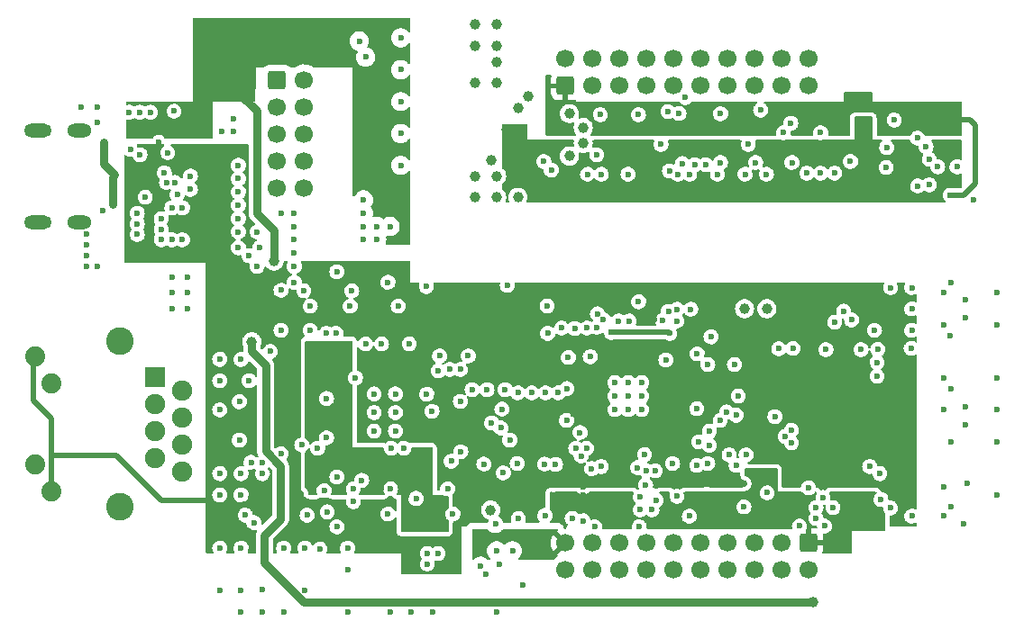
<source format=gbr>
%TF.GenerationSoftware,KiCad,Pcbnew,(5.99.0-11707-g9aa9857685)*%
%TF.CreationDate,2021-10-10T10:39:49+03:00*%
%TF.ProjectId,RubyLink_revA,52756279-4c69-46e6-9b5f-726576412e6b,rev?*%
%TF.SameCoordinates,Original*%
%TF.FileFunction,Copper,L3,Inr*%
%TF.FilePolarity,Positive*%
%FSLAX46Y46*%
G04 Gerber Fmt 4.6, Leading zero omitted, Abs format (unit mm)*
G04 Created by KiCad (PCBNEW (5.99.0-11707-g9aa9857685)) date 2021-10-10 10:39:49*
%MOMM*%
%LPD*%
G01*
G04 APERTURE LIST*
G04 Aperture macros list*
%AMRoundRect*
0 Rectangle with rounded corners*
0 $1 Rounding radius*
0 $2 $3 $4 $5 $6 $7 $8 $9 X,Y pos of 4 corners*
0 Add a 4 corners polygon primitive as box body*
4,1,4,$2,$3,$4,$5,$6,$7,$8,$9,$2,$3,0*
0 Add four circle primitives for the rounded corners*
1,1,$1+$1,$2,$3*
1,1,$1+$1,$4,$5*
1,1,$1+$1,$6,$7*
1,1,$1+$1,$8,$9*
0 Add four rect primitives between the rounded corners*
20,1,$1+$1,$2,$3,$4,$5,0*
20,1,$1+$1,$4,$5,$6,$7,0*
20,1,$1+$1,$6,$7,$8,$9,0*
20,1,$1+$1,$8,$9,$2,$3,0*%
G04 Aperture macros list end*
%TA.AperFunction,ComponentPad*%
%ADD10RoundRect,0.250000X0.600000X-0.600000X0.600000X0.600000X-0.600000X0.600000X-0.600000X-0.600000X0*%
%TD*%
%TA.AperFunction,ComponentPad*%
%ADD11C,1.700000*%
%TD*%
%TA.AperFunction,ComponentPad*%
%ADD12O,2.300000X1.300000*%
%TD*%
%TA.AperFunction,ComponentPad*%
%ADD13O,2.600000X1.300000*%
%TD*%
%TA.AperFunction,ComponentPad*%
%ADD14C,0.600000*%
%TD*%
%TA.AperFunction,ComponentPad*%
%ADD15RoundRect,0.250000X-0.600000X0.600000X-0.600000X-0.600000X0.600000X-0.600000X0.600000X0.600000X0*%
%TD*%
%TA.AperFunction,ComponentPad*%
%ADD16C,2.600000*%
%TD*%
%TA.AperFunction,ComponentPad*%
%ADD17C,1.890000*%
%TD*%
%TA.AperFunction,ComponentPad*%
%ADD18R,1.900000X1.900000*%
%TD*%
%TA.AperFunction,ComponentPad*%
%ADD19C,1.900000*%
%TD*%
%TA.AperFunction,ComponentPad*%
%ADD20RoundRect,0.250000X-0.600000X-0.600000X0.600000X-0.600000X0.600000X0.600000X-0.600000X0.600000X0*%
%TD*%
%TA.AperFunction,ViaPad*%
%ADD21C,1.000000*%
%TD*%
%TA.AperFunction,ViaPad*%
%ADD22C,0.600000*%
%TD*%
%TA.AperFunction,Conductor*%
%ADD23C,0.500000*%
%TD*%
%TA.AperFunction,Conductor*%
%ADD24C,0.800000*%
%TD*%
G04 APERTURE END LIST*
D10*
X139500000Y-54400000D03*
D11*
X139500000Y-51860000D03*
X142040000Y-54400000D03*
X142040000Y-51860000D03*
X144580000Y-54400000D03*
X144580000Y-51860000D03*
X147120000Y-54400000D03*
X147120000Y-51860000D03*
X149660000Y-54400000D03*
X149660000Y-51860000D03*
X152200000Y-54400000D03*
X152200000Y-51860000D03*
X154740000Y-54400000D03*
X154740000Y-51860000D03*
X157280000Y-54400000D03*
X157280000Y-51860000D03*
X159820000Y-54400000D03*
X159820000Y-51860000D03*
X162360000Y-54400000D03*
X162360000Y-51860000D03*
D12*
X93835000Y-58550000D03*
X93835000Y-67190000D03*
D13*
X90010000Y-58550000D03*
X90010000Y-67190000D03*
D14*
X145433133Y-84855000D03*
X145433133Y-83580000D03*
X146708133Y-83580000D03*
X144158133Y-84855000D03*
X144158133Y-83580000D03*
X146708133Y-84855000D03*
X145433133Y-82305000D03*
X144158133Y-82305000D03*
X146708133Y-82305000D03*
D15*
X162360000Y-97390000D03*
D11*
X162360000Y-99930000D03*
X159820000Y-97390000D03*
X159820000Y-99930000D03*
X157280000Y-97390000D03*
X157280000Y-99930000D03*
X154740000Y-97390000D03*
X154740000Y-99930000D03*
X152200000Y-97390000D03*
X152200000Y-99930000D03*
X149660000Y-97390000D03*
X149660000Y-99930000D03*
X147120000Y-97390000D03*
X147120000Y-99930000D03*
X144580000Y-97390000D03*
X144580000Y-99930000D03*
X142040000Y-97390000D03*
X142040000Y-99930000D03*
X139500000Y-97390000D03*
X139500000Y-99930000D03*
D16*
X97680000Y-93975000D03*
X97680000Y-78425000D03*
D17*
X91250000Y-92525000D03*
X89730000Y-89985000D03*
X91250000Y-82415000D03*
X89730000Y-79875000D03*
D18*
X100970000Y-81755000D03*
D19*
X103510000Y-83025000D03*
X100970000Y-84295000D03*
X103510000Y-85565000D03*
X100970000Y-86835000D03*
X103510000Y-88105000D03*
X100970000Y-89375000D03*
X103510000Y-90645000D03*
D20*
X112447500Y-53820000D03*
D11*
X114987500Y-53820000D03*
X112447500Y-56360000D03*
X114987500Y-56360000D03*
X112447500Y-58900000D03*
X114987500Y-58900000D03*
X112447500Y-61440000D03*
X114987500Y-61440000D03*
X112447500Y-63980000D03*
X114987500Y-63980000D03*
D21*
X135060000Y-64870000D03*
X132560000Y-61370000D03*
X133060000Y-62870000D03*
X133060000Y-64870000D03*
X131060000Y-64870000D03*
X131060000Y-62870000D03*
D22*
X114760000Y-88170000D03*
X114060000Y-70120000D03*
X111060000Y-90870000D03*
X107060000Y-90870000D03*
X123810000Y-75120000D03*
X133060000Y-103870000D03*
X120400000Y-91500000D03*
X137560000Y-89970000D03*
X99310000Y-67370000D03*
X165660000Y-75570000D03*
X136360000Y-83270000D03*
X142260000Y-95870000D03*
X94060000Y-56370000D03*
X133860000Y-82970000D03*
X109060000Y-90870000D03*
X100060000Y-64870000D03*
X172060000Y-75370000D03*
X108360000Y-57470000D03*
X172060000Y-94870000D03*
X180060000Y-92870000D03*
X123060000Y-103870000D03*
X111060000Y-103870000D03*
X134300000Y-87710000D03*
X180060000Y-73870000D03*
X124060000Y-61870000D03*
X116260000Y-88470000D03*
X150000000Y-76500000D03*
X130400000Y-79800000D03*
X125060000Y-103870000D03*
X155560000Y-90100000D03*
X146400000Y-74700000D03*
X96060000Y-66120000D03*
X175060000Y-84870000D03*
X127060000Y-103870000D03*
X142000000Y-90400000D03*
X132060000Y-100370000D03*
X102760000Y-56770000D03*
X99560000Y-60870000D03*
X114060000Y-72870000D03*
X117100000Y-87500000D03*
X108810000Y-68120000D03*
X107060000Y-97870000D03*
X168560000Y-77370000D03*
X139635000Y-85845000D03*
X145500000Y-76500000D03*
X175060000Y-81870000D03*
X172060000Y-73370000D03*
X108810000Y-63120000D03*
X113060000Y-97870000D03*
X111060000Y-89870000D03*
X170060000Y-94100000D03*
X119060000Y-99870000D03*
X164810000Y-76620000D03*
X110810000Y-69620000D03*
X164660000Y-94070000D03*
X149200000Y-75600000D03*
X164000000Y-79200000D03*
X168100000Y-90200000D03*
X121810000Y-68870000D03*
X114060000Y-71370000D03*
X135560000Y-101370000D03*
X108810000Y-69620000D03*
X137660000Y-83270000D03*
X111060000Y-101800000D03*
X154060000Y-85870000D03*
X169060000Y-90870000D03*
X119810000Y-81870000D03*
X130760000Y-82970000D03*
X120560000Y-68870000D03*
X147055921Y-91919500D03*
X94560000Y-68370000D03*
X150000000Y-93000000D03*
X94560000Y-69370000D03*
X115560000Y-77370000D03*
X168860000Y-79170000D03*
X121560000Y-86870000D03*
X115560000Y-75120000D03*
X99310000Y-66370000D03*
X141200000Y-95300000D03*
X160900000Y-79100000D03*
X154900000Y-89100000D03*
X132600000Y-86100000D03*
X180060000Y-84870000D03*
X101860000Y-62570000D03*
X177060000Y-86270000D03*
X135000000Y-89900000D03*
X98660000Y-60370000D03*
X107060000Y-82120000D03*
X124360000Y-88470000D03*
X103560000Y-68870000D03*
X100560000Y-56870000D03*
X135060000Y-83270000D03*
X146460000Y-95870000D03*
X115060000Y-101870000D03*
X175060000Y-94870000D03*
X118060000Y-95870000D03*
X103560000Y-65870000D03*
X95560000Y-57870000D03*
X177060000Y-74470000D03*
X120560000Y-65120000D03*
X159560000Y-79120000D03*
X148660000Y-76470000D03*
X109060000Y-97870000D03*
X101560000Y-67870000D03*
X112810000Y-66370000D03*
X123560000Y-83370000D03*
X133310000Y-99370000D03*
X107060000Y-92870000D03*
X123100000Y-92300000D03*
X175060000Y-73870000D03*
X156300000Y-94000000D03*
X111810000Y-79370000D03*
X133560000Y-84800000D03*
X94560000Y-71370000D03*
X115260000Y-94770000D03*
X123560000Y-85120000D03*
X108810000Y-66870000D03*
X134560000Y-98120000D03*
X115060000Y-97870000D03*
X107060000Y-101870000D03*
X137860000Y-77670000D03*
X99310000Y-68370000D03*
X127700000Y-79800000D03*
X137600000Y-94800000D03*
X148960000Y-80170000D03*
X146560000Y-94270000D03*
X119060000Y-103870000D03*
X133060000Y-98120000D03*
X175060000Y-76870000D03*
X124060000Y-52870000D03*
X158460000Y-92670000D03*
X114060000Y-67620000D03*
X166400000Y-76400000D03*
X109810000Y-82120000D03*
X137800000Y-75100000D03*
X177060000Y-84570000D03*
X172060000Y-77370000D03*
X155560000Y-85370000D03*
X108810000Y-64370000D03*
X133460000Y-86570000D03*
X141860000Y-79870000D03*
X138600000Y-90000000D03*
X98560000Y-56870000D03*
X121810000Y-67620000D03*
X156500000Y-89100000D03*
X110260000Y-95470000D03*
X152900000Y-89900000D03*
X121560000Y-85120000D03*
X94560000Y-70370000D03*
X180060000Y-87870000D03*
X121560000Y-83370000D03*
X95560000Y-71370000D03*
X109460000Y-94770000D03*
X146300000Y-90300000D03*
X109810000Y-70370000D03*
X163060000Y-94070000D03*
X104310000Y-62870000D03*
X151860000Y-90100000D03*
X109060000Y-103870000D03*
X151160000Y-94870000D03*
X101560000Y-66870000D03*
X112810000Y-77370000D03*
X103060000Y-64620000D03*
X123060000Y-67620000D03*
X118060000Y-71870000D03*
X139800000Y-79950000D03*
X118060000Y-91170000D03*
X108810000Y-61870000D03*
X99560000Y-56870000D03*
X152060000Y-87870000D03*
X112810000Y-73620000D03*
X124060000Y-55870000D03*
X125500000Y-93200000D03*
X126560000Y-98370000D03*
X146560000Y-93070000D03*
X151860000Y-84770000D03*
X124060000Y-49870000D03*
X175060000Y-92120000D03*
X180060000Y-76870000D03*
D21*
X156350000Y-75350000D03*
D22*
X102560000Y-65870000D03*
X124060000Y-58870000D03*
X109060000Y-92870000D03*
X114060000Y-66370000D03*
X133700000Y-90800000D03*
D21*
X158450000Y-75350000D03*
D22*
X170060000Y-73370000D03*
X120560000Y-67620000D03*
X151900000Y-79600000D03*
X108360000Y-58670000D03*
X177060000Y-76170000D03*
X119060000Y-97870000D03*
X109060000Y-80120000D03*
X95560000Y-56370000D03*
X132160000Y-82970000D03*
X123560000Y-86870000D03*
X110560000Y-71370000D03*
X117100000Y-83800000D03*
X180060000Y-81870000D03*
X107260000Y-58670000D03*
X169160000Y-93300000D03*
X127560000Y-98370000D03*
X104310000Y-64120000D03*
X107060000Y-84870000D03*
X128460000Y-92300000D03*
X109060000Y-101870000D03*
X114060000Y-68870000D03*
X120560000Y-66370000D03*
X110560000Y-68120000D03*
X102560000Y-68870000D03*
X113060000Y-103870000D03*
X107060000Y-80120000D03*
X101560000Y-68870000D03*
X123160000Y-88470000D03*
X144500000Y-76500000D03*
X162360000Y-92200000D03*
X119310000Y-75120000D03*
X120160000Y-50170000D03*
X134060000Y-73170000D03*
X108810000Y-65620000D03*
X153060000Y-86870000D03*
X176960000Y-95570000D03*
D21*
X132500000Y-94300000D03*
D22*
X149600000Y-89900000D03*
X126560000Y-99370000D03*
X172000000Y-79100000D03*
X135100000Y-95100000D03*
X104060000Y-72370000D03*
X104060000Y-73870000D03*
X102560000Y-72370000D03*
X102560000Y-75370000D03*
X104060000Y-75370000D03*
X102560000Y-73870000D03*
X98560000Y-57870000D03*
X104960000Y-56370000D03*
X96960000Y-65570000D03*
X123060000Y-68870000D03*
D21*
X112160000Y-70870000D03*
D22*
X106060000Y-56370000D03*
X97210000Y-62770000D03*
X99560000Y-57870000D03*
X124310000Y-67620000D03*
X98560000Y-58870000D03*
X106060000Y-55270000D03*
X163060000Y-95070000D03*
X102160000Y-60670000D03*
X104960000Y-55270000D03*
D21*
X110060000Y-78470000D03*
D22*
X96160000Y-59670000D03*
X124310000Y-68870000D03*
D21*
X162760000Y-102970000D03*
D22*
X99560000Y-58870000D03*
X163860000Y-95800000D03*
X112800000Y-89000000D03*
X108900000Y-87700000D03*
X108900000Y-84100000D03*
X110000000Y-89800000D03*
X135000000Y-93100000D03*
X141200000Y-92100000D03*
X168200000Y-75600000D03*
X164400000Y-90600000D03*
X167100000Y-90200000D03*
X125560000Y-98870000D03*
X139800000Y-80850000D03*
X167300000Y-80400000D03*
X133160000Y-73370000D03*
X125560000Y-99870000D03*
X150860000Y-77870000D03*
X109460000Y-93770000D03*
X124560000Y-98870000D03*
X167400000Y-76400000D03*
X132600000Y-87600000D03*
X107560000Y-69870000D03*
X104560000Y-69870000D03*
X151860000Y-80570000D03*
D21*
X128860000Y-97570000D03*
D22*
X152800000Y-91900000D03*
X101300000Y-59700000D03*
X155700000Y-87300000D03*
X106060000Y-66870000D03*
X107560000Y-68370000D03*
X144433133Y-89280000D03*
X138760000Y-75270000D03*
X110260000Y-93070000D03*
X166400000Y-89400000D03*
X107560000Y-66870000D03*
X114660000Y-92770000D03*
X147860000Y-76370000D03*
X106060000Y-69870000D03*
X124560000Y-99870000D03*
X138400000Y-91900000D03*
X125460000Y-75470000D03*
X114660000Y-96770000D03*
X156300000Y-91800000D03*
X159100000Y-80400000D03*
X150860000Y-78770000D03*
X146033133Y-78780000D03*
X154900000Y-88100000D03*
X123400000Y-80200000D03*
X150673555Y-85258771D03*
X140250000Y-85250000D03*
X146960000Y-89070000D03*
X143823763Y-77584363D03*
X149333133Y-77680000D03*
X169160000Y-95900000D03*
X159160000Y-90670000D03*
X141200000Y-92900000D03*
X138400000Y-93100000D03*
X152800000Y-92800000D03*
X156660000Y-90670000D03*
X156300000Y-93000000D03*
X176300000Y-62000000D03*
X142800000Y-57100000D03*
X177860000Y-65070000D03*
D21*
X141200000Y-58300000D03*
D22*
X146385000Y-57095000D03*
X166300000Y-61500000D03*
D21*
X136060000Y-55370000D03*
D22*
X173400000Y-60100000D03*
X137500000Y-61500000D03*
D21*
X133060000Y-54120000D03*
D22*
X142460000Y-60870000D03*
D21*
X131060000Y-50620000D03*
D22*
X150200000Y-57000000D03*
X154105249Y-57010869D03*
X158400000Y-62700000D03*
X150500000Y-61700000D03*
X145400000Y-62700000D03*
X156400000Y-62700000D03*
X154100000Y-61600000D03*
X173700000Y-61300000D03*
X174500000Y-62000000D03*
X149300000Y-62400000D03*
D21*
X131060000Y-54120000D03*
D22*
X157860000Y-56670000D03*
D21*
X135060000Y-56470000D03*
D22*
X138200000Y-62300000D03*
X172600000Y-59300000D03*
X160000000Y-58800000D03*
X156700000Y-59900000D03*
D21*
X139900000Y-57000000D03*
X133060000Y-52120000D03*
D22*
X163500000Y-58800000D03*
X169700000Y-60200000D03*
X173700000Y-63700000D03*
D21*
X133060000Y-48620000D03*
X141200000Y-59800000D03*
X139900000Y-61000000D03*
X131060000Y-48620000D03*
X133060000Y-50620000D03*
D22*
X173900000Y-57600000D03*
X142500000Y-58700000D03*
X160900000Y-56600000D03*
X149700000Y-58700000D03*
X153300000Y-58700000D03*
X175660000Y-64670000D03*
X146100000Y-58670000D03*
X176400000Y-57600000D03*
X153300000Y-59900000D03*
X135700000Y-62300000D03*
X168000000Y-62400000D03*
X142500000Y-59900000D03*
X146900000Y-62400000D03*
X149700000Y-59900000D03*
X176300000Y-60000000D03*
X167000000Y-58800000D03*
X146100000Y-59900000D03*
X170400000Y-57600000D03*
X164300000Y-60900000D03*
X167400000Y-61400000D03*
X167800000Y-57600000D03*
D21*
X134000000Y-58500000D03*
D22*
X136500000Y-61500000D03*
X175760000Y-87870000D03*
X175760000Y-93970000D03*
X177272500Y-91782500D03*
X175760000Y-72870000D03*
X175760000Y-82870000D03*
X175660000Y-77870000D03*
X117160000Y-94470000D03*
X116860000Y-92470000D03*
X147960000Y-90600000D03*
X117960000Y-77670000D03*
X117060000Y-77670000D03*
X147100000Y-90570000D03*
X116460000Y-97970000D03*
X148060000Y-93370000D03*
X114960000Y-73670000D03*
X120760000Y-78670000D03*
X119460000Y-73670000D03*
X131100000Y-96600000D03*
D21*
X133800000Y-96600000D03*
D22*
X150800000Y-55500000D03*
X155760000Y-83570000D03*
X131860000Y-89970000D03*
X150100000Y-62700000D03*
X157400000Y-61600000D03*
X160800000Y-61600000D03*
X151200000Y-62700000D03*
X129700000Y-88800000D03*
X119600000Y-93500000D03*
X119600000Y-92300000D03*
X128800000Y-89700000D03*
X143101573Y-76396321D03*
X102060000Y-63470000D03*
X102860000Y-63470000D03*
X142535887Y-75830635D03*
X147660000Y-94270000D03*
X140160000Y-95070000D03*
X127000000Y-85000000D03*
X128660000Y-81070000D03*
X129660000Y-84070000D03*
X129660000Y-81070000D03*
X138860000Y-83270000D03*
X126500000Y-83400000D03*
X139660000Y-82865500D03*
X127600000Y-81200000D03*
X153200000Y-78000000D03*
X151300000Y-75400000D03*
X152900000Y-80600000D03*
X155400000Y-80600000D03*
X140500000Y-88500000D03*
X139160000Y-77170000D03*
X141502863Y-88485685D03*
X140400000Y-77200000D03*
X141000000Y-89200000D03*
X141560000Y-77170000D03*
X150000000Y-75400000D03*
X140900000Y-87000000D03*
X153060000Y-88200000D03*
X142900000Y-90200000D03*
X131560000Y-99570000D03*
X124860000Y-78670000D03*
X122860000Y-72870000D03*
X160760000Y-86770000D03*
X120760000Y-51670000D03*
X160760000Y-87970000D03*
X160160000Y-87370000D03*
X122260000Y-78670000D03*
X122860000Y-94670000D03*
X126460000Y-73270000D03*
X141600000Y-62700000D03*
X160700000Y-57900000D03*
X151700000Y-61800000D03*
X164800000Y-62600000D03*
X152700000Y-61800000D03*
X163500000Y-62600000D03*
X148500000Y-59900000D03*
X162200000Y-62600000D03*
X153800000Y-62700000D03*
X149160000Y-56800000D03*
X126400000Y-92100000D03*
X117100000Y-84800000D03*
X116000000Y-83600000D03*
X116000000Y-78800000D03*
X116360000Y-90370000D03*
X126960000Y-94670000D03*
X115660000Y-89370000D03*
X118000000Y-89300000D03*
X124100000Y-92300000D03*
X117100000Y-86500000D03*
X127960000Y-94670000D03*
X126960000Y-93670000D03*
X122200000Y-92300000D03*
X163720000Y-93110000D03*
X169660000Y-62070000D03*
X161500000Y-95800000D03*
X168800000Y-81700000D03*
X142900000Y-62700000D03*
X172600000Y-63800000D03*
X159200000Y-85500000D03*
X167300000Y-79200000D03*
X142500000Y-77100000D03*
X168800000Y-80400000D03*
X154660000Y-85070000D03*
X128960000Y-94670000D03*
X132960000Y-95570000D03*
D23*
X89560000Y-83970000D02*
X91250000Y-85660000D01*
X89560000Y-80370000D02*
X89560000Y-83970000D01*
X89730000Y-79875000D02*
X89730000Y-80200000D01*
X89730000Y-80200000D02*
X89560000Y-80370000D01*
X91250000Y-85660000D02*
X91250000Y-89180000D01*
D24*
X110560000Y-56770000D02*
X109060000Y-55270000D01*
X116060000Y-102970000D02*
X162760000Y-102970000D01*
X111260000Y-96670000D02*
X111260000Y-99271391D01*
X111360000Y-80670000D02*
X111360000Y-88770000D01*
X110060000Y-78470000D02*
X110060000Y-79370000D01*
X111360000Y-88770000D02*
X112760000Y-90170000D01*
X110060000Y-79370000D02*
X111360000Y-80670000D01*
X111260000Y-99271391D02*
X114958609Y-102970000D01*
X112160000Y-67970000D02*
X110560000Y-66370000D01*
X96160000Y-61720000D02*
X97210000Y-62770000D01*
X112160000Y-70870000D02*
X112160000Y-67970000D01*
X112760000Y-90170000D02*
X112760000Y-95170000D01*
X109060000Y-55270000D02*
X104960000Y-55270000D01*
X96960000Y-63020000D02*
X97210000Y-62770000D01*
X110560000Y-66370000D02*
X110560000Y-56770000D01*
X114958609Y-102970000D02*
X116060000Y-102970000D01*
X96960000Y-65570000D02*
X96960000Y-63020000D01*
X96160000Y-59670000D02*
X96160000Y-61720000D01*
X112760000Y-95170000D02*
X111260000Y-96670000D01*
D23*
X101560000Y-93370000D02*
X105860000Y-93370000D01*
X97370000Y-89180000D02*
X101560000Y-93370000D01*
X91250000Y-89180000D02*
X91250000Y-92525000D01*
X91250000Y-89180000D02*
X97370000Y-89180000D01*
X149237496Y-77584363D02*
X149333133Y-77680000D01*
X143823763Y-77584363D02*
X149237496Y-77584363D01*
X178060000Y-58070000D02*
X177560000Y-57570000D01*
X176430000Y-57570000D02*
X176400000Y-57600000D01*
X178060000Y-63570000D02*
X178060000Y-58070000D01*
X177560000Y-57570000D02*
X176430000Y-57570000D01*
X175660000Y-64670000D02*
X176960000Y-64670000D01*
X176960000Y-64670000D02*
X178060000Y-63570000D01*
%TA.AperFunction,Conductor*%
G36*
X168319191Y-57288907D02*
G01*
X168355155Y-57338407D01*
X168360000Y-57369000D01*
X168360000Y-59470000D01*
X169207077Y-59470000D01*
X169265268Y-59488907D01*
X169301232Y-59538407D01*
X169301232Y-59599593D01*
X169272157Y-59643603D01*
X169175604Y-59727831D01*
X169172173Y-59732713D01*
X169172172Y-59732714D01*
X169081544Y-59861665D01*
X169078113Y-59866547D01*
X169067951Y-59892611D01*
X169043201Y-59956092D01*
X169016524Y-60024513D01*
X169015745Y-60030428D01*
X169015745Y-60030429D01*
X169011703Y-60061135D01*
X168994394Y-60192611D01*
X168995049Y-60198544D01*
X168995049Y-60198548D01*
X169009243Y-60327112D01*
X169012999Y-60361135D01*
X169071266Y-60520356D01*
X169074591Y-60525305D01*
X169074592Y-60525306D01*
X169101441Y-60565262D01*
X169165830Y-60661083D01*
X169291233Y-60775191D01*
X169440235Y-60856092D01*
X169475189Y-60865262D01*
X169598464Y-60897603D01*
X169598468Y-60897604D01*
X169604233Y-60899116D01*
X169610194Y-60899210D01*
X169610197Y-60899210D01*
X169688965Y-60900447D01*
X169773760Y-60901779D01*
X169779575Y-60900447D01*
X169779577Y-60900447D01*
X169933206Y-60865262D01*
X169933209Y-60865261D01*
X169939029Y-60863928D01*
X169953421Y-60856690D01*
X170052601Y-60806807D01*
X170090498Y-60787747D01*
X170095035Y-60783872D01*
X170095038Y-60783870D01*
X170214888Y-60681508D01*
X170214891Y-60681505D01*
X170219423Y-60677634D01*
X170224067Y-60671171D01*
X170314877Y-60544796D01*
X170314878Y-60544794D01*
X170318361Y-60539947D01*
X170338268Y-60490429D01*
X170379377Y-60388167D01*
X170379378Y-60388165D01*
X170381601Y-60382634D01*
X170383863Y-60366739D01*
X170405034Y-60217985D01*
X170405034Y-60217979D01*
X170405490Y-60214778D01*
X170405645Y-60200000D01*
X170392656Y-60092668D01*
X170385993Y-60037602D01*
X170385992Y-60037599D01*
X170385276Y-60031680D01*
X170325345Y-59873077D01*
X170256617Y-59773077D01*
X170232692Y-59738267D01*
X170229312Y-59733349D01*
X170127814Y-59642917D01*
X170096944Y-59590090D01*
X170103022Y-59529207D01*
X170143724Y-59483524D01*
X170193672Y-59470000D01*
X171847051Y-59470000D01*
X171905242Y-59488907D01*
X171940021Y-59534977D01*
X171966309Y-59606811D01*
X171971266Y-59620356D01*
X172065830Y-59761083D01*
X172191233Y-59875191D01*
X172340235Y-59956092D01*
X172399680Y-59971687D01*
X172498464Y-59997603D01*
X172498468Y-59997604D01*
X172504233Y-59999116D01*
X172510194Y-59999210D01*
X172510197Y-59999210D01*
X172546510Y-59999780D01*
X172597588Y-60000582D01*
X172655474Y-60020401D01*
X172690656Y-60070459D01*
X172693877Y-60092668D01*
X172694394Y-60092611D01*
X172708336Y-60218894D01*
X172712999Y-60261135D01*
X172771266Y-60420356D01*
X172774591Y-60425305D01*
X172774592Y-60425306D01*
X172800545Y-60463928D01*
X172865830Y-60561083D01*
X172938520Y-60627226D01*
X172975729Y-60661083D01*
X172991233Y-60675191D01*
X172996482Y-60678041D01*
X173012802Y-60686902D01*
X173069653Y-60717769D01*
X173104678Y-60736786D01*
X173146796Y-60781168D01*
X173154782Y-60841830D01*
X173138437Y-60880714D01*
X173110433Y-60920560D01*
X173078113Y-60966547D01*
X173016524Y-61124513D01*
X172994394Y-61292611D01*
X172995049Y-61298544D01*
X172995049Y-61298548D01*
X173009131Y-61426099D01*
X173012999Y-61461135D01*
X173071266Y-61620356D01*
X173074591Y-61625305D01*
X173074592Y-61625306D01*
X173087165Y-61644017D01*
X173165830Y-61761083D01*
X173291233Y-61875191D01*
X173440235Y-61956092D01*
X173459260Y-61961083D01*
X173598464Y-61997603D01*
X173598468Y-61997604D01*
X173604233Y-61999116D01*
X173610194Y-61999210D01*
X173610197Y-61999210D01*
X173708174Y-62000749D01*
X173766061Y-62020568D01*
X173801243Y-62070627D01*
X173805021Y-62088873D01*
X173808958Y-62124528D01*
X173812999Y-62161135D01*
X173871266Y-62320356D01*
X173874591Y-62325305D01*
X173874592Y-62325306D01*
X173893357Y-62353231D01*
X173965830Y-62461083D01*
X174091233Y-62575191D01*
X174240235Y-62656092D01*
X174275189Y-62665262D01*
X174398464Y-62697603D01*
X174398468Y-62697604D01*
X174404233Y-62699116D01*
X174410194Y-62699210D01*
X174410197Y-62699210D01*
X174488965Y-62700447D01*
X174573760Y-62701779D01*
X174579575Y-62700447D01*
X174579577Y-62700447D01*
X174733206Y-62665262D01*
X174733209Y-62665261D01*
X174739029Y-62663928D01*
X174754610Y-62656092D01*
X174836753Y-62614778D01*
X174890498Y-62587747D01*
X174895035Y-62583872D01*
X174895038Y-62583870D01*
X175014888Y-62481508D01*
X175014891Y-62481505D01*
X175019423Y-62477634D01*
X175022904Y-62472790D01*
X175114877Y-62344796D01*
X175114878Y-62344794D01*
X175118361Y-62339947D01*
X175123191Y-62327934D01*
X175179377Y-62188167D01*
X175179378Y-62188165D01*
X175181601Y-62182634D01*
X175182442Y-62176727D01*
X175205034Y-62017985D01*
X175205034Y-62017979D01*
X175205490Y-62014778D01*
X175205645Y-62000000D01*
X175190886Y-61878041D01*
X175185993Y-61837602D01*
X175185992Y-61837599D01*
X175185276Y-61831680D01*
X175125345Y-61673077D01*
X175117138Y-61661135D01*
X175032692Y-61538267D01*
X175029312Y-61533349D01*
X174902721Y-61420560D01*
X174890364Y-61414017D01*
X174827257Y-61380604D01*
X174752881Y-61341224D01*
X174664214Y-61318952D01*
X174594231Y-61301373D01*
X174594228Y-61301373D01*
X174588441Y-61299919D01*
X174511881Y-61299518D01*
X174492798Y-61299418D01*
X174434708Y-61280206D01*
X174399003Y-61230518D01*
X174395034Y-61212313D01*
X174385993Y-61137602D01*
X174385992Y-61137599D01*
X174385276Y-61131680D01*
X174325345Y-60973077D01*
X174305373Y-60944017D01*
X174232692Y-60838267D01*
X174229312Y-60833349D01*
X174102721Y-60720560D01*
X174058436Y-60697112D01*
X173995839Y-60663969D01*
X173953259Y-60620030D01*
X173944638Y-60559455D01*
X173961768Y-60518706D01*
X174014874Y-60444800D01*
X174014875Y-60444799D01*
X174018361Y-60439947D01*
X174031097Y-60408267D01*
X174079377Y-60288167D01*
X174079378Y-60288165D01*
X174081601Y-60282634D01*
X174087676Y-60239947D01*
X174105034Y-60117985D01*
X174105034Y-60117979D01*
X174105490Y-60114778D01*
X174105645Y-60100000D01*
X174092720Y-59993193D01*
X174085993Y-59937602D01*
X174085992Y-59937599D01*
X174085276Y-59931680D01*
X174025345Y-59773077D01*
X173998041Y-59733349D01*
X173932696Y-59638272D01*
X173932694Y-59638269D01*
X173929312Y-59633349D01*
X173928573Y-59632690D01*
X173905044Y-59578314D01*
X173918393Y-59518603D01*
X173964290Y-59478141D01*
X174003605Y-59470000D01*
X176661000Y-59470000D01*
X176719191Y-59488907D01*
X176755155Y-59538407D01*
X176760000Y-59569000D01*
X176760000Y-61286449D01*
X176741093Y-61344640D01*
X176691593Y-61380604D01*
X176630407Y-61380604D01*
X176614675Y-61373942D01*
X176591487Y-61361665D01*
X176552881Y-61341224D01*
X176464214Y-61318952D01*
X176394231Y-61301373D01*
X176394228Y-61301373D01*
X176388441Y-61299919D01*
X176302841Y-61299471D01*
X176224861Y-61299062D01*
X176224859Y-61299062D01*
X176218895Y-61299031D01*
X176213099Y-61300423D01*
X176213095Y-61300423D01*
X176118384Y-61323162D01*
X176054032Y-61338612D01*
X176001081Y-61365942D01*
X175908675Y-61413636D01*
X175908673Y-61413638D01*
X175903369Y-61416375D01*
X175775604Y-61527831D01*
X175772173Y-61532713D01*
X175772172Y-61532714D01*
X175681544Y-61661665D01*
X175678113Y-61666547D01*
X175669684Y-61688167D01*
X175620320Y-61814778D01*
X175616524Y-61824513D01*
X175594394Y-61992611D01*
X175595049Y-61998544D01*
X175595049Y-61998548D01*
X175609131Y-62126099D01*
X175612999Y-62161135D01*
X175671266Y-62320356D01*
X175674591Y-62325305D01*
X175674592Y-62325306D01*
X175693357Y-62353231D01*
X175765830Y-62461083D01*
X175891233Y-62575191D01*
X176040235Y-62656092D01*
X176075189Y-62665262D01*
X176198464Y-62697603D01*
X176198468Y-62697604D01*
X176204233Y-62699116D01*
X176210194Y-62699210D01*
X176210197Y-62699210D01*
X176288965Y-62700447D01*
X176373760Y-62701779D01*
X176379575Y-62700447D01*
X176379577Y-62700447D01*
X176533206Y-62665262D01*
X176533209Y-62665261D01*
X176539029Y-62663928D01*
X176551599Y-62657606D01*
X176616518Y-62624956D01*
X176676999Y-62615701D01*
X176731369Y-62643764D01*
X176758861Y-62698426D01*
X176760000Y-62713400D01*
X176760000Y-63909046D01*
X176741093Y-63967237D01*
X176731004Y-63979050D01*
X176719550Y-63990504D01*
X176665033Y-64018281D01*
X176649546Y-64019500D01*
X175950788Y-64019500D01*
X175916516Y-64013148D01*
X175912881Y-64011224D01*
X175869446Y-64000314D01*
X175754231Y-63971373D01*
X175754228Y-63971373D01*
X175748441Y-63969919D01*
X175662841Y-63969471D01*
X175584861Y-63969062D01*
X175584859Y-63969062D01*
X175578895Y-63969031D01*
X175573099Y-63970423D01*
X175573095Y-63970423D01*
X175465703Y-63996207D01*
X175414032Y-64008612D01*
X175405676Y-64012925D01*
X175268675Y-64083636D01*
X175268673Y-64083638D01*
X175263369Y-64086375D01*
X175135604Y-64197831D01*
X175132173Y-64202713D01*
X175132172Y-64202714D01*
X175076795Y-64281508D01*
X175038113Y-64336547D01*
X175012680Y-64401779D01*
X174987929Y-64465262D01*
X174976524Y-64494513D01*
X174954394Y-64662611D01*
X174955049Y-64668544D01*
X174955049Y-64668548D01*
X174972344Y-64825204D01*
X174972999Y-64831135D01*
X175031266Y-64990356D01*
X175125830Y-65131083D01*
X175199127Y-65197779D01*
X175229441Y-65250924D01*
X175222727Y-65311740D01*
X175181549Y-65356994D01*
X175132498Y-65370000D01*
X135980389Y-65370000D01*
X135922198Y-65351093D01*
X135886234Y-65301593D01*
X135886234Y-65240407D01*
X135886792Y-65238955D01*
X135887179Y-65238284D01*
X135887892Y-65236091D01*
X135887895Y-65236082D01*
X135944072Y-65063188D01*
X135944073Y-65063183D01*
X135945674Y-65058256D01*
X135965460Y-64870000D01*
X135945674Y-64681744D01*
X135944073Y-64676817D01*
X135944072Y-64676812D01*
X135888781Y-64506646D01*
X135888780Y-64506645D01*
X135887179Y-64501716D01*
X135883021Y-64494513D01*
X135795126Y-64342275D01*
X135795125Y-64342274D01*
X135792533Y-64337784D01*
X135749894Y-64290429D01*
X135669341Y-64200965D01*
X135669337Y-64200962D01*
X135665871Y-64197112D01*
X135512730Y-64085849D01*
X135507998Y-64083742D01*
X135507996Y-64083741D01*
X135344540Y-64010965D01*
X135344539Y-64010965D01*
X135339803Y-64008856D01*
X135334733Y-64007778D01*
X135334732Y-64007778D01*
X135297390Y-63999841D01*
X135154646Y-63969500D01*
X134965354Y-63969500D01*
X134822610Y-63999841D01*
X134785268Y-64007778D01*
X134785267Y-64007778D01*
X134780197Y-64008856D01*
X134775461Y-64010965D01*
X134775460Y-64010965D01*
X134612004Y-64083741D01*
X134612002Y-64083742D01*
X134607270Y-64085849D01*
X134454129Y-64197112D01*
X134450663Y-64200962D01*
X134450659Y-64200965D01*
X134370106Y-64290429D01*
X134327467Y-64337784D01*
X134324875Y-64342274D01*
X134324874Y-64342275D01*
X134236980Y-64494513D01*
X134232821Y-64501716D01*
X134231220Y-64506645D01*
X134231219Y-64506646D01*
X134175928Y-64676812D01*
X134175927Y-64676817D01*
X134174326Y-64681744D01*
X134173784Y-64686902D01*
X134158458Y-64832722D01*
X134143566Y-64866172D01*
X134145736Y-64868126D01*
X134158458Y-64907278D01*
X134174326Y-65058256D01*
X134175927Y-65063183D01*
X134175928Y-65063188D01*
X134232821Y-65238284D01*
X134230912Y-65238904D01*
X134236446Y-65291592D01*
X134205849Y-65344577D01*
X134149951Y-65369459D01*
X134139611Y-65370000D01*
X133980389Y-65370000D01*
X133922198Y-65351093D01*
X133886234Y-65301593D01*
X133886234Y-65240407D01*
X133886792Y-65238955D01*
X133887179Y-65238284D01*
X133887892Y-65236091D01*
X133887895Y-65236082D01*
X133944072Y-65063188D01*
X133944073Y-65063183D01*
X133945674Y-65058256D01*
X133961542Y-64907278D01*
X133976434Y-64873828D01*
X133974264Y-64871874D01*
X133961542Y-64832722D01*
X133946216Y-64686902D01*
X133945674Y-64681744D01*
X133944073Y-64676817D01*
X133944072Y-64676812D01*
X133888781Y-64506646D01*
X133888780Y-64506645D01*
X133887179Y-64501716D01*
X133883021Y-64494513D01*
X133795126Y-64342275D01*
X133795125Y-64342274D01*
X133792533Y-64337784D01*
X133665871Y-64197112D01*
X133661462Y-64193908D01*
X133632806Y-64173089D01*
X133600809Y-64149842D01*
X133564846Y-64100343D01*
X133560000Y-64069750D01*
X133560000Y-63792611D01*
X171894394Y-63792611D01*
X171895049Y-63798544D01*
X171895049Y-63798548D01*
X171904943Y-63888167D01*
X171912999Y-63961135D01*
X171971266Y-64120356D01*
X172065830Y-64261083D01*
X172191233Y-64375191D01*
X172340235Y-64456092D01*
X172375189Y-64465262D01*
X172498464Y-64497603D01*
X172498468Y-64497604D01*
X172504233Y-64499116D01*
X172510194Y-64499210D01*
X172510197Y-64499210D01*
X172588965Y-64500447D01*
X172673760Y-64501779D01*
X172679575Y-64500447D01*
X172679577Y-64500447D01*
X172833206Y-64465262D01*
X172833209Y-64465261D01*
X172839029Y-64463928D01*
X172854610Y-64456092D01*
X172967893Y-64399116D01*
X172990498Y-64387747D01*
X172995035Y-64383872D01*
X172995038Y-64383870D01*
X173114888Y-64281508D01*
X173114891Y-64281505D01*
X173119423Y-64277634D01*
X173123571Y-64271861D01*
X173124146Y-64271439D01*
X173126945Y-64268395D01*
X173127542Y-64268944D01*
X173172882Y-64235640D01*
X173234067Y-64235321D01*
X173270591Y-64256408D01*
X173291233Y-64275191D01*
X173296482Y-64278041D01*
X173307218Y-64283870D01*
X173440235Y-64356092D01*
X173475189Y-64365262D01*
X173598464Y-64397603D01*
X173598468Y-64397604D01*
X173604233Y-64399116D01*
X173610194Y-64399210D01*
X173610197Y-64399210D01*
X173688965Y-64400447D01*
X173773760Y-64401779D01*
X173779575Y-64400447D01*
X173779577Y-64400447D01*
X173933206Y-64365262D01*
X173933209Y-64365261D01*
X173939029Y-64363928D01*
X173954610Y-64356092D01*
X174085165Y-64290429D01*
X174090498Y-64287747D01*
X174095035Y-64283872D01*
X174095038Y-64283870D01*
X174214888Y-64181508D01*
X174214891Y-64181505D01*
X174219423Y-64177634D01*
X174239393Y-64149843D01*
X174314877Y-64044796D01*
X174314878Y-64044794D01*
X174318361Y-64039947D01*
X174346513Y-63969919D01*
X174379377Y-63888167D01*
X174379378Y-63888165D01*
X174381601Y-63882634D01*
X174405490Y-63714778D01*
X174405645Y-63700000D01*
X174387002Y-63545942D01*
X174385993Y-63537602D01*
X174385992Y-63537599D01*
X174385276Y-63531680D01*
X174325345Y-63373077D01*
X174313672Y-63356092D01*
X174232692Y-63238267D01*
X174229312Y-63233349D01*
X174102721Y-63120560D01*
X173952881Y-63041224D01*
X173847509Y-63014756D01*
X173794231Y-63001373D01*
X173794228Y-63001373D01*
X173788441Y-62999919D01*
X173702841Y-62999471D01*
X173624861Y-62999062D01*
X173624859Y-62999062D01*
X173618895Y-62999031D01*
X173613099Y-63000423D01*
X173613095Y-63000423D01*
X173530072Y-63020356D01*
X173454032Y-63038612D01*
X173390185Y-63071566D01*
X173308675Y-63113636D01*
X173308673Y-63113638D01*
X173303369Y-63116375D01*
X173175604Y-63227831D01*
X173172174Y-63232711D01*
X173168711Y-63236557D01*
X173115721Y-63267147D01*
X173054871Y-63260749D01*
X173029284Y-63244227D01*
X173020675Y-63236557D01*
X173002721Y-63220560D01*
X172974958Y-63205860D01*
X172922416Y-63178041D01*
X172852881Y-63141224D01*
X172759504Y-63117769D01*
X172694231Y-63101373D01*
X172694228Y-63101373D01*
X172688441Y-63099919D01*
X172602841Y-63099471D01*
X172524861Y-63099062D01*
X172524859Y-63099062D01*
X172518895Y-63099031D01*
X172513099Y-63100423D01*
X172513095Y-63100423D01*
X172440847Y-63117769D01*
X172354032Y-63138612D01*
X172290950Y-63171171D01*
X172208675Y-63213636D01*
X172208673Y-63213638D01*
X172203369Y-63216375D01*
X172075604Y-63327831D01*
X172072173Y-63332713D01*
X172072172Y-63332714D01*
X172023325Y-63402216D01*
X171978113Y-63466547D01*
X171916524Y-63624513D01*
X171894394Y-63792611D01*
X133560000Y-63792611D01*
X133560000Y-63670250D01*
X133578907Y-63612059D01*
X133600809Y-63590158D01*
X133665871Y-63542888D01*
X133792533Y-63402216D01*
X133806134Y-63378659D01*
X133884587Y-63242774D01*
X133884588Y-63242772D01*
X133887179Y-63238284D01*
X133888781Y-63233354D01*
X133944072Y-63063188D01*
X133944073Y-63063183D01*
X133945674Y-63058256D01*
X133965460Y-62870000D01*
X133945674Y-62681744D01*
X133944073Y-62676817D01*
X133944072Y-62676812D01*
X133888781Y-62506646D01*
X133888780Y-62506645D01*
X133887179Y-62501716D01*
X133879357Y-62488167D01*
X133795126Y-62342275D01*
X133795125Y-62342274D01*
X133792533Y-62337784D01*
X133665871Y-62197112D01*
X133656676Y-62190431D01*
X133616505Y-62161246D01*
X133600809Y-62149842D01*
X133564846Y-62100343D01*
X133560000Y-62069750D01*
X133560000Y-61492611D01*
X136794394Y-61492611D01*
X136795049Y-61498544D01*
X136795049Y-61498548D01*
X136807881Y-61614778D01*
X136812999Y-61661135D01*
X136871266Y-61820356D01*
X136874591Y-61825305D01*
X136874592Y-61825306D01*
X136887689Y-61844796D01*
X136965830Y-61961083D01*
X137056483Y-62043571D01*
X137075729Y-62061083D01*
X137091233Y-62075191D01*
X137096482Y-62078041D01*
X137102936Y-62081545D01*
X137240235Y-62156092D01*
X137404233Y-62199116D01*
X137409674Y-62199201D01*
X137464578Y-62225741D01*
X137493493Y-62279663D01*
X137494508Y-62291746D01*
X137494394Y-62292611D01*
X137512999Y-62461135D01*
X137571266Y-62620356D01*
X137574591Y-62625305D01*
X137574592Y-62625306D01*
X137598194Y-62660429D01*
X137665830Y-62761083D01*
X137695595Y-62788167D01*
X137775729Y-62861083D01*
X137791233Y-62875191D01*
X137940235Y-62956092D01*
X137997713Y-62971171D01*
X138098464Y-62997603D01*
X138098468Y-62997604D01*
X138104233Y-62999116D01*
X138110194Y-62999210D01*
X138110197Y-62999210D01*
X138188996Y-63000447D01*
X138273760Y-63001779D01*
X138279575Y-63000447D01*
X138279577Y-63000447D01*
X138433206Y-62965262D01*
X138433209Y-62965261D01*
X138439029Y-62963928D01*
X138454610Y-62956092D01*
X138531858Y-62917240D01*
X138590498Y-62887747D01*
X138595035Y-62883872D01*
X138595038Y-62883870D01*
X138714888Y-62781508D01*
X138714891Y-62781505D01*
X138719423Y-62777634D01*
X138723698Y-62771685D01*
X138780518Y-62692611D01*
X140894394Y-62692611D01*
X140895049Y-62698544D01*
X140895049Y-62698548D01*
X140904943Y-62788167D01*
X140912999Y-62861135D01*
X140971266Y-63020356D01*
X140974591Y-63025305D01*
X140974592Y-63025306D01*
X141005677Y-63071566D01*
X141065830Y-63161083D01*
X141191233Y-63275191D01*
X141340235Y-63356092D01*
X141375189Y-63365262D01*
X141498464Y-63397603D01*
X141498468Y-63397604D01*
X141504233Y-63399116D01*
X141510194Y-63399210D01*
X141510197Y-63399210D01*
X141588996Y-63400447D01*
X141673760Y-63401779D01*
X141679575Y-63400447D01*
X141679577Y-63400447D01*
X141833206Y-63365262D01*
X141833209Y-63365261D01*
X141839029Y-63363928D01*
X141854610Y-63356092D01*
X141918600Y-63323908D01*
X141990498Y-63287747D01*
X141995035Y-63283872D01*
X141995038Y-63283870D01*
X142114888Y-63181508D01*
X142114891Y-63181505D01*
X142119423Y-63177634D01*
X142155059Y-63128041D01*
X142169382Y-63108109D01*
X142218693Y-63071887D01*
X142279877Y-63071567D01*
X142331949Y-63110663D01*
X142336724Y-63117769D01*
X142365830Y-63161083D01*
X142491233Y-63275191D01*
X142640235Y-63356092D01*
X142675189Y-63365262D01*
X142798464Y-63397603D01*
X142798468Y-63397604D01*
X142804233Y-63399116D01*
X142810194Y-63399210D01*
X142810197Y-63399210D01*
X142888996Y-63400447D01*
X142973760Y-63401779D01*
X142979575Y-63400447D01*
X142979577Y-63400447D01*
X143133206Y-63365262D01*
X143133209Y-63365261D01*
X143139029Y-63363928D01*
X143154610Y-63356092D01*
X143218600Y-63323908D01*
X143290498Y-63287747D01*
X143295035Y-63283872D01*
X143295038Y-63283870D01*
X143414888Y-63181508D01*
X143414891Y-63181505D01*
X143419423Y-63177634D01*
X143422904Y-63172790D01*
X143514877Y-63044796D01*
X143514878Y-63044794D01*
X143518361Y-63039947D01*
X143530134Y-63010663D01*
X143579377Y-62888167D01*
X143579378Y-62888165D01*
X143581601Y-62882634D01*
X143582442Y-62876727D01*
X143605034Y-62717985D01*
X143605034Y-62717979D01*
X143605490Y-62714778D01*
X143605645Y-62700000D01*
X143604751Y-62692611D01*
X144694394Y-62692611D01*
X144695049Y-62698544D01*
X144695049Y-62698548D01*
X144704943Y-62788167D01*
X144712999Y-62861135D01*
X144771266Y-63020356D01*
X144774591Y-63025305D01*
X144774592Y-63025306D01*
X144805677Y-63071566D01*
X144865830Y-63161083D01*
X144991233Y-63275191D01*
X145140235Y-63356092D01*
X145175189Y-63365262D01*
X145298464Y-63397603D01*
X145298468Y-63397604D01*
X145304233Y-63399116D01*
X145310194Y-63399210D01*
X145310197Y-63399210D01*
X145388996Y-63400447D01*
X145473760Y-63401779D01*
X145479575Y-63400447D01*
X145479577Y-63400447D01*
X145633206Y-63365262D01*
X145633209Y-63365261D01*
X145639029Y-63363928D01*
X145654610Y-63356092D01*
X145718600Y-63323908D01*
X145790498Y-63287747D01*
X145795035Y-63283872D01*
X145795038Y-63283870D01*
X145914888Y-63181508D01*
X145914891Y-63181505D01*
X145919423Y-63177634D01*
X145922904Y-63172790D01*
X146014877Y-63044796D01*
X146014878Y-63044794D01*
X146018361Y-63039947D01*
X146030134Y-63010663D01*
X146079377Y-62888167D01*
X146079378Y-62888165D01*
X146081601Y-62882634D01*
X146082442Y-62876727D01*
X146105034Y-62717985D01*
X146105034Y-62717979D01*
X146105490Y-62714778D01*
X146105645Y-62700000D01*
X146093155Y-62596789D01*
X146085993Y-62537602D01*
X146085992Y-62537599D01*
X146085276Y-62531680D01*
X146032726Y-62392611D01*
X148594394Y-62392611D01*
X148595049Y-62398544D01*
X148595049Y-62398548D01*
X148611936Y-62551508D01*
X148612999Y-62561135D01*
X148671266Y-62720356D01*
X148674591Y-62725305D01*
X148674592Y-62725306D01*
X148705757Y-62771685D01*
X148765830Y-62861083D01*
X148795595Y-62888167D01*
X148883612Y-62968256D01*
X148891233Y-62975191D01*
X149040235Y-63056092D01*
X149074572Y-63065100D01*
X149198464Y-63097603D01*
X149198468Y-63097604D01*
X149204233Y-63099116D01*
X149210194Y-63099210D01*
X149210197Y-63099210D01*
X149288965Y-63100447D01*
X149373760Y-63101779D01*
X149439354Y-63086756D01*
X149500296Y-63092195D01*
X149543627Y-63128041D01*
X149562502Y-63156130D01*
X149565830Y-63161083D01*
X149691233Y-63275191D01*
X149840235Y-63356092D01*
X149875189Y-63365262D01*
X149998464Y-63397603D01*
X149998468Y-63397604D01*
X150004233Y-63399116D01*
X150010194Y-63399210D01*
X150010197Y-63399210D01*
X150088996Y-63400447D01*
X150173760Y-63401779D01*
X150179575Y-63400447D01*
X150179577Y-63400447D01*
X150333206Y-63365262D01*
X150333209Y-63365261D01*
X150339029Y-63363928D01*
X150354610Y-63356092D01*
X150418600Y-63323908D01*
X150490498Y-63287747D01*
X150508547Y-63272332D01*
X150586376Y-63205860D01*
X150642903Y-63182445D01*
X150702398Y-63196729D01*
X150717298Y-63207915D01*
X150791233Y-63275191D01*
X150940235Y-63356092D01*
X150975189Y-63365262D01*
X151098464Y-63397603D01*
X151098468Y-63397604D01*
X151104233Y-63399116D01*
X151110194Y-63399210D01*
X151110197Y-63399210D01*
X151188996Y-63400447D01*
X151273760Y-63401779D01*
X151279575Y-63400447D01*
X151279577Y-63400447D01*
X151433206Y-63365262D01*
X151433209Y-63365261D01*
X151439029Y-63363928D01*
X151454610Y-63356092D01*
X151518600Y-63323908D01*
X151590498Y-63287747D01*
X151595035Y-63283872D01*
X151595038Y-63283870D01*
X151714888Y-63181508D01*
X151714891Y-63181505D01*
X151719423Y-63177634D01*
X151722904Y-63172790D01*
X151814877Y-63044796D01*
X151814878Y-63044794D01*
X151818361Y-63039947D01*
X151830134Y-63010663D01*
X151879377Y-62888167D01*
X151879378Y-62888165D01*
X151881601Y-62882634D01*
X151882442Y-62876727D01*
X151905034Y-62717985D01*
X151905034Y-62717979D01*
X151905490Y-62714778D01*
X151905645Y-62700000D01*
X151888990Y-62562373D01*
X151900769Y-62502333D01*
X151942791Y-62462036D01*
X152085169Y-62390428D01*
X152085174Y-62390425D01*
X152090498Y-62387747D01*
X152134794Y-62349914D01*
X152191321Y-62326501D01*
X152250816Y-62340785D01*
X152265717Y-62351973D01*
X152283504Y-62368158D01*
X152291233Y-62375191D01*
X152296479Y-62378039D01*
X152296480Y-62378040D01*
X152345044Y-62404408D01*
X152440235Y-62456092D01*
X152474572Y-62465100D01*
X152598464Y-62497603D01*
X152598468Y-62497604D01*
X152604233Y-62499116D01*
X152610194Y-62499210D01*
X152610197Y-62499210D01*
X152688996Y-62500447D01*
X152773760Y-62501779D01*
X152779575Y-62500447D01*
X152779577Y-62500447D01*
X152933206Y-62465262D01*
X152933209Y-62465261D01*
X152939029Y-62463928D01*
X152970609Y-62448045D01*
X153031091Y-62438789D01*
X153085461Y-62466851D01*
X153112954Y-62521512D01*
X153113246Y-62549410D01*
X153109852Y-62575191D01*
X153094394Y-62692611D01*
X153095049Y-62698544D01*
X153095049Y-62698548D01*
X153104943Y-62788167D01*
X153112999Y-62861135D01*
X153171266Y-63020356D01*
X153174591Y-63025305D01*
X153174592Y-63025306D01*
X153205677Y-63071566D01*
X153265830Y-63161083D01*
X153391233Y-63275191D01*
X153540235Y-63356092D01*
X153575189Y-63365262D01*
X153698464Y-63397603D01*
X153698468Y-63397604D01*
X153704233Y-63399116D01*
X153710194Y-63399210D01*
X153710197Y-63399210D01*
X153788996Y-63400447D01*
X153873760Y-63401779D01*
X153879575Y-63400447D01*
X153879577Y-63400447D01*
X154033206Y-63365262D01*
X154033209Y-63365261D01*
X154039029Y-63363928D01*
X154054610Y-63356092D01*
X154118600Y-63323908D01*
X154190498Y-63287747D01*
X154195035Y-63283872D01*
X154195038Y-63283870D01*
X154314888Y-63181508D01*
X154314891Y-63181505D01*
X154319423Y-63177634D01*
X154322904Y-63172790D01*
X154414877Y-63044796D01*
X154414878Y-63044794D01*
X154418361Y-63039947D01*
X154430134Y-63010663D01*
X154479377Y-62888167D01*
X154479378Y-62888165D01*
X154481601Y-62882634D01*
X154482442Y-62876727D01*
X154505034Y-62717985D01*
X154505034Y-62717979D01*
X154505490Y-62714778D01*
X154505645Y-62700000D01*
X154504751Y-62692611D01*
X155694394Y-62692611D01*
X155695049Y-62698544D01*
X155695049Y-62698548D01*
X155704943Y-62788167D01*
X155712999Y-62861135D01*
X155771266Y-63020356D01*
X155774591Y-63025305D01*
X155774592Y-63025306D01*
X155805677Y-63071566D01*
X155865830Y-63161083D01*
X155991233Y-63275191D01*
X156140235Y-63356092D01*
X156175189Y-63365262D01*
X156298464Y-63397603D01*
X156298468Y-63397604D01*
X156304233Y-63399116D01*
X156310194Y-63399210D01*
X156310197Y-63399210D01*
X156388996Y-63400447D01*
X156473760Y-63401779D01*
X156479575Y-63400447D01*
X156479577Y-63400447D01*
X156633206Y-63365262D01*
X156633209Y-63365261D01*
X156639029Y-63363928D01*
X156654610Y-63356092D01*
X156718600Y-63323908D01*
X156790498Y-63287747D01*
X156795035Y-63283872D01*
X156795038Y-63283870D01*
X156914888Y-63181508D01*
X156914891Y-63181505D01*
X156919423Y-63177634D01*
X156922904Y-63172790D01*
X157014877Y-63044796D01*
X157014878Y-63044794D01*
X157018361Y-63039947D01*
X157030134Y-63010663D01*
X157079377Y-62888167D01*
X157079378Y-62888165D01*
X157081601Y-62882634D01*
X157082442Y-62876727D01*
X157105034Y-62717985D01*
X157105034Y-62717979D01*
X157105490Y-62714778D01*
X157105645Y-62700000D01*
X157093155Y-62596789D01*
X157085993Y-62537602D01*
X157085992Y-62537599D01*
X157085276Y-62531680D01*
X157058960Y-62462036D01*
X157031433Y-62389188D01*
X157028551Y-62328070D01*
X157062143Y-62276931D01*
X157119379Y-62255304D01*
X157149164Y-62258435D01*
X157298457Y-62297602D01*
X157298467Y-62297603D01*
X157304233Y-62299116D01*
X157310194Y-62299210D01*
X157310197Y-62299210D01*
X157388996Y-62300447D01*
X157473760Y-62301779D01*
X157479575Y-62300447D01*
X157479577Y-62300447D01*
X157633206Y-62265262D01*
X157633209Y-62265261D01*
X157639029Y-62263928D01*
X157643309Y-62261776D01*
X157704005Y-62259871D01*
X157754609Y-62294264D01*
X157775332Y-62351833D01*
X157768618Y-62390900D01*
X157716524Y-62524513D01*
X157715745Y-62530428D01*
X157715745Y-62530429D01*
X157711703Y-62561135D01*
X157694394Y-62692611D01*
X157695049Y-62698544D01*
X157695049Y-62698548D01*
X157704943Y-62788167D01*
X157712999Y-62861135D01*
X157771266Y-63020356D01*
X157774591Y-63025305D01*
X157774592Y-63025306D01*
X157805677Y-63071566D01*
X157865830Y-63161083D01*
X157991233Y-63275191D01*
X158140235Y-63356092D01*
X158175189Y-63365262D01*
X158298464Y-63397603D01*
X158298468Y-63397604D01*
X158304233Y-63399116D01*
X158310194Y-63399210D01*
X158310197Y-63399210D01*
X158388996Y-63400447D01*
X158473760Y-63401779D01*
X158479575Y-63400447D01*
X158479577Y-63400447D01*
X158633206Y-63365262D01*
X158633209Y-63365261D01*
X158639029Y-63363928D01*
X158654610Y-63356092D01*
X158718600Y-63323908D01*
X158790498Y-63287747D01*
X158795035Y-63283872D01*
X158795038Y-63283870D01*
X158914888Y-63181508D01*
X158914891Y-63181505D01*
X158919423Y-63177634D01*
X158922904Y-63172790D01*
X159014877Y-63044796D01*
X159014878Y-63044794D01*
X159018361Y-63039947D01*
X159030134Y-63010663D01*
X159079377Y-62888167D01*
X159079378Y-62888165D01*
X159081601Y-62882634D01*
X159082442Y-62876727D01*
X159105034Y-62717985D01*
X159105034Y-62717979D01*
X159105490Y-62714778D01*
X159105645Y-62700000D01*
X159093155Y-62596789D01*
X159092649Y-62592611D01*
X161494394Y-62592611D01*
X161495049Y-62598544D01*
X161495049Y-62598548D01*
X161512344Y-62755204D01*
X161512999Y-62761135D01*
X161571266Y-62920356D01*
X161574591Y-62925305D01*
X161574592Y-62925306D01*
X161593365Y-62953243D01*
X161665830Y-63061083D01*
X161717511Y-63108109D01*
X161775729Y-63161083D01*
X161791233Y-63175191D01*
X161796482Y-63178041D01*
X161804593Y-63182445D01*
X161940235Y-63256092D01*
X161997713Y-63271171D01*
X162098464Y-63297603D01*
X162098468Y-63297604D01*
X162104233Y-63299116D01*
X162110194Y-63299210D01*
X162110197Y-63299210D01*
X162188996Y-63300447D01*
X162273760Y-63301779D01*
X162279575Y-63300447D01*
X162279577Y-63300447D01*
X162433206Y-63265262D01*
X162433209Y-63265261D01*
X162439029Y-63263928D01*
X162454610Y-63256092D01*
X162530806Y-63217769D01*
X162590498Y-63187747D01*
X162595035Y-63183872D01*
X162595038Y-63183870D01*
X162714888Y-63081508D01*
X162714891Y-63081505D01*
X162719423Y-63077634D01*
X162755298Y-63027708D01*
X162769382Y-63008109D01*
X162818693Y-62971887D01*
X162879877Y-62971567D01*
X162931949Y-63010663D01*
X162938463Y-63020356D01*
X162965830Y-63061083D01*
X163017511Y-63108109D01*
X163075729Y-63161083D01*
X163091233Y-63175191D01*
X163096482Y-63178041D01*
X163104593Y-63182445D01*
X163240235Y-63256092D01*
X163297713Y-63271171D01*
X163398464Y-63297603D01*
X163398468Y-63297604D01*
X163404233Y-63299116D01*
X163410194Y-63299210D01*
X163410197Y-63299210D01*
X163488996Y-63300447D01*
X163573760Y-63301779D01*
X163579575Y-63300447D01*
X163579577Y-63300447D01*
X163733206Y-63265262D01*
X163733209Y-63265261D01*
X163739029Y-63263928D01*
X163754610Y-63256092D01*
X163830806Y-63217769D01*
X163890498Y-63187747D01*
X163895035Y-63183872D01*
X163895038Y-63183870D01*
X164014888Y-63081508D01*
X164014891Y-63081505D01*
X164019423Y-63077634D01*
X164055298Y-63027708D01*
X164069382Y-63008109D01*
X164118693Y-62971887D01*
X164179877Y-62971567D01*
X164231949Y-63010663D01*
X164238463Y-63020356D01*
X164265830Y-63061083D01*
X164317511Y-63108109D01*
X164375729Y-63161083D01*
X164391233Y-63175191D01*
X164396482Y-63178041D01*
X164404593Y-63182445D01*
X164540235Y-63256092D01*
X164597713Y-63271171D01*
X164698464Y-63297603D01*
X164698468Y-63297604D01*
X164704233Y-63299116D01*
X164710194Y-63299210D01*
X164710197Y-63299210D01*
X164788996Y-63300447D01*
X164873760Y-63301779D01*
X164879575Y-63300447D01*
X164879577Y-63300447D01*
X165033206Y-63265262D01*
X165033209Y-63265261D01*
X165039029Y-63263928D01*
X165054610Y-63256092D01*
X165130806Y-63217769D01*
X165190498Y-63187747D01*
X165195035Y-63183872D01*
X165195038Y-63183870D01*
X165314888Y-63081508D01*
X165314891Y-63081505D01*
X165319423Y-63077634D01*
X165322904Y-63072790D01*
X165414877Y-62944796D01*
X165414878Y-62944794D01*
X165418361Y-62939947D01*
X165427490Y-62917240D01*
X165479377Y-62788167D01*
X165479378Y-62788165D01*
X165481601Y-62782634D01*
X165483146Y-62771779D01*
X165505034Y-62617985D01*
X165505034Y-62617979D01*
X165505490Y-62614778D01*
X165505645Y-62600000D01*
X165489320Y-62465100D01*
X165485993Y-62437602D01*
X165485992Y-62437599D01*
X165485276Y-62431680D01*
X165425345Y-62273077D01*
X165413672Y-62256092D01*
X165332692Y-62138267D01*
X165329312Y-62133349D01*
X165202721Y-62020560D01*
X165052881Y-61941224D01*
X164947509Y-61914756D01*
X164894231Y-61901373D01*
X164894228Y-61901373D01*
X164888441Y-61899919D01*
X164802841Y-61899471D01*
X164724861Y-61899062D01*
X164724859Y-61899062D01*
X164718895Y-61899031D01*
X164713099Y-61900423D01*
X164713095Y-61900423D01*
X164630072Y-61920356D01*
X164554032Y-61938612D01*
X164496790Y-61968157D01*
X164408675Y-62013636D01*
X164408673Y-62013638D01*
X164403369Y-62016375D01*
X164275604Y-62127831D01*
X164231610Y-62190429D01*
X164231070Y-62191197D01*
X164182141Y-62227934D01*
X164120963Y-62228896D01*
X164068485Y-62190346D01*
X164066988Y-62188167D01*
X164029312Y-62133349D01*
X163902721Y-62020560D01*
X163752881Y-61941224D01*
X163647509Y-61914756D01*
X163594231Y-61901373D01*
X163594228Y-61901373D01*
X163588441Y-61899919D01*
X163502841Y-61899471D01*
X163424861Y-61899062D01*
X163424859Y-61899062D01*
X163418895Y-61899031D01*
X163413099Y-61900423D01*
X163413095Y-61900423D01*
X163330072Y-61920356D01*
X163254032Y-61938612D01*
X163196790Y-61968157D01*
X163108675Y-62013636D01*
X163108673Y-62013638D01*
X163103369Y-62016375D01*
X162975604Y-62127831D01*
X162931610Y-62190429D01*
X162931070Y-62191197D01*
X162882141Y-62227934D01*
X162820963Y-62228896D01*
X162768485Y-62190346D01*
X162766988Y-62188167D01*
X162729312Y-62133349D01*
X162602721Y-62020560D01*
X162452881Y-61941224D01*
X162347509Y-61914756D01*
X162294231Y-61901373D01*
X162294228Y-61901373D01*
X162288441Y-61899919D01*
X162202841Y-61899471D01*
X162124861Y-61899062D01*
X162124859Y-61899062D01*
X162118895Y-61899031D01*
X162113099Y-61900423D01*
X162113095Y-61900423D01*
X162030072Y-61920356D01*
X161954032Y-61938612D01*
X161896790Y-61968157D01*
X161808675Y-62013636D01*
X161808673Y-62013638D01*
X161803369Y-62016375D01*
X161675604Y-62127831D01*
X161672173Y-62132713D01*
X161672172Y-62132714D01*
X161581544Y-62261665D01*
X161578113Y-62266547D01*
X161563810Y-62303231D01*
X161520313Y-62414796D01*
X161516524Y-62424513D01*
X161515745Y-62430428D01*
X161515745Y-62430429D01*
X161512367Y-62456092D01*
X161494394Y-62592611D01*
X159092649Y-62592611D01*
X159085993Y-62537602D01*
X159085992Y-62537599D01*
X159085276Y-62531680D01*
X159025345Y-62373077D01*
X159021965Y-62368160D01*
X159021964Y-62368157D01*
X158942566Y-62252634D01*
X158929312Y-62233349D01*
X158802721Y-62120560D01*
X158652881Y-62041224D01*
X158559504Y-62017769D01*
X158494231Y-62001373D01*
X158494228Y-62001373D01*
X158488441Y-61999919D01*
X158402841Y-61999471D01*
X158324861Y-61999062D01*
X158324859Y-61999062D01*
X158318895Y-61999031D01*
X158313099Y-62000423D01*
X158313095Y-62000423D01*
X158212695Y-62024528D01*
X158154032Y-62038612D01*
X158153949Y-62038266D01*
X158096277Y-62040685D01*
X158045313Y-62006827D01*
X158023984Y-61949480D01*
X158031041Y-61908405D01*
X158079377Y-61788167D01*
X158079378Y-61788165D01*
X158081601Y-61782634D01*
X158083863Y-61766739D01*
X158105034Y-61617985D01*
X158105034Y-61617979D01*
X158105490Y-61614778D01*
X158105645Y-61600000D01*
X158104751Y-61592611D01*
X160094394Y-61592611D01*
X160095049Y-61598544D01*
X160095049Y-61598548D01*
X160112225Y-61754125D01*
X160112999Y-61761135D01*
X160171266Y-61920356D01*
X160174591Y-61925305D01*
X160174592Y-61925306D01*
X160203387Y-61968157D01*
X160265830Y-62061083D01*
X160391233Y-62175191D01*
X160540235Y-62256092D01*
X160586224Y-62268157D01*
X160698464Y-62297603D01*
X160698468Y-62297604D01*
X160704233Y-62299116D01*
X160710194Y-62299210D01*
X160710197Y-62299210D01*
X160788996Y-62300447D01*
X160873760Y-62301779D01*
X160879575Y-62300447D01*
X160879577Y-62300447D01*
X161033206Y-62265262D01*
X161033209Y-62265261D01*
X161039029Y-62263928D01*
X161047096Y-62259871D01*
X161167899Y-62199113D01*
X161190498Y-62187747D01*
X161195035Y-62183872D01*
X161195038Y-62183870D01*
X161314888Y-62081508D01*
X161314891Y-62081505D01*
X161319423Y-62077634D01*
X161343900Y-62043571D01*
X161414877Y-61944796D01*
X161414878Y-61944794D01*
X161418361Y-61939947D01*
X161421014Y-61933349D01*
X161479377Y-61788167D01*
X161479378Y-61788165D01*
X161481601Y-61782634D01*
X161483863Y-61766739D01*
X161505034Y-61617985D01*
X161505034Y-61617979D01*
X161505490Y-61614778D01*
X161505645Y-61600000D01*
X161493155Y-61496789D01*
X161492649Y-61492611D01*
X165594394Y-61492611D01*
X165595049Y-61498544D01*
X165595049Y-61498548D01*
X165607881Y-61614778D01*
X165612999Y-61661135D01*
X165671266Y-61820356D01*
X165674591Y-61825305D01*
X165674592Y-61825306D01*
X165687689Y-61844796D01*
X165765830Y-61961083D01*
X165856483Y-62043571D01*
X165875729Y-62061083D01*
X165891233Y-62075191D01*
X165896482Y-62078041D01*
X165902936Y-62081545D01*
X166040235Y-62156092D01*
X166075189Y-62165262D01*
X166198464Y-62197603D01*
X166198468Y-62197604D01*
X166204233Y-62199116D01*
X166210194Y-62199210D01*
X166210197Y-62199210D01*
X166288996Y-62200447D01*
X166373760Y-62201779D01*
X166379575Y-62200447D01*
X166379577Y-62200447D01*
X166533206Y-62165262D01*
X166533209Y-62165261D01*
X166539029Y-62163928D01*
X166544583Y-62161135D01*
X166630806Y-62117769D01*
X166690498Y-62087747D01*
X166695035Y-62083872D01*
X166695038Y-62083870D01*
X166719929Y-62062611D01*
X168954394Y-62062611D01*
X168955049Y-62068544D01*
X168955049Y-62068548D01*
X168971654Y-62218952D01*
X168972999Y-62231135D01*
X169031266Y-62390356D01*
X169034591Y-62395305D01*
X169034592Y-62395306D01*
X169054218Y-62424513D01*
X169125830Y-62531083D01*
X169251233Y-62645191D01*
X169400235Y-62726092D01*
X169435189Y-62735262D01*
X169558464Y-62767603D01*
X169558468Y-62767604D01*
X169564233Y-62769116D01*
X169570194Y-62769210D01*
X169570197Y-62769210D01*
X169648965Y-62770447D01*
X169733760Y-62771779D01*
X169739575Y-62770447D01*
X169739577Y-62770447D01*
X169893206Y-62735262D01*
X169893209Y-62735261D01*
X169899029Y-62733928D01*
X169914610Y-62726092D01*
X170045165Y-62660429D01*
X170050498Y-62657747D01*
X170055035Y-62653872D01*
X170055038Y-62653870D01*
X170174888Y-62551508D01*
X170174891Y-62551505D01*
X170179423Y-62547634D01*
X170194875Y-62526130D01*
X170274877Y-62414796D01*
X170274878Y-62414794D01*
X170278361Y-62409947D01*
X170282944Y-62398548D01*
X170339377Y-62258167D01*
X170339378Y-62258165D01*
X170341601Y-62252634D01*
X170344436Y-62232714D01*
X170365034Y-62087985D01*
X170365034Y-62087979D01*
X170365490Y-62084778D01*
X170365645Y-62070000D01*
X170351516Y-61953243D01*
X170345993Y-61907602D01*
X170345992Y-61907599D01*
X170345276Y-61901680D01*
X170285345Y-61743077D01*
X170269870Y-61720560D01*
X170192692Y-61608267D01*
X170189312Y-61603349D01*
X170062721Y-61490560D01*
X169912881Y-61411224D01*
X169829019Y-61390159D01*
X169754231Y-61371373D01*
X169754228Y-61371373D01*
X169748441Y-61369919D01*
X169662841Y-61369471D01*
X169584861Y-61369062D01*
X169584859Y-61369062D01*
X169578895Y-61369031D01*
X169573099Y-61370423D01*
X169573095Y-61370423D01*
X169465703Y-61396207D01*
X169414032Y-61408612D01*
X169369339Y-61431680D01*
X169268675Y-61483636D01*
X169268673Y-61483638D01*
X169263369Y-61486375D01*
X169135604Y-61597831D01*
X169132173Y-61602713D01*
X169132172Y-61602714D01*
X169063501Y-61700423D01*
X169038113Y-61736547D01*
X168976524Y-61894513D01*
X168954394Y-62062611D01*
X166719929Y-62062611D01*
X166814888Y-61981508D01*
X166814891Y-61981505D01*
X166819423Y-61977634D01*
X166834875Y-61956130D01*
X166914877Y-61844796D01*
X166914878Y-61844794D01*
X166918361Y-61839947D01*
X166921014Y-61833349D01*
X166979377Y-61688167D01*
X166979378Y-61688165D01*
X166981601Y-61682634D01*
X166983099Y-61672108D01*
X167005034Y-61517985D01*
X167005034Y-61517979D01*
X167005490Y-61514778D01*
X167005645Y-61500000D01*
X166991856Y-61386054D01*
X166985993Y-61337602D01*
X166985992Y-61337599D01*
X166985276Y-61331680D01*
X166925345Y-61173077D01*
X166905373Y-61144017D01*
X166842566Y-61052634D01*
X166829312Y-61033349D01*
X166702721Y-60920560D01*
X166552881Y-60841224D01*
X166470661Y-60820571D01*
X166394231Y-60801373D01*
X166394228Y-60801373D01*
X166388441Y-60799919D01*
X166302841Y-60799471D01*
X166224861Y-60799062D01*
X166224859Y-60799062D01*
X166218895Y-60799031D01*
X166213099Y-60800423D01*
X166213095Y-60800423D01*
X166105703Y-60826207D01*
X166054032Y-60838612D01*
X166007535Y-60862611D01*
X165908675Y-60913636D01*
X165908673Y-60913638D01*
X165903369Y-60916375D01*
X165775604Y-61027831D01*
X165772173Y-61032713D01*
X165772172Y-61032714D01*
X165710433Y-61120560D01*
X165678113Y-61166547D01*
X165652315Y-61232714D01*
X165622377Y-61309502D01*
X165616524Y-61324513D01*
X165594394Y-61492611D01*
X161492649Y-61492611D01*
X161485993Y-61437602D01*
X161485992Y-61437599D01*
X161485276Y-61431680D01*
X161425345Y-61273077D01*
X161395314Y-61229381D01*
X161332692Y-61138267D01*
X161329312Y-61133349D01*
X161202721Y-61020560D01*
X161052881Y-60941224D01*
X160959504Y-60917769D01*
X160894231Y-60901373D01*
X160894228Y-60901373D01*
X160888441Y-60899919D01*
X160802841Y-60899471D01*
X160724861Y-60899062D01*
X160724859Y-60899062D01*
X160718895Y-60899031D01*
X160713099Y-60900423D01*
X160713095Y-60900423D01*
X160640847Y-60917769D01*
X160554032Y-60938612D01*
X160509368Y-60961665D01*
X160408675Y-61013636D01*
X160408673Y-61013638D01*
X160403369Y-61016375D01*
X160275604Y-61127831D01*
X160272173Y-61132713D01*
X160272172Y-61132714D01*
X160201891Y-61232714D01*
X160178113Y-61266547D01*
X160167951Y-61292611D01*
X160122724Y-61408612D01*
X160116524Y-61424513D01*
X160115745Y-61430428D01*
X160115745Y-61430429D01*
X160112149Y-61457747D01*
X160094394Y-61592611D01*
X158104751Y-61592611D01*
X158093155Y-61496789D01*
X158085993Y-61437602D01*
X158085992Y-61437599D01*
X158085276Y-61431680D01*
X158025345Y-61273077D01*
X157995314Y-61229381D01*
X157932692Y-61138267D01*
X157929312Y-61133349D01*
X157802721Y-61020560D01*
X157652881Y-60941224D01*
X157559504Y-60917769D01*
X157494231Y-60901373D01*
X157494228Y-60901373D01*
X157488441Y-60899919D01*
X157402841Y-60899471D01*
X157324861Y-60899062D01*
X157324859Y-60899062D01*
X157318895Y-60899031D01*
X157313099Y-60900423D01*
X157313095Y-60900423D01*
X157240847Y-60917769D01*
X157154032Y-60938612D01*
X157109368Y-60961665D01*
X157008675Y-61013636D01*
X157008673Y-61013638D01*
X157003369Y-61016375D01*
X156875604Y-61127831D01*
X156872173Y-61132713D01*
X156872172Y-61132714D01*
X156801891Y-61232714D01*
X156778113Y-61266547D01*
X156767951Y-61292611D01*
X156722724Y-61408612D01*
X156716524Y-61424513D01*
X156715745Y-61430428D01*
X156715745Y-61430429D01*
X156712149Y-61457747D01*
X156694394Y-61592611D01*
X156695049Y-61598544D01*
X156695049Y-61598548D01*
X156712225Y-61754125D01*
X156712999Y-61761135D01*
X156763605Y-61899421D01*
X156767701Y-61910614D01*
X156769943Y-61971759D01*
X156735818Y-62022543D01*
X156678359Y-62043571D01*
X156650613Y-62040654D01*
X156494231Y-62001373D01*
X156494228Y-62001373D01*
X156488441Y-61999919D01*
X156402841Y-61999471D01*
X156324861Y-61999062D01*
X156324859Y-61999062D01*
X156318895Y-61999031D01*
X156313099Y-62000423D01*
X156313095Y-62000423D01*
X156212695Y-62024528D01*
X156154032Y-62038612D01*
X156099909Y-62066547D01*
X156008675Y-62113636D01*
X156008673Y-62113638D01*
X156003369Y-62116375D01*
X155875604Y-62227831D01*
X155872173Y-62232713D01*
X155872172Y-62232714D01*
X155781544Y-62361665D01*
X155778113Y-62366547D01*
X155761192Y-62409947D01*
X155734802Y-62477634D01*
X155716524Y-62524513D01*
X155715745Y-62530428D01*
X155715745Y-62530429D01*
X155711703Y-62561135D01*
X155694394Y-62692611D01*
X154504751Y-62692611D01*
X154493155Y-62596789D01*
X154485993Y-62537602D01*
X154485992Y-62537599D01*
X154485276Y-62531680D01*
X154425345Y-62373077D01*
X154411705Y-62353231D01*
X154394328Y-62294565D01*
X154414752Y-62236889D01*
X154448812Y-62208713D01*
X154485162Y-62190431D01*
X154485165Y-62190429D01*
X154490498Y-62187747D01*
X154495035Y-62183872D01*
X154495038Y-62183870D01*
X154614888Y-62081508D01*
X154614891Y-62081505D01*
X154619423Y-62077634D01*
X154643900Y-62043571D01*
X154714877Y-61944796D01*
X154714878Y-61944794D01*
X154718361Y-61939947D01*
X154721014Y-61933349D01*
X154779377Y-61788167D01*
X154779378Y-61788165D01*
X154781601Y-61782634D01*
X154783863Y-61766739D01*
X154805034Y-61617985D01*
X154805034Y-61617979D01*
X154805490Y-61614778D01*
X154805645Y-61600000D01*
X154793155Y-61496789D01*
X154785993Y-61437602D01*
X154785992Y-61437599D01*
X154785276Y-61431680D01*
X154725345Y-61273077D01*
X154695314Y-61229381D01*
X154632692Y-61138267D01*
X154629312Y-61133349D01*
X154502721Y-61020560D01*
X154352881Y-60941224D01*
X154259504Y-60917769D01*
X154194231Y-60901373D01*
X154194228Y-60901373D01*
X154188441Y-60899919D01*
X154102841Y-60899471D01*
X154024861Y-60899062D01*
X154024859Y-60899062D01*
X154018895Y-60899031D01*
X154013099Y-60900423D01*
X154013095Y-60900423D01*
X153940847Y-60917769D01*
X153854032Y-60938612D01*
X153809368Y-60961665D01*
X153708675Y-61013636D01*
X153708673Y-61013638D01*
X153703369Y-61016375D01*
X153575604Y-61127831D01*
X153572173Y-61132713D01*
X153572172Y-61132714D01*
X153501891Y-61232714D01*
X153478113Y-61266547D01*
X153467951Y-61292611D01*
X153439360Y-61365942D01*
X153400606Y-61413290D01*
X153341424Y-61428816D01*
X153284418Y-61406590D01*
X153265539Y-61386060D01*
X153229312Y-61333349D01*
X153102721Y-61220560D01*
X153082677Y-61209947D01*
X153029410Y-61181744D01*
X152952881Y-61141224D01*
X152859504Y-61117769D01*
X152794231Y-61101373D01*
X152794228Y-61101373D01*
X152788441Y-61099919D01*
X152702841Y-61099471D01*
X152624861Y-61099062D01*
X152624859Y-61099062D01*
X152618895Y-61099031D01*
X152613099Y-61100423D01*
X152613095Y-61100423D01*
X152530309Y-61120299D01*
X152454032Y-61138612D01*
X152409368Y-61161665D01*
X152308675Y-61213636D01*
X152308673Y-61213638D01*
X152303369Y-61216375D01*
X152298874Y-61220297D01*
X152298870Y-61220299D01*
X152287156Y-61230518D01*
X152266171Y-61248825D01*
X152265383Y-61249512D01*
X152209103Y-61273517D01*
X152149462Y-61259857D01*
X152134449Y-61248829D01*
X152102721Y-61220560D01*
X152082677Y-61209947D01*
X152029410Y-61181744D01*
X151952881Y-61141224D01*
X151859504Y-61117769D01*
X151794231Y-61101373D01*
X151794228Y-61101373D01*
X151788441Y-61099919D01*
X151702841Y-61099471D01*
X151624861Y-61099062D01*
X151624859Y-61099062D01*
X151618895Y-61099031D01*
X151613099Y-61100423D01*
X151613095Y-61100423D01*
X151530309Y-61120299D01*
X151454032Y-61138612D01*
X151409368Y-61161665D01*
X151308675Y-61213636D01*
X151308673Y-61213638D01*
X151303369Y-61216375D01*
X151223042Y-61286449D01*
X151208474Y-61299157D01*
X151152194Y-61323162D01*
X151092553Y-61309502D01*
X151061806Y-61280628D01*
X151047531Y-61259857D01*
X151029312Y-61233349D01*
X150902721Y-61120560D01*
X150752881Y-61041224D01*
X150659504Y-61017769D01*
X150594231Y-61001373D01*
X150594228Y-61001373D01*
X150588441Y-60999919D01*
X150502841Y-60999471D01*
X150424861Y-60999062D01*
X150424859Y-60999062D01*
X150418895Y-60999031D01*
X150413099Y-61000423D01*
X150413095Y-61000423D01*
X150340847Y-61017769D01*
X150254032Y-61038612D01*
X150226865Y-61052634D01*
X150108675Y-61113636D01*
X150108673Y-61113638D01*
X150103369Y-61116375D01*
X149975604Y-61227831D01*
X149972173Y-61232713D01*
X149972172Y-61232714D01*
X149881544Y-61361665D01*
X149878113Y-61366547D01*
X149859754Y-61413636D01*
X149820320Y-61514778D01*
X149816524Y-61524513D01*
X149815745Y-61530428D01*
X149815745Y-61530429D01*
X149815109Y-61535262D01*
X149794394Y-61692611D01*
X149795050Y-61698549D01*
X149794987Y-61704511D01*
X149792443Y-61704484D01*
X149782160Y-61754125D01*
X149736903Y-61795301D01*
X149676087Y-61802012D01*
X149649845Y-61792564D01*
X149597975Y-61765100D01*
X149558155Y-61744016D01*
X149558152Y-61744015D01*
X149552881Y-61741224D01*
X149459504Y-61717769D01*
X149394231Y-61701373D01*
X149394228Y-61701373D01*
X149388441Y-61699919D01*
X149302841Y-61699471D01*
X149224861Y-61699062D01*
X149224859Y-61699062D01*
X149218895Y-61699031D01*
X149213099Y-61700423D01*
X149213095Y-61700423D01*
X149140847Y-61717769D01*
X149054032Y-61738612D01*
X148999537Y-61766739D01*
X148908675Y-61813636D01*
X148908673Y-61813638D01*
X148903369Y-61816375D01*
X148775604Y-61927831D01*
X148772173Y-61932713D01*
X148772172Y-61932714D01*
X148681953Y-62061083D01*
X148678113Y-62066547D01*
X148669755Y-62087985D01*
X148643201Y-62156092D01*
X148616524Y-62224513D01*
X148615745Y-62230428D01*
X148615745Y-62230429D01*
X148611335Y-62263928D01*
X148594394Y-62392611D01*
X146032726Y-62392611D01*
X146025345Y-62373077D01*
X146021965Y-62368160D01*
X146021964Y-62368157D01*
X145942566Y-62252634D01*
X145929312Y-62233349D01*
X145802721Y-62120560D01*
X145652881Y-62041224D01*
X145559504Y-62017769D01*
X145494231Y-62001373D01*
X145494228Y-62001373D01*
X145488441Y-61999919D01*
X145402841Y-61999471D01*
X145324861Y-61999062D01*
X145324859Y-61999062D01*
X145318895Y-61999031D01*
X145313099Y-62000423D01*
X145313095Y-62000423D01*
X145212695Y-62024528D01*
X145154032Y-62038612D01*
X145099909Y-62066547D01*
X145008675Y-62113636D01*
X145008673Y-62113638D01*
X145003369Y-62116375D01*
X144875604Y-62227831D01*
X144872173Y-62232713D01*
X144872172Y-62232714D01*
X144781544Y-62361665D01*
X144778113Y-62366547D01*
X144761192Y-62409947D01*
X144734802Y-62477634D01*
X144716524Y-62524513D01*
X144715745Y-62530428D01*
X144715745Y-62530429D01*
X144711703Y-62561135D01*
X144694394Y-62692611D01*
X143604751Y-62692611D01*
X143593155Y-62596789D01*
X143585993Y-62537602D01*
X143585992Y-62537599D01*
X143585276Y-62531680D01*
X143525345Y-62373077D01*
X143521965Y-62368160D01*
X143521964Y-62368157D01*
X143442566Y-62252634D01*
X143429312Y-62233349D01*
X143302721Y-62120560D01*
X143152881Y-62041224D01*
X143059504Y-62017769D01*
X142994231Y-62001373D01*
X142994228Y-62001373D01*
X142988441Y-61999919D01*
X142902841Y-61999471D01*
X142824861Y-61999062D01*
X142824859Y-61999062D01*
X142818895Y-61999031D01*
X142813099Y-62000423D01*
X142813095Y-62000423D01*
X142712695Y-62024528D01*
X142654032Y-62038612D01*
X142599909Y-62066547D01*
X142508675Y-62113636D01*
X142508673Y-62113638D01*
X142503369Y-62116375D01*
X142375604Y-62227831D01*
X142347263Y-62268157D01*
X142331070Y-62291197D01*
X142282141Y-62327934D01*
X142220963Y-62328896D01*
X142168485Y-62290346D01*
X142138507Y-62246727D01*
X142129312Y-62233349D01*
X142002721Y-62120560D01*
X141852881Y-62041224D01*
X141759504Y-62017769D01*
X141694231Y-62001373D01*
X141694228Y-62001373D01*
X141688441Y-61999919D01*
X141602841Y-61999471D01*
X141524861Y-61999062D01*
X141524859Y-61999062D01*
X141518895Y-61999031D01*
X141513099Y-62000423D01*
X141513095Y-62000423D01*
X141412695Y-62024528D01*
X141354032Y-62038612D01*
X141299909Y-62066547D01*
X141208675Y-62113636D01*
X141208673Y-62113638D01*
X141203369Y-62116375D01*
X141075604Y-62227831D01*
X141072173Y-62232713D01*
X141072172Y-62232714D01*
X140981544Y-62361665D01*
X140978113Y-62366547D01*
X140961192Y-62409947D01*
X140934802Y-62477634D01*
X140916524Y-62524513D01*
X140915745Y-62530428D01*
X140915745Y-62530429D01*
X140911703Y-62561135D01*
X140894394Y-62692611D01*
X138780518Y-62692611D01*
X138814877Y-62644796D01*
X138814878Y-62644794D01*
X138818361Y-62639947D01*
X138824388Y-62624956D01*
X138879377Y-62488167D01*
X138879378Y-62488165D01*
X138881601Y-62482634D01*
X138883002Y-62472790D01*
X138905034Y-62317985D01*
X138905034Y-62317979D01*
X138905490Y-62314778D01*
X138905645Y-62300000D01*
X138892386Y-62190431D01*
X138885993Y-62137602D01*
X138885992Y-62137599D01*
X138885276Y-62131680D01*
X138825345Y-61973077D01*
X138819673Y-61964823D01*
X138732692Y-61838267D01*
X138729312Y-61833349D01*
X138602721Y-61720560D01*
X138452881Y-61641224D01*
X138321675Y-61608267D01*
X138294230Y-61601373D01*
X138294229Y-61601373D01*
X138291064Y-61600578D01*
X138291062Y-61600577D01*
X138288441Y-61599919D01*
X138288570Y-61599405D01*
X138236849Y-61575066D01*
X138207373Y-61521449D01*
X138206039Y-61506466D01*
X138205790Y-61506480D01*
X138205611Y-61503231D01*
X138205645Y-61500000D01*
X138191856Y-61386054D01*
X138185993Y-61337602D01*
X138185992Y-61337599D01*
X138185276Y-61331680D01*
X138125345Y-61173077D01*
X138105373Y-61144017D01*
X138042566Y-61052634D01*
X138029312Y-61033349D01*
X137902721Y-60920560D01*
X137752881Y-60841224D01*
X137670661Y-60820571D01*
X137594231Y-60801373D01*
X137594228Y-60801373D01*
X137588441Y-60799919D01*
X137502841Y-60799471D01*
X137424861Y-60799062D01*
X137424859Y-60799062D01*
X137418895Y-60799031D01*
X137413099Y-60800423D01*
X137413095Y-60800423D01*
X137305703Y-60826207D01*
X137254032Y-60838612D01*
X137207535Y-60862611D01*
X137108675Y-60913636D01*
X137108673Y-60913638D01*
X137103369Y-60916375D01*
X136975604Y-61027831D01*
X136972173Y-61032713D01*
X136972172Y-61032714D01*
X136910433Y-61120560D01*
X136878113Y-61166547D01*
X136852315Y-61232714D01*
X136822377Y-61309502D01*
X136816524Y-61324513D01*
X136794394Y-61492611D01*
X133560000Y-61492611D01*
X133560000Y-58069000D01*
X133578907Y-58010809D01*
X133628407Y-57974845D01*
X133659000Y-57970000D01*
X135861000Y-57970000D01*
X135919191Y-57988907D01*
X135955155Y-58038407D01*
X135960000Y-58069000D01*
X135960000Y-59470000D01*
X140224120Y-59470000D01*
X140282311Y-59488907D01*
X140318275Y-59538407D01*
X140318275Y-59599590D01*
X140314326Y-59611744D01*
X140294540Y-59800000D01*
X140314326Y-59988256D01*
X140315930Y-59993192D01*
X140315930Y-59993193D01*
X140325574Y-60022874D01*
X140325575Y-60084059D01*
X140289612Y-60133560D01*
X140231422Y-60152468D01*
X140191155Y-60143910D01*
X140184541Y-60140965D01*
X140184537Y-60140964D01*
X140179803Y-60138856D01*
X140174733Y-60137778D01*
X140174732Y-60137778D01*
X140137390Y-60129841D01*
X139994646Y-60099500D01*
X139805354Y-60099500D01*
X139662610Y-60129841D01*
X139625268Y-60137778D01*
X139625267Y-60137778D01*
X139620197Y-60138856D01*
X139615461Y-60140965D01*
X139615460Y-60140965D01*
X139452004Y-60213741D01*
X139452002Y-60213742D01*
X139447270Y-60215849D01*
X139294129Y-60327112D01*
X139290663Y-60330962D01*
X139290659Y-60330965D01*
X139215214Y-60414756D01*
X139167467Y-60467784D01*
X139164875Y-60472274D01*
X139164874Y-60472275D01*
X139079425Y-60620278D01*
X139072821Y-60631716D01*
X139071220Y-60636645D01*
X139071219Y-60636646D01*
X139015928Y-60806812D01*
X139015927Y-60806817D01*
X139014326Y-60811744D01*
X138994540Y-61000000D01*
X139014326Y-61188256D01*
X139015927Y-61193183D01*
X139015928Y-61193188D01*
X139066111Y-61347634D01*
X139072821Y-61368284D01*
X139075412Y-61372772D01*
X139075413Y-61372774D01*
X139157399Y-61514778D01*
X139167467Y-61532216D01*
X139170939Y-61536072D01*
X139290659Y-61669035D01*
X139290663Y-61669038D01*
X139294129Y-61672888D01*
X139447270Y-61784151D01*
X139452002Y-61786258D01*
X139452004Y-61786259D01*
X139567321Y-61837602D01*
X139620197Y-61861144D01*
X139625267Y-61862222D01*
X139625268Y-61862222D01*
X139662610Y-61870159D01*
X139805354Y-61900500D01*
X139994646Y-61900500D01*
X140137390Y-61870159D01*
X140174732Y-61862222D01*
X140174733Y-61862222D01*
X140179803Y-61861144D01*
X140232679Y-61837602D01*
X140347996Y-61786259D01*
X140347998Y-61786258D01*
X140352730Y-61784151D01*
X140505871Y-61672888D01*
X140509337Y-61669038D01*
X140509341Y-61669035D01*
X140629061Y-61536072D01*
X140632533Y-61532216D01*
X140642601Y-61514778D01*
X140724587Y-61372774D01*
X140724588Y-61372772D01*
X140727179Y-61368284D01*
X140733889Y-61347634D01*
X140784072Y-61193188D01*
X140784073Y-61193183D01*
X140785674Y-61188256D01*
X140805460Y-61000000D01*
X140785674Y-60811744D01*
X140774426Y-60777126D01*
X140774425Y-60715941D01*
X140810388Y-60666440D01*
X140868578Y-60647532D01*
X140908845Y-60656090D01*
X140915459Y-60659035D01*
X140915463Y-60659036D01*
X140920197Y-60661144D01*
X140925267Y-60662222D01*
X140925268Y-60662222D01*
X140945113Y-60666440D01*
X141105354Y-60700500D01*
X141294646Y-60700500D01*
X141454887Y-60666440D01*
X141474732Y-60662222D01*
X141474733Y-60662222D01*
X141479803Y-60661144D01*
X141491065Y-60656130D01*
X141534826Y-60636646D01*
X141638246Y-60590600D01*
X141699095Y-60584204D01*
X141752083Y-60614797D01*
X141776970Y-60670692D01*
X141775237Y-60694344D01*
X141776524Y-60694513D01*
X141754394Y-60862611D01*
X141755049Y-60868544D01*
X141755049Y-60868548D01*
X141772344Y-61025204D01*
X141772999Y-61031135D01*
X141831266Y-61190356D01*
X141834591Y-61195305D01*
X141834592Y-61195306D01*
X141859729Y-61232714D01*
X141925830Y-61331083D01*
X142051233Y-61445191D01*
X142200235Y-61526092D01*
X142259680Y-61541687D01*
X142358464Y-61567603D01*
X142358468Y-61567604D01*
X142364233Y-61569116D01*
X142370194Y-61569210D01*
X142370197Y-61569210D01*
X142448965Y-61570447D01*
X142533760Y-61571779D01*
X142539575Y-61570447D01*
X142539577Y-61570447D01*
X142693206Y-61535262D01*
X142693209Y-61535261D01*
X142699029Y-61533928D01*
X142711363Y-61527725D01*
X142792951Y-61486690D01*
X142850498Y-61457747D01*
X142855035Y-61453872D01*
X142855038Y-61453870D01*
X142974888Y-61351508D01*
X142974891Y-61351505D01*
X142979423Y-61347634D01*
X142985906Y-61338612D01*
X143074877Y-61214796D01*
X143074878Y-61214794D01*
X143078361Y-61209947D01*
X143089155Y-61183098D01*
X143139377Y-61058167D01*
X143139378Y-61058165D01*
X143141601Y-61052634D01*
X143142442Y-61046727D01*
X143165034Y-60887985D01*
X143165034Y-60887979D01*
X143165490Y-60884778D01*
X143165645Y-60870000D01*
X143151861Y-60756092D01*
X143145993Y-60707602D01*
X143145992Y-60707599D01*
X143145276Y-60701680D01*
X143085345Y-60543077D01*
X143073132Y-60525306D01*
X142992692Y-60408267D01*
X142989312Y-60403349D01*
X142862721Y-60290560D01*
X142847752Y-60282634D01*
X142795945Y-60255204D01*
X142712881Y-60211224D01*
X142630661Y-60190571D01*
X142554231Y-60171373D01*
X142554228Y-60171373D01*
X142548441Y-60169919D01*
X142462841Y-60169471D01*
X142384861Y-60169062D01*
X142384859Y-60169062D01*
X142378895Y-60169031D01*
X142373099Y-60170423D01*
X142373095Y-60170423D01*
X142280679Y-60192611D01*
X142214032Y-60208612D01*
X142202086Y-60214778D01*
X142187754Y-60222175D01*
X142127373Y-60232063D01*
X142072712Y-60204571D01*
X142044649Y-60150201D01*
X142048194Y-60103609D01*
X142084070Y-59993196D01*
X142084072Y-59993186D01*
X142085674Y-59988256D01*
X142105460Y-59800000D01*
X142085674Y-59611744D01*
X142081725Y-59599590D01*
X142081726Y-59538407D01*
X142117690Y-59488907D01*
X142175880Y-59470000D01*
X147770898Y-59470000D01*
X147829089Y-59488907D01*
X147865053Y-59538407D01*
X147863135Y-59604962D01*
X147818692Y-59718952D01*
X147816524Y-59724513D01*
X147794394Y-59892611D01*
X147795049Y-59898544D01*
X147795049Y-59898548D01*
X147805596Y-59994083D01*
X147812999Y-60061135D01*
X147871266Y-60220356D01*
X147874591Y-60225305D01*
X147874592Y-60225306D01*
X147887689Y-60244796D01*
X147965830Y-60361083D01*
X148091233Y-60475191D01*
X148240235Y-60556092D01*
X148274572Y-60565100D01*
X148398464Y-60597603D01*
X148398468Y-60597604D01*
X148404233Y-60599116D01*
X148410194Y-60599210D01*
X148410197Y-60599210D01*
X148488996Y-60600447D01*
X148573760Y-60601779D01*
X148579575Y-60600447D01*
X148579577Y-60600447D01*
X148733206Y-60565262D01*
X148733209Y-60565261D01*
X148739029Y-60563928D01*
X148754610Y-60556092D01*
X148828943Y-60518706D01*
X148890498Y-60487747D01*
X148895035Y-60483872D01*
X148895038Y-60483870D01*
X149014888Y-60381508D01*
X149014891Y-60381505D01*
X149019423Y-60377634D01*
X149055727Y-60327112D01*
X149114877Y-60244796D01*
X149114878Y-60244794D01*
X149118361Y-60239947D01*
X149121531Y-60232063D01*
X149179377Y-60088167D01*
X149179378Y-60088165D01*
X149181601Y-60082634D01*
X149190664Y-60018952D01*
X149205034Y-59917985D01*
X149205034Y-59917979D01*
X149205490Y-59914778D01*
X149205645Y-59900000D01*
X149185276Y-59731680D01*
X149151995Y-59643603D01*
X149137028Y-59603994D01*
X149134146Y-59542876D01*
X149167738Y-59491737D01*
X149229637Y-59470000D01*
X155970898Y-59470000D01*
X156029089Y-59488907D01*
X156065053Y-59538407D01*
X156063135Y-59604962D01*
X156018692Y-59718952D01*
X156016524Y-59724513D01*
X155994394Y-59892611D01*
X155995049Y-59898544D01*
X155995049Y-59898548D01*
X156005596Y-59994083D01*
X156012999Y-60061135D01*
X156071266Y-60220356D01*
X156074591Y-60225305D01*
X156074592Y-60225306D01*
X156087689Y-60244796D01*
X156165830Y-60361083D01*
X156291233Y-60475191D01*
X156440235Y-60556092D01*
X156474572Y-60565100D01*
X156598464Y-60597603D01*
X156598468Y-60597604D01*
X156604233Y-60599116D01*
X156610194Y-60599210D01*
X156610197Y-60599210D01*
X156688996Y-60600447D01*
X156773760Y-60601779D01*
X156779575Y-60600447D01*
X156779577Y-60600447D01*
X156933206Y-60565262D01*
X156933209Y-60565261D01*
X156939029Y-60563928D01*
X156954610Y-60556092D01*
X157028943Y-60518706D01*
X157090498Y-60487747D01*
X157095035Y-60483872D01*
X157095038Y-60483870D01*
X157214888Y-60381508D01*
X157214891Y-60381505D01*
X157219423Y-60377634D01*
X157255727Y-60327112D01*
X157314877Y-60244796D01*
X157314878Y-60244794D01*
X157318361Y-60239947D01*
X157321531Y-60232063D01*
X157379377Y-60088167D01*
X157379378Y-60088165D01*
X157381601Y-60082634D01*
X157390664Y-60018952D01*
X157405034Y-59917985D01*
X157405034Y-59917979D01*
X157405490Y-59914778D01*
X157405645Y-59900000D01*
X157385276Y-59731680D01*
X157351995Y-59643603D01*
X157337028Y-59603994D01*
X157334146Y-59542876D01*
X157367738Y-59491737D01*
X157429637Y-59470000D01*
X159780477Y-59470000D01*
X159805599Y-59473240D01*
X159898464Y-59497603D01*
X159898468Y-59497604D01*
X159904233Y-59499116D01*
X159910194Y-59499210D01*
X159910197Y-59499210D01*
X159988996Y-59500447D01*
X160073760Y-59501779D01*
X160079575Y-59500447D01*
X160079577Y-59500447D01*
X160201606Y-59472499D01*
X160223707Y-59470000D01*
X163280477Y-59470000D01*
X163305599Y-59473240D01*
X163398464Y-59497603D01*
X163398468Y-59497604D01*
X163404233Y-59499116D01*
X163410194Y-59499210D01*
X163410197Y-59499210D01*
X163488996Y-59500447D01*
X163573760Y-59501779D01*
X163579575Y-59500447D01*
X163579577Y-59500447D01*
X163701606Y-59472499D01*
X163723707Y-59470000D01*
X166660000Y-59470000D01*
X166660000Y-57369000D01*
X166678907Y-57310809D01*
X166728407Y-57274845D01*
X166759000Y-57270000D01*
X168261000Y-57270000D01*
X168319191Y-57288907D01*
G37*
%TD.AperFunction*%
%TA.AperFunction,Conductor*%
G36*
X124919191Y-47988907D02*
G01*
X124955155Y-48038407D01*
X124960000Y-48069000D01*
X124960000Y-49265871D01*
X124941093Y-49324062D01*
X124891593Y-49360026D01*
X124830407Y-49360026D01*
X124787429Y-49332115D01*
X124669341Y-49200966D01*
X124669340Y-49200965D01*
X124665871Y-49197112D01*
X124512730Y-49085849D01*
X124507998Y-49083742D01*
X124507996Y-49083741D01*
X124344540Y-49010965D01*
X124344539Y-49010965D01*
X124339803Y-49008856D01*
X124334733Y-49007778D01*
X124334732Y-49007778D01*
X124297390Y-48999841D01*
X124154646Y-48969500D01*
X123965354Y-48969500D01*
X123822610Y-48999841D01*
X123785268Y-49007778D01*
X123785267Y-49007778D01*
X123780197Y-49008856D01*
X123775461Y-49010965D01*
X123775460Y-49010965D01*
X123612004Y-49083741D01*
X123612002Y-49083742D01*
X123607270Y-49085849D01*
X123454129Y-49197112D01*
X123450663Y-49200962D01*
X123450659Y-49200965D01*
X123353514Y-49308856D01*
X123327467Y-49337784D01*
X123324875Y-49342274D01*
X123324874Y-49342275D01*
X123237238Y-49494066D01*
X123232821Y-49501716D01*
X123231220Y-49506645D01*
X123231219Y-49506646D01*
X123175928Y-49676812D01*
X123175927Y-49676817D01*
X123174326Y-49681744D01*
X123154540Y-49870000D01*
X123174326Y-50058256D01*
X123175927Y-50063183D01*
X123175928Y-50063188D01*
X123231219Y-50233354D01*
X123232821Y-50238284D01*
X123327467Y-50402216D01*
X123330939Y-50406072D01*
X123450659Y-50539035D01*
X123450663Y-50539038D01*
X123454129Y-50542888D01*
X123607270Y-50654151D01*
X123612002Y-50656258D01*
X123612004Y-50656259D01*
X123715224Y-50702216D01*
X123780197Y-50731144D01*
X123785267Y-50732222D01*
X123785268Y-50732222D01*
X123822610Y-50740159D01*
X123965354Y-50770500D01*
X124154646Y-50770500D01*
X124297390Y-50740159D01*
X124334732Y-50732222D01*
X124334733Y-50732222D01*
X124339803Y-50731144D01*
X124404776Y-50702216D01*
X124507996Y-50656259D01*
X124507998Y-50656258D01*
X124512730Y-50654151D01*
X124665871Y-50542888D01*
X124727782Y-50474129D01*
X124787429Y-50407885D01*
X124840417Y-50377292D01*
X124901267Y-50383688D01*
X124946737Y-50424629D01*
X124960000Y-50474129D01*
X124960000Y-52265871D01*
X124941093Y-52324062D01*
X124891593Y-52360026D01*
X124830407Y-52360026D01*
X124787429Y-52332115D01*
X124703826Y-52239266D01*
X124665871Y-52197112D01*
X124512730Y-52085849D01*
X124507998Y-52083742D01*
X124507996Y-52083741D01*
X124344540Y-52010965D01*
X124344539Y-52010965D01*
X124339803Y-52008856D01*
X124334733Y-52007778D01*
X124334732Y-52007778D01*
X124297390Y-51999841D01*
X124154646Y-51969500D01*
X123965354Y-51969500D01*
X123822610Y-51999841D01*
X123785268Y-52007778D01*
X123785267Y-52007778D01*
X123780197Y-52008856D01*
X123775461Y-52010965D01*
X123775460Y-52010965D01*
X123612004Y-52083741D01*
X123612002Y-52083742D01*
X123607270Y-52085849D01*
X123454129Y-52197112D01*
X123450663Y-52200962D01*
X123450659Y-52200965D01*
X123449533Y-52202216D01*
X123327467Y-52337784D01*
X123324875Y-52342274D01*
X123324874Y-52342275D01*
X123235611Y-52496884D01*
X123232821Y-52501716D01*
X123231220Y-52506645D01*
X123231219Y-52506646D01*
X123175928Y-52676812D01*
X123175927Y-52676817D01*
X123174326Y-52681744D01*
X123154540Y-52870000D01*
X123174326Y-53058256D01*
X123175927Y-53063183D01*
X123175928Y-53063188D01*
X123189154Y-53103893D01*
X123232821Y-53238284D01*
X123327467Y-53402216D01*
X123330939Y-53406072D01*
X123450659Y-53539035D01*
X123450663Y-53539038D01*
X123454129Y-53542888D01*
X123607270Y-53654151D01*
X123612002Y-53656258D01*
X123612004Y-53656259D01*
X123775460Y-53729035D01*
X123780197Y-53731144D01*
X123785267Y-53732222D01*
X123785268Y-53732222D01*
X123822610Y-53740159D01*
X123965354Y-53770500D01*
X124154646Y-53770500D01*
X124297390Y-53740159D01*
X124334732Y-53732222D01*
X124334733Y-53732222D01*
X124339803Y-53731144D01*
X124344540Y-53729035D01*
X124507996Y-53656259D01*
X124507998Y-53656258D01*
X124512730Y-53654151D01*
X124665871Y-53542888D01*
X124727782Y-53474129D01*
X124787429Y-53407885D01*
X124840417Y-53377292D01*
X124901267Y-53383688D01*
X124946737Y-53424629D01*
X124960000Y-53474129D01*
X124960000Y-55265871D01*
X124941093Y-55324062D01*
X124891593Y-55360026D01*
X124830407Y-55360026D01*
X124787429Y-55332115D01*
X124669341Y-55200966D01*
X124669340Y-55200965D01*
X124665871Y-55197112D01*
X124512730Y-55085849D01*
X124507998Y-55083742D01*
X124507996Y-55083741D01*
X124344540Y-55010965D01*
X124344539Y-55010965D01*
X124339803Y-55008856D01*
X124334733Y-55007778D01*
X124334732Y-55007778D01*
X124297390Y-54999841D01*
X124154646Y-54969500D01*
X123965354Y-54969500D01*
X123822610Y-54999841D01*
X123785268Y-55007778D01*
X123785267Y-55007778D01*
X123780197Y-55008856D01*
X123775461Y-55010965D01*
X123775460Y-55010965D01*
X123612004Y-55083741D01*
X123612002Y-55083742D01*
X123607270Y-55085849D01*
X123454129Y-55197112D01*
X123450663Y-55200962D01*
X123450659Y-55200965D01*
X123365507Y-55295536D01*
X123327467Y-55337784D01*
X123324875Y-55342274D01*
X123324874Y-55342275D01*
X123314626Y-55360026D01*
X123232821Y-55501716D01*
X123231220Y-55506645D01*
X123231219Y-55506646D01*
X123175928Y-55676812D01*
X123175927Y-55676817D01*
X123174326Y-55681744D01*
X123154540Y-55870000D01*
X123174326Y-56058256D01*
X123175927Y-56063183D01*
X123175928Y-56063188D01*
X123195130Y-56122284D01*
X123232821Y-56238284D01*
X123235412Y-56242772D01*
X123235413Y-56242774D01*
X123313077Y-56377292D01*
X123327467Y-56402216D01*
X123330939Y-56406072D01*
X123450659Y-56539035D01*
X123450663Y-56539038D01*
X123454129Y-56542888D01*
X123607270Y-56654151D01*
X123612002Y-56656258D01*
X123612004Y-56656259D01*
X123678464Y-56685849D01*
X123780197Y-56731144D01*
X123785267Y-56732222D01*
X123785268Y-56732222D01*
X123822610Y-56740159D01*
X123965354Y-56770500D01*
X124154646Y-56770500D01*
X124297390Y-56740159D01*
X124334732Y-56732222D01*
X124334733Y-56732222D01*
X124339803Y-56731144D01*
X124441536Y-56685849D01*
X124507996Y-56656259D01*
X124507998Y-56656258D01*
X124512730Y-56654151D01*
X124665871Y-56542888D01*
X124766527Y-56431099D01*
X124787429Y-56407885D01*
X124840417Y-56377292D01*
X124901267Y-56383688D01*
X124946737Y-56424629D01*
X124960000Y-56474129D01*
X124960000Y-58265871D01*
X124941093Y-58324062D01*
X124891593Y-58360026D01*
X124830407Y-58360026D01*
X124787429Y-58332115D01*
X124669341Y-58200966D01*
X124669340Y-58200965D01*
X124665871Y-58197112D01*
X124512730Y-58085849D01*
X124507998Y-58083742D01*
X124507996Y-58083741D01*
X124344540Y-58010965D01*
X124344539Y-58010965D01*
X124339803Y-58008856D01*
X124334733Y-58007778D01*
X124334732Y-58007778D01*
X124284551Y-57997112D01*
X124154646Y-57969500D01*
X123965354Y-57969500D01*
X123835449Y-57997112D01*
X123785268Y-58007778D01*
X123785267Y-58007778D01*
X123780197Y-58008856D01*
X123775461Y-58010965D01*
X123775460Y-58010965D01*
X123612004Y-58083741D01*
X123612002Y-58083742D01*
X123607270Y-58085849D01*
X123454129Y-58197112D01*
X123450663Y-58200962D01*
X123450659Y-58200965D01*
X123440529Y-58212216D01*
X123327467Y-58337784D01*
X123324875Y-58342274D01*
X123324874Y-58342275D01*
X123273677Y-58430952D01*
X123232821Y-58501716D01*
X123231220Y-58506645D01*
X123231219Y-58506646D01*
X123175928Y-58676812D01*
X123175927Y-58676817D01*
X123174326Y-58681744D01*
X123154540Y-58870000D01*
X123174326Y-59058256D01*
X123175927Y-59063183D01*
X123175928Y-59063188D01*
X123231219Y-59233354D01*
X123232821Y-59238284D01*
X123327467Y-59402216D01*
X123330939Y-59406072D01*
X123450659Y-59539035D01*
X123450663Y-59539038D01*
X123454129Y-59542888D01*
X123607270Y-59654151D01*
X123612002Y-59656258D01*
X123612004Y-59656259D01*
X123775460Y-59729035D01*
X123780197Y-59731144D01*
X123785267Y-59732222D01*
X123785268Y-59732222D01*
X123822610Y-59740159D01*
X123965354Y-59770500D01*
X124154646Y-59770500D01*
X124297390Y-59740159D01*
X124334732Y-59732222D01*
X124334733Y-59732222D01*
X124339803Y-59731144D01*
X124344540Y-59729035D01*
X124507996Y-59656259D01*
X124507998Y-59656258D01*
X124512730Y-59654151D01*
X124665871Y-59542888D01*
X124727782Y-59474129D01*
X124787429Y-59407885D01*
X124840417Y-59377292D01*
X124901267Y-59383688D01*
X124946737Y-59424629D01*
X124960000Y-59474129D01*
X124960000Y-61265871D01*
X124941093Y-61324062D01*
X124891593Y-61360026D01*
X124830407Y-61360026D01*
X124787429Y-61332115D01*
X124669341Y-61200966D01*
X124669340Y-61200965D01*
X124665871Y-61197112D01*
X124512730Y-61085849D01*
X124507998Y-61083742D01*
X124507996Y-61083741D01*
X124344540Y-61010965D01*
X124344539Y-61010965D01*
X124339803Y-61008856D01*
X124334733Y-61007778D01*
X124334732Y-61007778D01*
X124297390Y-60999841D01*
X124154646Y-60969500D01*
X123965354Y-60969500D01*
X123822610Y-60999841D01*
X123785268Y-61007778D01*
X123785267Y-61007778D01*
X123780197Y-61008856D01*
X123775461Y-61010965D01*
X123775460Y-61010965D01*
X123612004Y-61083741D01*
X123612002Y-61083742D01*
X123607270Y-61085849D01*
X123454129Y-61197112D01*
X123450663Y-61200962D01*
X123450659Y-61200965D01*
X123392218Y-61265871D01*
X123327467Y-61337784D01*
X123324875Y-61342274D01*
X123324874Y-61342275D01*
X123268453Y-61440000D01*
X123232821Y-61501716D01*
X123231220Y-61506645D01*
X123231219Y-61506646D01*
X123175928Y-61676812D01*
X123175927Y-61676817D01*
X123174326Y-61681744D01*
X123154540Y-61870000D01*
X123174326Y-62058256D01*
X123175927Y-62063183D01*
X123175928Y-62063188D01*
X123217010Y-62189623D01*
X123232821Y-62238284D01*
X123327467Y-62402216D01*
X123330939Y-62406072D01*
X123450659Y-62539035D01*
X123450663Y-62539038D01*
X123454129Y-62542888D01*
X123607270Y-62654151D01*
X123612002Y-62656258D01*
X123612004Y-62656259D01*
X123669244Y-62681744D01*
X123780197Y-62731144D01*
X123785267Y-62732222D01*
X123785268Y-62732222D01*
X123822610Y-62740159D01*
X123965354Y-62770500D01*
X124154646Y-62770500D01*
X124297390Y-62740159D01*
X124334732Y-62732222D01*
X124334733Y-62732222D01*
X124339803Y-62731144D01*
X124450756Y-62681744D01*
X124507996Y-62656259D01*
X124507998Y-62656258D01*
X124512730Y-62654151D01*
X124665871Y-62542888D01*
X124727782Y-62474129D01*
X124787429Y-62407885D01*
X124840417Y-62377292D01*
X124901267Y-62383688D01*
X124946737Y-62424629D01*
X124960000Y-62474129D01*
X124960000Y-69271000D01*
X124941093Y-69329191D01*
X124891593Y-69365155D01*
X124861000Y-69370000D01*
X122730389Y-69370000D01*
X122672198Y-69351093D01*
X122636234Y-69301593D01*
X122636234Y-69240407D01*
X122636792Y-69238955D01*
X122637179Y-69238284D01*
X122637892Y-69236091D01*
X122637895Y-69236082D01*
X122694072Y-69063188D01*
X122694073Y-69063183D01*
X122695674Y-69058256D01*
X122715460Y-68870000D01*
X122695674Y-68681744D01*
X122694072Y-68676814D01*
X122694070Y-68676804D01*
X122672378Y-68610045D01*
X122672377Y-68548860D01*
X122708341Y-68499360D01*
X122766531Y-68480452D01*
X122787115Y-68482615D01*
X122876981Y-68501716D01*
X122965354Y-68520500D01*
X123154646Y-68520500D01*
X123306212Y-68488284D01*
X123334732Y-68482222D01*
X123334733Y-68482222D01*
X123339803Y-68481144D01*
X123344540Y-68479035D01*
X123507996Y-68406259D01*
X123507998Y-68406258D01*
X123512730Y-68404151D01*
X123665871Y-68292888D01*
X123669337Y-68289038D01*
X123669341Y-68289035D01*
X123789061Y-68156072D01*
X123792533Y-68152216D01*
X123811133Y-68120000D01*
X123884587Y-67992774D01*
X123884588Y-67992772D01*
X123887179Y-67988284D01*
X123936080Y-67837784D01*
X123944072Y-67813188D01*
X123944073Y-67813183D01*
X123945674Y-67808256D01*
X123965460Y-67620000D01*
X123945674Y-67431744D01*
X123944073Y-67426817D01*
X123944072Y-67426812D01*
X123888781Y-67256646D01*
X123888780Y-67256645D01*
X123887179Y-67251716D01*
X123846685Y-67181577D01*
X123795126Y-67092275D01*
X123795125Y-67092274D01*
X123792533Y-67087784D01*
X123753560Y-67044500D01*
X123669341Y-66950965D01*
X123669337Y-66950962D01*
X123665871Y-66947112D01*
X123512730Y-66835849D01*
X123507998Y-66833742D01*
X123507996Y-66833741D01*
X123344540Y-66760965D01*
X123344539Y-66760965D01*
X123339803Y-66758856D01*
X123334733Y-66757778D01*
X123334732Y-66757778D01*
X123297390Y-66749841D01*
X123154646Y-66719500D01*
X122965354Y-66719500D01*
X122822610Y-66749841D01*
X122785268Y-66757778D01*
X122785267Y-66757778D01*
X122780197Y-66758856D01*
X122775461Y-66760965D01*
X122775460Y-66760965D01*
X122612004Y-66833741D01*
X122612002Y-66833742D01*
X122607270Y-66835849D01*
X122603079Y-66838894D01*
X122493191Y-66918732D01*
X122435000Y-66937639D01*
X122376809Y-66918732D01*
X122266921Y-66838894D01*
X122262730Y-66835849D01*
X122257998Y-66833742D01*
X122257996Y-66833741D01*
X122094540Y-66760965D01*
X122094539Y-66760965D01*
X122089803Y-66758856D01*
X122084733Y-66757778D01*
X122084732Y-66757778D01*
X122047390Y-66749841D01*
X121904646Y-66719500D01*
X121715354Y-66719500D01*
X121650957Y-66733188D01*
X121537115Y-66757385D01*
X121476265Y-66750989D01*
X121430795Y-66710048D01*
X121418074Y-66650199D01*
X121422378Y-66629955D01*
X121444070Y-66563196D01*
X121444072Y-66563186D01*
X121445674Y-66558256D01*
X121465460Y-66370000D01*
X121445674Y-66181744D01*
X121444073Y-66176817D01*
X121444072Y-66176812D01*
X121388781Y-66006646D01*
X121388780Y-66006645D01*
X121387179Y-66001716D01*
X121346685Y-65931577D01*
X121295126Y-65842275D01*
X121295125Y-65842274D01*
X121292533Y-65837784D01*
X121268636Y-65811243D01*
X121243749Y-65755349D01*
X121256470Y-65695500D01*
X121268636Y-65678756D01*
X121289061Y-65656072D01*
X121292533Y-65652216D01*
X121330850Y-65585849D01*
X121384587Y-65492774D01*
X121384588Y-65492772D01*
X121387179Y-65488284D01*
X121436944Y-65335125D01*
X121444072Y-65313188D01*
X121444073Y-65313183D01*
X121445674Y-65308256D01*
X121465460Y-65120000D01*
X121445674Y-64931744D01*
X121444073Y-64926817D01*
X121444072Y-64926812D01*
X121388781Y-64756646D01*
X121388780Y-64756645D01*
X121387179Y-64751716D01*
X121346685Y-64681577D01*
X121295126Y-64592275D01*
X121295125Y-64592274D01*
X121292533Y-64587784D01*
X121202943Y-64488284D01*
X121169341Y-64450965D01*
X121169337Y-64450962D01*
X121165871Y-64447112D01*
X121012730Y-64335849D01*
X121007998Y-64333742D01*
X121007996Y-64333741D01*
X120844540Y-64260965D01*
X120844539Y-64260965D01*
X120839803Y-64258856D01*
X120834733Y-64257778D01*
X120834732Y-64257778D01*
X120797390Y-64249841D01*
X120654646Y-64219500D01*
X120465354Y-64219500D01*
X120322610Y-64249841D01*
X120285268Y-64257778D01*
X120285267Y-64257778D01*
X120280197Y-64258856D01*
X120275461Y-64260965D01*
X120275460Y-64260965D01*
X120112004Y-64333741D01*
X120112002Y-64333742D01*
X120107270Y-64335849D01*
X119954129Y-64447112D01*
X119950663Y-64450962D01*
X119950659Y-64450965D01*
X119917057Y-64488284D01*
X119827467Y-64587784D01*
X119824875Y-64592274D01*
X119824874Y-64592275D01*
X119744737Y-64731077D01*
X119699267Y-64772018D01*
X119638417Y-64778414D01*
X119585429Y-64747821D01*
X119560542Y-64691925D01*
X119560000Y-64681577D01*
X119560000Y-52670000D01*
X115906201Y-52670000D01*
X115844843Y-52648693D01*
X115807556Y-52619246D01*
X115792945Y-52607707D01*
X115650430Y-52529035D01*
X115587689Y-52494400D01*
X115587688Y-52494400D01*
X115584131Y-52492436D01*
X115580308Y-52491082D01*
X115580303Y-52491080D01*
X115416611Y-52433114D01*
X115359294Y-52412817D01*
X115124472Y-52370988D01*
X115120413Y-52370938D01*
X115120409Y-52370938D01*
X115007152Y-52369555D01*
X114885971Y-52368074D01*
X114650198Y-52404153D01*
X114528221Y-52444021D01*
X114427339Y-52476994D01*
X114427335Y-52476996D01*
X114423482Y-52478255D01*
X114211914Y-52588390D01*
X114129632Y-52650170D01*
X114070192Y-52670000D01*
X113744046Y-52670000D01*
X113685855Y-52651093D01*
X113666893Y-52633035D01*
X113655806Y-52619246D01*
X113655804Y-52619244D01*
X113652440Y-52615060D01*
X113622298Y-52590825D01*
X113512607Y-52502630D01*
X113512603Y-52502628D01*
X113508426Y-52499269D01*
X113417537Y-52454151D01*
X113347717Y-52419492D01*
X113347715Y-52419491D01*
X113342908Y-52417105D01*
X113337701Y-52415807D01*
X113337699Y-52415806D01*
X113167842Y-52373456D01*
X113167843Y-52373456D01*
X113163607Y-52372400D01*
X113159259Y-52372104D01*
X113159255Y-52372103D01*
X113141349Y-52370883D01*
X113121066Y-52369500D01*
X111773934Y-52369500D01*
X111753651Y-52370883D01*
X111735745Y-52372103D01*
X111735741Y-52372104D01*
X111731393Y-52372400D01*
X111727157Y-52373456D01*
X111727158Y-52373456D01*
X111557301Y-52415806D01*
X111557299Y-52415807D01*
X111552092Y-52417105D01*
X111547285Y-52419491D01*
X111547283Y-52419492D01*
X111477463Y-52454151D01*
X111386574Y-52499269D01*
X111382397Y-52502628D01*
X111382393Y-52502630D01*
X111272702Y-52590825D01*
X111242560Y-52615060D01*
X111239196Y-52619244D01*
X111239194Y-52619246D01*
X111228107Y-52633035D01*
X111176909Y-52666537D01*
X111150954Y-52670000D01*
X110460000Y-52670000D01*
X110429179Y-53656259D01*
X110362997Y-55774092D01*
X110342281Y-55831664D01*
X110291682Y-55866064D01*
X110264045Y-55870000D01*
X104560000Y-55870000D01*
X104560000Y-50170000D01*
X119254540Y-50170000D01*
X119274326Y-50358256D01*
X119275927Y-50363183D01*
X119275928Y-50363188D01*
X119331219Y-50533354D01*
X119332821Y-50538284D01*
X119335412Y-50542772D01*
X119335413Y-50542774D01*
X119399717Y-50654151D01*
X119427467Y-50702216D01*
X119430939Y-50706072D01*
X119550659Y-50839035D01*
X119550663Y-50839038D01*
X119554129Y-50842888D01*
X119707270Y-50954151D01*
X119712002Y-50956258D01*
X119712004Y-50956259D01*
X119875460Y-51029035D01*
X119880197Y-51031144D01*
X119885267Y-51032222D01*
X119885268Y-51032222D01*
X119906932Y-51036827D01*
X119932923Y-51042351D01*
X119985911Y-51072944D01*
X120010798Y-51128839D01*
X119998077Y-51188688D01*
X119935413Y-51297226D01*
X119932821Y-51301716D01*
X119931220Y-51306645D01*
X119931219Y-51306646D01*
X119875928Y-51476812D01*
X119875927Y-51476817D01*
X119874326Y-51481744D01*
X119854540Y-51670000D01*
X119874326Y-51858256D01*
X119875927Y-51863183D01*
X119875928Y-51863188D01*
X119910822Y-51970579D01*
X119932821Y-52038284D01*
X119935412Y-52042772D01*
X119935413Y-52042774D01*
X120024520Y-52197112D01*
X120027467Y-52202216D01*
X120030939Y-52206072D01*
X120150659Y-52339035D01*
X120150663Y-52339038D01*
X120154129Y-52342888D01*
X120307270Y-52454151D01*
X120312002Y-52456258D01*
X120312004Y-52456259D01*
X120404017Y-52497226D01*
X120480197Y-52531144D01*
X120485267Y-52532222D01*
X120485268Y-52532222D01*
X120522610Y-52540159D01*
X120665354Y-52570500D01*
X120854646Y-52570500D01*
X120997390Y-52540159D01*
X121034732Y-52532222D01*
X121034733Y-52532222D01*
X121039803Y-52531144D01*
X121115983Y-52497226D01*
X121207996Y-52456259D01*
X121207998Y-52456258D01*
X121212730Y-52454151D01*
X121365871Y-52342888D01*
X121369337Y-52339038D01*
X121369341Y-52339035D01*
X121489061Y-52206072D01*
X121492533Y-52202216D01*
X121495480Y-52197112D01*
X121584587Y-52042774D01*
X121584588Y-52042772D01*
X121587179Y-52038284D01*
X121609178Y-51970579D01*
X121644072Y-51863188D01*
X121644073Y-51863183D01*
X121645674Y-51858256D01*
X121665460Y-51670000D01*
X121645674Y-51481744D01*
X121644073Y-51476817D01*
X121644072Y-51476812D01*
X121588781Y-51306646D01*
X121588780Y-51306645D01*
X121587179Y-51301716D01*
X121521923Y-51188688D01*
X121495126Y-51142275D01*
X121495125Y-51142274D01*
X121492533Y-51137784D01*
X121431950Y-51070500D01*
X121369341Y-51000965D01*
X121369337Y-51000962D01*
X121365871Y-50997112D01*
X121212730Y-50885849D01*
X121207998Y-50883742D01*
X121207996Y-50883741D01*
X121044540Y-50810965D01*
X121044539Y-50810965D01*
X121039803Y-50808856D01*
X121034733Y-50807778D01*
X121034732Y-50807778D01*
X121013068Y-50803173D01*
X120987077Y-50797649D01*
X120934089Y-50767056D01*
X120909202Y-50711161D01*
X120921923Y-50651312D01*
X120984587Y-50542774D01*
X120984588Y-50542772D01*
X120987179Y-50538284D01*
X120988781Y-50533354D01*
X121044072Y-50363188D01*
X121044073Y-50363183D01*
X121045674Y-50358256D01*
X121065460Y-50170000D01*
X121045674Y-49981744D01*
X121044073Y-49976817D01*
X121044072Y-49976812D01*
X120988781Y-49806646D01*
X120988780Y-49806645D01*
X120987179Y-49801716D01*
X120892533Y-49637784D01*
X120884044Y-49628356D01*
X120769341Y-49500965D01*
X120769337Y-49500962D01*
X120765871Y-49497112D01*
X120612730Y-49385849D01*
X120607998Y-49383742D01*
X120607996Y-49383741D01*
X120444540Y-49310965D01*
X120444539Y-49310965D01*
X120439803Y-49308856D01*
X120434733Y-49307778D01*
X120434732Y-49307778D01*
X120397390Y-49299841D01*
X120254646Y-49269500D01*
X120065354Y-49269500D01*
X119922610Y-49299841D01*
X119885268Y-49307778D01*
X119885267Y-49307778D01*
X119880197Y-49308856D01*
X119875461Y-49310965D01*
X119875460Y-49310965D01*
X119712004Y-49383741D01*
X119712002Y-49383742D01*
X119707270Y-49385849D01*
X119554129Y-49497112D01*
X119550663Y-49500962D01*
X119550659Y-49500965D01*
X119435956Y-49628356D01*
X119427467Y-49637784D01*
X119332821Y-49801716D01*
X119331220Y-49806645D01*
X119331219Y-49806646D01*
X119275928Y-49976812D01*
X119275927Y-49976817D01*
X119274326Y-49981744D01*
X119254540Y-50170000D01*
X104560000Y-50170000D01*
X104560000Y-48069000D01*
X104578907Y-48010809D01*
X104628407Y-47974845D01*
X104659000Y-47970000D01*
X124861000Y-47970000D01*
X124919191Y-47988907D01*
G37*
%TD.AperFunction*%
%TA.AperFunction,Conductor*%
G36*
X106360000Y-59271000D02*
G01*
X106341093Y-59329191D01*
X106291593Y-59365155D01*
X106261000Y-59370000D01*
X101975316Y-59370000D01*
X101917125Y-59351093D01*
X101893730Y-59327077D01*
X101829312Y-59233349D01*
X101702721Y-59120560D01*
X101552881Y-59041224D01*
X101428364Y-59009947D01*
X101394231Y-59001373D01*
X101394228Y-59001373D01*
X101388441Y-58999919D01*
X101302841Y-58999471D01*
X101224861Y-58999062D01*
X101224859Y-58999062D01*
X101218895Y-58999031D01*
X101213099Y-59000423D01*
X101213095Y-59000423D01*
X101105703Y-59026207D01*
X101054032Y-59038612D01*
X100978701Y-59077493D01*
X100908675Y-59113636D01*
X100908673Y-59113638D01*
X100903369Y-59116375D01*
X100775604Y-59227831D01*
X100772173Y-59232713D01*
X100772172Y-59232714D01*
X100705257Y-59327925D01*
X100656328Y-59364662D01*
X100624260Y-59370000D01*
X98359000Y-59370000D01*
X98300809Y-59351093D01*
X98264845Y-59301593D01*
X98260000Y-59271000D01*
X98260000Y-57643859D01*
X98278907Y-57585668D01*
X98328407Y-57549704D01*
X98384122Y-57548100D01*
X98458457Y-57567602D01*
X98458467Y-57567603D01*
X98464233Y-57569116D01*
X98470194Y-57569210D01*
X98470197Y-57569210D01*
X98548965Y-57570447D01*
X98633760Y-57571779D01*
X98639575Y-57570447D01*
X98639577Y-57570447D01*
X98793206Y-57535262D01*
X98793209Y-57535261D01*
X98799029Y-57533928D01*
X98811599Y-57527606D01*
X98945172Y-57460426D01*
X98945174Y-57460425D01*
X98950498Y-57457747D01*
X98994794Y-57419914D01*
X99051321Y-57396501D01*
X99110816Y-57410785D01*
X99125715Y-57421972D01*
X99151233Y-57445191D01*
X99156479Y-57448039D01*
X99156480Y-57448040D01*
X99179298Y-57460429D01*
X99300235Y-57526092D01*
X99335189Y-57535262D01*
X99458464Y-57567603D01*
X99458468Y-57567604D01*
X99464233Y-57569116D01*
X99470194Y-57569210D01*
X99470197Y-57569210D01*
X99548965Y-57570447D01*
X99633760Y-57571779D01*
X99639575Y-57570447D01*
X99639577Y-57570447D01*
X99793206Y-57535262D01*
X99793209Y-57535261D01*
X99799029Y-57533928D01*
X99811599Y-57527606D01*
X99945172Y-57460426D01*
X99945174Y-57460425D01*
X99950498Y-57457747D01*
X99994794Y-57419914D01*
X100051321Y-57396501D01*
X100110816Y-57410785D01*
X100125715Y-57421972D01*
X100151233Y-57445191D01*
X100156479Y-57448039D01*
X100156480Y-57448040D01*
X100179298Y-57460429D01*
X100300235Y-57526092D01*
X100335189Y-57535262D01*
X100458464Y-57567603D01*
X100458468Y-57567604D01*
X100464233Y-57569116D01*
X100470194Y-57569210D01*
X100470197Y-57569210D01*
X100548965Y-57570447D01*
X100633760Y-57571779D01*
X100639575Y-57570447D01*
X100639577Y-57570447D01*
X100793206Y-57535262D01*
X100793209Y-57535261D01*
X100799029Y-57533928D01*
X100814610Y-57526092D01*
X100927893Y-57469116D01*
X100950498Y-57457747D01*
X100955035Y-57453872D01*
X100955038Y-57453870D01*
X101074888Y-57351508D01*
X101074891Y-57351505D01*
X101079423Y-57347634D01*
X101091316Y-57331083D01*
X101174877Y-57214796D01*
X101174878Y-57214794D01*
X101178361Y-57209947D01*
X101241601Y-57052634D01*
X101244661Y-57031135D01*
X101265034Y-56887985D01*
X101265034Y-56887979D01*
X101265490Y-56884778D01*
X101265645Y-56870000D01*
X101253155Y-56766789D01*
X101252649Y-56762611D01*
X102054394Y-56762611D01*
X102055049Y-56768544D01*
X102055049Y-56768548D01*
X102066606Y-56873231D01*
X102072999Y-56931135D01*
X102131266Y-57090356D01*
X102134591Y-57095305D01*
X102134592Y-57095306D01*
X102147689Y-57114796D01*
X102225830Y-57231083D01*
X102248277Y-57251508D01*
X102335729Y-57331083D01*
X102351233Y-57345191D01*
X102356482Y-57348041D01*
X102367218Y-57353870D01*
X102500235Y-57426092D01*
X102535189Y-57435262D01*
X102658464Y-57467603D01*
X102658468Y-57467604D01*
X102664233Y-57469116D01*
X102670194Y-57469210D01*
X102670197Y-57469210D01*
X102748996Y-57470447D01*
X102833760Y-57471779D01*
X102839575Y-57470447D01*
X102839577Y-57470447D01*
X102993206Y-57435262D01*
X102993209Y-57435261D01*
X102999029Y-57433928D01*
X103014610Y-57426092D01*
X103145165Y-57360429D01*
X103150498Y-57357747D01*
X103155035Y-57353872D01*
X103155038Y-57353870D01*
X103274888Y-57251508D01*
X103274891Y-57251505D01*
X103279423Y-57247634D01*
X103294875Y-57226130D01*
X103374877Y-57114796D01*
X103374878Y-57114794D01*
X103378361Y-57109947D01*
X103441601Y-56952634D01*
X103450802Y-56887985D01*
X103465034Y-56787985D01*
X103465034Y-56787979D01*
X103465490Y-56784778D01*
X103465645Y-56770000D01*
X103445276Y-56601680D01*
X103385345Y-56443077D01*
X103355314Y-56399381D01*
X103292692Y-56308267D01*
X103289312Y-56303349D01*
X103162721Y-56190560D01*
X103156878Y-56187466D01*
X103081829Y-56147730D01*
X103012881Y-56111224D01*
X102930661Y-56090572D01*
X102854231Y-56071373D01*
X102854228Y-56071373D01*
X102848441Y-56069919D01*
X102762841Y-56069471D01*
X102684861Y-56069062D01*
X102684859Y-56069062D01*
X102678895Y-56069031D01*
X102673099Y-56070423D01*
X102673095Y-56070423D01*
X102566555Y-56096002D01*
X102514032Y-56108612D01*
X102438700Y-56147494D01*
X102368675Y-56183636D01*
X102368673Y-56183638D01*
X102363369Y-56186375D01*
X102235604Y-56297831D01*
X102138113Y-56436547D01*
X102135945Y-56442108D01*
X102098497Y-56538157D01*
X102076524Y-56594513D01*
X102054394Y-56762611D01*
X101252649Y-56762611D01*
X101245993Y-56707602D01*
X101245992Y-56707599D01*
X101245276Y-56701680D01*
X101185345Y-56543077D01*
X101116617Y-56443077D01*
X101092692Y-56408267D01*
X101089312Y-56403349D01*
X100962721Y-56290560D01*
X100812881Y-56211224D01*
X100718298Y-56187466D01*
X100654231Y-56171373D01*
X100654228Y-56171373D01*
X100648441Y-56169919D01*
X100562841Y-56169471D01*
X100484861Y-56169062D01*
X100484859Y-56169062D01*
X100478895Y-56169031D01*
X100473099Y-56170423D01*
X100473095Y-56170423D01*
X100402109Y-56187466D01*
X100314032Y-56208612D01*
X100238700Y-56247494D01*
X100168675Y-56283636D01*
X100168673Y-56283638D01*
X100163369Y-56286375D01*
X100158874Y-56290297D01*
X100158870Y-56290299D01*
X100144639Y-56302714D01*
X100126171Y-56318825D01*
X100125383Y-56319512D01*
X100069103Y-56343517D01*
X100009462Y-56329857D01*
X99994449Y-56318829D01*
X99962721Y-56290560D01*
X99812881Y-56211224D01*
X99718298Y-56187466D01*
X99654231Y-56171373D01*
X99654228Y-56171373D01*
X99648441Y-56169919D01*
X99562841Y-56169471D01*
X99484861Y-56169062D01*
X99484859Y-56169062D01*
X99478895Y-56169031D01*
X99473099Y-56170423D01*
X99473095Y-56170423D01*
X99402109Y-56187466D01*
X99314032Y-56208612D01*
X99238700Y-56247494D01*
X99168675Y-56283636D01*
X99168673Y-56283638D01*
X99163369Y-56286375D01*
X99158874Y-56290297D01*
X99158870Y-56290299D01*
X99144639Y-56302714D01*
X99126171Y-56318825D01*
X99125383Y-56319512D01*
X99069103Y-56343517D01*
X99009462Y-56329857D01*
X98994449Y-56318829D01*
X98962721Y-56290560D01*
X98812881Y-56211224D01*
X98718298Y-56187466D01*
X98654231Y-56171373D01*
X98654228Y-56171373D01*
X98648441Y-56169919D01*
X98562841Y-56169471D01*
X98484861Y-56169062D01*
X98484859Y-56169062D01*
X98478895Y-56169031D01*
X98473099Y-56170423D01*
X98473095Y-56170423D01*
X98382112Y-56192267D01*
X98321115Y-56187466D01*
X98274589Y-56147730D01*
X98260000Y-56096002D01*
X98260000Y-55969000D01*
X98278907Y-55910809D01*
X98328407Y-55874845D01*
X98359000Y-55870000D01*
X106360000Y-55870000D01*
X106360000Y-59271000D01*
G37*
%TD.AperFunction*%
%TA.AperFunction,Conductor*%
G36*
X101833119Y-59888907D02*
G01*
X101869083Y-59938407D01*
X101869083Y-59999593D01*
X101833119Y-60049093D01*
X101820339Y-60056971D01*
X101763369Y-60086375D01*
X101635604Y-60197831D01*
X101538113Y-60336547D01*
X101476524Y-60494513D01*
X101454394Y-60662611D01*
X101455049Y-60668544D01*
X101455049Y-60668548D01*
X101458707Y-60701680D01*
X101472999Y-60831135D01*
X101531266Y-60990356D01*
X101534591Y-60995305D01*
X101534592Y-60995306D01*
X101544916Y-61010670D01*
X101625830Y-61131083D01*
X101751233Y-61245191D01*
X101900235Y-61326092D01*
X101934572Y-61335100D01*
X102058464Y-61367603D01*
X102058468Y-61367604D01*
X102064233Y-61369116D01*
X102070194Y-61369210D01*
X102070197Y-61369210D01*
X102148996Y-61370447D01*
X102233760Y-61371779D01*
X102239575Y-61370447D01*
X102239577Y-61370447D01*
X102393206Y-61335262D01*
X102393209Y-61335261D01*
X102399029Y-61333928D01*
X102414610Y-61326092D01*
X102493430Y-61286449D01*
X102550498Y-61257747D01*
X102555035Y-61253872D01*
X102555038Y-61253870D01*
X102674888Y-61151508D01*
X102674891Y-61151505D01*
X102679423Y-61147634D01*
X102697820Y-61122032D01*
X102774877Y-61014796D01*
X102774878Y-61014794D01*
X102778361Y-61009947D01*
X102783633Y-60996834D01*
X102839377Y-60858167D01*
X102839378Y-60858165D01*
X102841601Y-60852634D01*
X102842442Y-60846727D01*
X102865034Y-60687985D01*
X102865034Y-60687979D01*
X102865490Y-60684778D01*
X102865645Y-60670000D01*
X102849690Y-60538157D01*
X102845993Y-60507602D01*
X102845992Y-60507599D01*
X102845276Y-60501680D01*
X102785345Y-60343077D01*
X102728540Y-60260425D01*
X102692692Y-60208267D01*
X102689312Y-60203349D01*
X102562721Y-60090560D01*
X102498379Y-60056492D01*
X102455799Y-60012554D01*
X102447178Y-59951979D01*
X102475808Y-59897906D01*
X102530754Y-59870988D01*
X102544704Y-59870000D01*
X109660500Y-59870000D01*
X109718691Y-59888907D01*
X109754655Y-59938407D01*
X109759500Y-59969000D01*
X109759500Y-66361009D01*
X109759495Y-66362046D01*
X109758559Y-66451407D01*
X109759930Y-66457747D01*
X109767905Y-66494632D01*
X109769524Y-66504519D01*
X109773441Y-66539439D01*
X109774454Y-66548472D01*
X109776272Y-66553692D01*
X109776273Y-66553697D01*
X109785892Y-66581317D01*
X109789163Y-66592955D01*
X109796511Y-66626942D01*
X109798849Y-66631956D01*
X109798851Y-66631962D01*
X109815201Y-66667024D01*
X109818970Y-66676306D01*
X109833515Y-66718073D01*
X109836446Y-66722763D01*
X109851944Y-66747566D01*
X109857710Y-66758187D01*
X109870070Y-66784693D01*
X109870074Y-66784700D01*
X109872409Y-66789707D01*
X109875796Y-66794073D01*
X109875800Y-66794080D01*
X109899520Y-66824659D01*
X109905251Y-66832873D01*
X109928684Y-66870375D01*
X109956939Y-66898828D01*
X109957602Y-66899537D01*
X109958099Y-66900177D01*
X109983959Y-66926037D01*
X109984202Y-66926282D01*
X110052838Y-66995399D01*
X110052845Y-66995405D01*
X110055230Y-66997807D01*
X110056231Y-66998442D01*
X110057524Y-66999602D01*
X110353155Y-67295233D01*
X110380932Y-67349750D01*
X110371361Y-67410182D01*
X110328096Y-67453447D01*
X110319101Y-67457395D01*
X110314032Y-67458612D01*
X110308734Y-67461347D01*
X110308730Y-67461348D01*
X110168675Y-67533636D01*
X110168673Y-67533638D01*
X110163369Y-67536375D01*
X110035604Y-67647831D01*
X110032173Y-67652713D01*
X110032172Y-67652714D01*
X109941544Y-67781665D01*
X109938113Y-67786547D01*
X109935945Y-67792108D01*
X109898327Y-67888593D01*
X109876524Y-67944513D01*
X109875745Y-67950428D01*
X109875745Y-67950429D01*
X109870737Y-67988474D01*
X109854394Y-68112611D01*
X109855049Y-68118544D01*
X109855049Y-68118548D01*
X109870337Y-68257022D01*
X109872999Y-68281135D01*
X109931266Y-68440356D01*
X109934591Y-68445305D01*
X109934592Y-68445306D01*
X109946455Y-68462960D01*
X110025830Y-68581083D01*
X110151233Y-68695191D01*
X110300235Y-68776092D01*
X110306010Y-68777607D01*
X110306015Y-68777609D01*
X110460127Y-68818040D01*
X110511615Y-68851094D01*
X110533841Y-68908100D01*
X110518315Y-68967283D01*
X110480411Y-69001772D01*
X110418675Y-69033636D01*
X110418673Y-69033638D01*
X110413369Y-69036375D01*
X110285604Y-69147831D01*
X110282173Y-69152713D01*
X110282172Y-69152714D01*
X110191544Y-69281665D01*
X110188113Y-69286547D01*
X110185945Y-69292108D01*
X110133629Y-69426291D01*
X110126524Y-69444513D01*
X110105122Y-69607087D01*
X110105002Y-69607996D01*
X110078661Y-69663221D01*
X110024891Y-69692416D01*
X109982731Y-69691091D01*
X109904231Y-69671373D01*
X109904228Y-69671373D01*
X109898441Y-69669919D01*
X109812841Y-69669471D01*
X109734861Y-69669062D01*
X109734859Y-69669062D01*
X109728895Y-69669031D01*
X109723093Y-69670424D01*
X109635476Y-69691459D01*
X109574480Y-69686658D01*
X109527954Y-69646922D01*
X109514082Y-69607087D01*
X109509810Y-69571779D01*
X109496335Y-69460429D01*
X109495993Y-69457603D01*
X109495993Y-69457601D01*
X109495276Y-69451680D01*
X109435345Y-69293077D01*
X109368149Y-69195306D01*
X109342692Y-69158267D01*
X109339312Y-69153349D01*
X109212721Y-69040560D01*
X109207450Y-69037769D01*
X109068155Y-68964016D01*
X109068152Y-68964015D01*
X109062881Y-68961224D01*
X109061821Y-68960958D01*
X109015744Y-68923644D01*
X108999909Y-68864544D01*
X109021836Y-68807422D01*
X109054290Y-68781282D01*
X109139631Y-68738360D01*
X109200498Y-68707747D01*
X109205035Y-68703872D01*
X109205038Y-68703870D01*
X109324888Y-68601508D01*
X109324891Y-68601505D01*
X109329423Y-68597634D01*
X109364615Y-68548659D01*
X109424877Y-68464796D01*
X109424878Y-68464794D01*
X109428361Y-68459947D01*
X109449137Y-68408267D01*
X109489377Y-68308167D01*
X109489378Y-68308165D01*
X109491601Y-68302634D01*
X109492755Y-68294528D01*
X109515034Y-68137985D01*
X109515034Y-68137979D01*
X109515490Y-68134778D01*
X109515645Y-68120000D01*
X109496573Y-67962399D01*
X109495993Y-67957602D01*
X109495992Y-67957599D01*
X109495276Y-67951680D01*
X109435345Y-67793077D01*
X109427138Y-67781135D01*
X109353128Y-67673452D01*
X109339312Y-67653349D01*
X109244015Y-67568442D01*
X109213145Y-67515615D01*
X109219223Y-67454732D01*
X109245578Y-67419245D01*
X109324884Y-67351511D01*
X109324885Y-67351510D01*
X109329423Y-67347634D01*
X109333956Y-67341326D01*
X109424877Y-67214796D01*
X109424878Y-67214794D01*
X109428361Y-67209947D01*
X109431685Y-67201680D01*
X109489377Y-67058167D01*
X109489378Y-67058165D01*
X109491601Y-67052634D01*
X109493099Y-67042108D01*
X109515034Y-66887985D01*
X109515034Y-66887979D01*
X109515490Y-66884778D01*
X109515645Y-66870000D01*
X109500829Y-66747566D01*
X109495993Y-66707602D01*
X109495992Y-66707599D01*
X109495276Y-66701680D01*
X109435345Y-66543077D01*
X109427138Y-66531135D01*
X109342692Y-66408267D01*
X109339312Y-66403349D01*
X109244015Y-66318442D01*
X109213145Y-66265615D01*
X109219223Y-66204732D01*
X109245578Y-66169245D01*
X109324884Y-66101511D01*
X109324885Y-66101510D01*
X109329423Y-66097634D01*
X109332904Y-66092790D01*
X109424877Y-65964796D01*
X109424878Y-65964794D01*
X109428361Y-65959947D01*
X109449137Y-65908267D01*
X109489377Y-65808167D01*
X109489378Y-65808165D01*
X109491601Y-65802634D01*
X109492755Y-65794528D01*
X109515034Y-65637985D01*
X109515034Y-65637979D01*
X109515490Y-65634778D01*
X109515645Y-65620000D01*
X109496335Y-65460429D01*
X109495993Y-65457602D01*
X109495992Y-65457599D01*
X109495276Y-65451680D01*
X109435345Y-65293077D01*
X109428857Y-65283636D01*
X109342692Y-65158267D01*
X109339312Y-65153349D01*
X109244015Y-65068442D01*
X109213145Y-65015615D01*
X109219223Y-64954732D01*
X109245578Y-64919245D01*
X109324884Y-64851511D01*
X109324885Y-64851510D01*
X109329423Y-64847634D01*
X109332904Y-64842790D01*
X109424877Y-64714796D01*
X109424878Y-64714794D01*
X109428361Y-64709947D01*
X109431685Y-64701680D01*
X109489377Y-64558167D01*
X109489378Y-64558165D01*
X109491601Y-64552634D01*
X109493099Y-64542108D01*
X109515034Y-64387985D01*
X109515034Y-64387979D01*
X109515490Y-64384778D01*
X109515645Y-64370000D01*
X109502563Y-64261893D01*
X109495993Y-64207602D01*
X109495992Y-64207599D01*
X109495276Y-64201680D01*
X109435345Y-64043077D01*
X109427539Y-64031718D01*
X109342692Y-63908267D01*
X109339312Y-63903349D01*
X109244015Y-63818442D01*
X109213145Y-63765615D01*
X109219223Y-63704732D01*
X109245578Y-63669245D01*
X109324884Y-63601511D01*
X109324885Y-63601510D01*
X109329423Y-63597634D01*
X109338049Y-63585630D01*
X109424877Y-63464796D01*
X109424878Y-63464794D01*
X109428361Y-63459947D01*
X109444724Y-63419245D01*
X109489377Y-63308167D01*
X109489378Y-63308165D01*
X109491601Y-63302634D01*
X109492757Y-63294513D01*
X109515034Y-63137985D01*
X109515034Y-63137979D01*
X109515490Y-63134778D01*
X109515645Y-63120000D01*
X109501529Y-63003349D01*
X109495993Y-62957602D01*
X109495992Y-62957599D01*
X109495276Y-62951680D01*
X109435345Y-62793077D01*
X109420429Y-62771373D01*
X109342692Y-62658267D01*
X109339312Y-62653349D01*
X109244015Y-62568442D01*
X109213145Y-62515615D01*
X109219223Y-62454732D01*
X109245578Y-62419245D01*
X109324884Y-62351511D01*
X109324885Y-62351510D01*
X109329423Y-62347634D01*
X109336501Y-62337784D01*
X109424877Y-62214796D01*
X109424878Y-62214794D01*
X109428361Y-62209947D01*
X109444453Y-62169919D01*
X109489377Y-62058167D01*
X109489378Y-62058165D01*
X109491601Y-62052634D01*
X109492442Y-62046727D01*
X109515034Y-61887985D01*
X109515034Y-61887979D01*
X109515490Y-61884778D01*
X109515645Y-61870000D01*
X109502458Y-61761026D01*
X109495993Y-61707602D01*
X109495992Y-61707599D01*
X109495276Y-61701680D01*
X109435345Y-61543077D01*
X109423672Y-61526092D01*
X109351555Y-61421162D01*
X109339312Y-61403349D01*
X109212721Y-61290560D01*
X109204081Y-61285985D01*
X109132416Y-61248041D01*
X109062881Y-61211224D01*
X108945518Y-61181744D01*
X108904231Y-61171373D01*
X108904228Y-61171373D01*
X108898441Y-61169919D01*
X108812841Y-61169471D01*
X108734861Y-61169062D01*
X108734859Y-61169062D01*
X108728895Y-61169031D01*
X108723099Y-61170423D01*
X108723095Y-61170423D01*
X108640072Y-61190356D01*
X108564032Y-61208612D01*
X108500950Y-61241171D01*
X108418675Y-61283636D01*
X108418673Y-61283638D01*
X108413369Y-61286375D01*
X108285604Y-61397831D01*
X108282173Y-61402713D01*
X108282172Y-61402714D01*
X108191544Y-61531665D01*
X108188113Y-61536547D01*
X108126524Y-61694513D01*
X108125745Y-61700428D01*
X108125745Y-61700429D01*
X108122986Y-61721389D01*
X108104394Y-61862611D01*
X108105049Y-61868544D01*
X108105049Y-61868548D01*
X108120539Y-62008856D01*
X108122999Y-62031135D01*
X108181266Y-62190356D01*
X108184591Y-62195305D01*
X108184592Y-62195306D01*
X108195374Y-62211351D01*
X108275830Y-62331083D01*
X108376151Y-62422369D01*
X108406465Y-62475514D01*
X108399751Y-62536330D01*
X108374602Y-62570193D01*
X108296963Y-62637922D01*
X108285604Y-62647831D01*
X108282173Y-62652713D01*
X108282172Y-62652714D01*
X108191544Y-62781665D01*
X108188113Y-62786547D01*
X108185945Y-62792108D01*
X108146013Y-62894528D01*
X108126524Y-62944513D01*
X108104394Y-63112611D01*
X108105049Y-63118544D01*
X108105049Y-63118548D01*
X108121595Y-63268419D01*
X108122999Y-63281135D01*
X108181266Y-63440356D01*
X108184591Y-63445305D01*
X108184592Y-63445306D01*
X108197689Y-63464796D01*
X108275830Y-63581083D01*
X108376151Y-63672369D01*
X108406465Y-63725514D01*
X108399751Y-63786330D01*
X108374602Y-63820193D01*
X108295830Y-63888910D01*
X108285604Y-63897831D01*
X108282173Y-63902713D01*
X108282172Y-63902714D01*
X108191544Y-64031665D01*
X108188113Y-64036547D01*
X108178613Y-64060914D01*
X108129341Y-64187289D01*
X108126524Y-64194513D01*
X108125745Y-64200428D01*
X108125745Y-64200429D01*
X108120737Y-64238474D01*
X108104394Y-64362611D01*
X108105049Y-64368544D01*
X108105049Y-64368548D01*
X108119751Y-64501716D01*
X108122999Y-64531135D01*
X108181266Y-64690356D01*
X108184591Y-64695305D01*
X108184592Y-64695306D01*
X108227138Y-64758622D01*
X108275830Y-64831083D01*
X108376151Y-64922369D01*
X108406465Y-64975514D01*
X108399751Y-65036330D01*
X108374602Y-65070193D01*
X108343146Y-65097634D01*
X108285604Y-65147831D01*
X108282173Y-65152713D01*
X108282172Y-65152714D01*
X108239088Y-65214017D01*
X108188113Y-65286547D01*
X108126524Y-65444513D01*
X108104394Y-65612611D01*
X108105049Y-65618544D01*
X108105049Y-65618548D01*
X108122344Y-65775204D01*
X108122999Y-65781135D01*
X108181266Y-65940356D01*
X108184591Y-65945305D01*
X108184592Y-65945306D01*
X108196455Y-65962960D01*
X108275830Y-66081083D01*
X108376151Y-66172369D01*
X108406465Y-66225514D01*
X108399751Y-66286330D01*
X108374602Y-66320193D01*
X108304273Y-66381545D01*
X108285604Y-66397831D01*
X108282173Y-66402713D01*
X108282172Y-66402714D01*
X108191544Y-66531665D01*
X108188113Y-66536547D01*
X108126524Y-66694513D01*
X108104394Y-66862611D01*
X108105049Y-66868544D01*
X108105049Y-66868548D01*
X108119415Y-66998674D01*
X108122999Y-67031135D01*
X108181266Y-67190356D01*
X108184591Y-67195305D01*
X108184592Y-67195306D01*
X108196455Y-67212960D01*
X108275830Y-67331083D01*
X108376151Y-67422369D01*
X108406465Y-67475514D01*
X108399751Y-67536330D01*
X108374602Y-67570193D01*
X108317507Y-67620000D01*
X108285604Y-67647831D01*
X108282173Y-67652713D01*
X108282172Y-67652714D01*
X108191544Y-67781665D01*
X108188113Y-67786547D01*
X108185945Y-67792108D01*
X108148327Y-67888593D01*
X108126524Y-67944513D01*
X108125745Y-67950428D01*
X108125745Y-67950429D01*
X108120737Y-67988474D01*
X108104394Y-68112611D01*
X108105049Y-68118544D01*
X108105049Y-68118548D01*
X108120337Y-68257022D01*
X108122999Y-68281135D01*
X108181266Y-68440356D01*
X108184591Y-68445305D01*
X108184592Y-68445306D01*
X108196455Y-68462960D01*
X108275830Y-68581083D01*
X108401233Y-68695191D01*
X108406482Y-68698041D01*
X108544988Y-68773243D01*
X108550235Y-68776092D01*
X108556003Y-68777605D01*
X108556836Y-68777935D01*
X108603980Y-68816936D01*
X108619196Y-68876199D01*
X108596671Y-68933088D01*
X108563155Y-68956914D01*
X108564032Y-68958612D01*
X108418675Y-69033636D01*
X108418673Y-69033638D01*
X108413369Y-69036375D01*
X108285604Y-69147831D01*
X108282173Y-69152713D01*
X108282172Y-69152714D01*
X108191544Y-69281665D01*
X108188113Y-69286547D01*
X108185945Y-69292108D01*
X108133629Y-69426291D01*
X108126524Y-69444513D01*
X108104394Y-69612611D01*
X108105049Y-69618544D01*
X108105049Y-69618548D01*
X108113204Y-69692416D01*
X108122999Y-69781135D01*
X108181266Y-69940356D01*
X108184591Y-69945305D01*
X108184592Y-69945306D01*
X108201186Y-69970000D01*
X108275830Y-70081083D01*
X108401233Y-70195191D01*
X108550235Y-70276092D01*
X108609680Y-70291687D01*
X108708464Y-70317603D01*
X108708468Y-70317604D01*
X108714233Y-70319116D01*
X108720194Y-70319210D01*
X108720197Y-70319210D01*
X108798965Y-70320447D01*
X108883760Y-70321779D01*
X108889575Y-70320447D01*
X108889577Y-70320447D01*
X108986246Y-70298307D01*
X109047189Y-70303746D01*
X109093296Y-70343968D01*
X109106749Y-70383944D01*
X109122999Y-70531135D01*
X109181266Y-70690356D01*
X109184591Y-70695305D01*
X109184592Y-70695306D01*
X109197165Y-70714017D01*
X109275830Y-70831083D01*
X109401233Y-70945191D01*
X109550235Y-71026092D01*
X109596247Y-71038163D01*
X109708464Y-71067603D01*
X109708468Y-71067604D01*
X109714233Y-71069116D01*
X109720194Y-71069210D01*
X109720197Y-71069210D01*
X109783111Y-71070198D01*
X109840998Y-71090017D01*
X109876179Y-71140076D01*
X109877409Y-71192243D01*
X109876524Y-71194513D01*
X109854394Y-71362611D01*
X109855049Y-71368544D01*
X109855049Y-71368548D01*
X109859192Y-71406072D01*
X109872999Y-71531135D01*
X109931266Y-71690356D01*
X109934591Y-71695305D01*
X109934592Y-71695306D01*
X109947689Y-71714796D01*
X110025830Y-71831083D01*
X110151233Y-71945191D01*
X110300235Y-72026092D01*
X110340819Y-72036739D01*
X110458464Y-72067603D01*
X110458468Y-72067604D01*
X110464233Y-72069116D01*
X110470194Y-72069210D01*
X110470197Y-72069210D01*
X110548996Y-72070447D01*
X110633760Y-72071779D01*
X110639575Y-72070447D01*
X110639577Y-72070447D01*
X110793206Y-72035262D01*
X110793209Y-72035261D01*
X110799029Y-72033928D01*
X110804583Y-72031135D01*
X110945165Y-71960429D01*
X110950498Y-71957747D01*
X110955035Y-71953872D01*
X110955038Y-71953870D01*
X111074888Y-71851508D01*
X111074891Y-71851505D01*
X111079423Y-71847634D01*
X111123442Y-71786375D01*
X111174877Y-71714796D01*
X111174878Y-71714794D01*
X111178361Y-71709947D01*
X111181685Y-71701680D01*
X111239377Y-71558167D01*
X111239378Y-71558165D01*
X111241601Y-71552634D01*
X111243537Y-71539035D01*
X111255618Y-71454145D01*
X111282535Y-71399199D01*
X111336609Y-71370568D01*
X111397184Y-71379189D01*
X111426074Y-71403470D01*
X111427467Y-71402216D01*
X111550659Y-71539035D01*
X111550663Y-71539038D01*
X111554129Y-71542888D01*
X111707270Y-71654151D01*
X111712002Y-71656258D01*
X111712004Y-71656259D01*
X111827321Y-71707602D01*
X111880197Y-71731144D01*
X111885267Y-71732222D01*
X111885268Y-71732222D01*
X111922610Y-71740159D01*
X112065354Y-71770500D01*
X112254646Y-71770500D01*
X112397390Y-71740159D01*
X112434732Y-71732222D01*
X112434733Y-71732222D01*
X112439803Y-71731144D01*
X112492679Y-71707602D01*
X112607996Y-71656259D01*
X112607998Y-71656258D01*
X112612730Y-71654151D01*
X112765871Y-71542888D01*
X112769337Y-71539038D01*
X112769341Y-71539035D01*
X112889061Y-71406072D01*
X112892533Y-71402216D01*
X112902601Y-71384778D01*
X112984587Y-71242774D01*
X112984588Y-71242772D01*
X112987179Y-71238284D01*
X112995930Y-71211351D01*
X113044072Y-71063188D01*
X113044073Y-71063183D01*
X113045674Y-71058256D01*
X113048895Y-71027606D01*
X113056143Y-70958651D01*
X113081030Y-70902756D01*
X113134018Y-70872163D01*
X113154601Y-70870000D01*
X113364581Y-70870000D01*
X113422772Y-70888907D01*
X113458736Y-70938407D01*
X113458736Y-70999593D01*
X113445579Y-71025924D01*
X113438113Y-71036547D01*
X113376524Y-71194513D01*
X113354394Y-71362611D01*
X113355049Y-71368544D01*
X113355049Y-71368548D01*
X113359192Y-71406072D01*
X113372999Y-71531135D01*
X113431266Y-71690356D01*
X113434591Y-71695305D01*
X113434592Y-71695306D01*
X113447689Y-71714796D01*
X113525830Y-71831083D01*
X113651233Y-71945191D01*
X113656482Y-71948041D01*
X113794988Y-72023243D01*
X113800235Y-72026092D01*
X113806003Y-72027605D01*
X113806836Y-72027935D01*
X113853980Y-72066936D01*
X113869196Y-72126199D01*
X113846671Y-72183088D01*
X113813155Y-72206914D01*
X113814032Y-72208612D01*
X113668675Y-72283636D01*
X113668673Y-72283638D01*
X113663369Y-72286375D01*
X113535604Y-72397831D01*
X113532173Y-72402713D01*
X113532172Y-72402714D01*
X113441544Y-72531665D01*
X113438113Y-72536547D01*
X113376524Y-72694513D01*
X113354394Y-72862611D01*
X113355049Y-72868544D01*
X113355049Y-72868549D01*
X113363657Y-72946520D01*
X113351249Y-73006434D01*
X113305994Y-73047612D01*
X113245178Y-73054326D01*
X113212799Y-73040413D01*
X113212721Y-73040560D01*
X113210914Y-73039603D01*
X113210912Y-73039602D01*
X113207448Y-73037768D01*
X113207445Y-73037766D01*
X113139289Y-73001680D01*
X113062881Y-72961224D01*
X112964639Y-72936547D01*
X112904231Y-72921373D01*
X112904228Y-72921373D01*
X112898441Y-72919919D01*
X112812841Y-72919471D01*
X112734861Y-72919062D01*
X112734859Y-72919062D01*
X112728895Y-72919031D01*
X112723099Y-72920423D01*
X112723095Y-72920423D01*
X112628738Y-72943077D01*
X112564032Y-72958612D01*
X112498149Y-72992617D01*
X112418675Y-73033636D01*
X112418673Y-73033638D01*
X112413369Y-73036375D01*
X112285604Y-73147831D01*
X112282173Y-73152713D01*
X112282172Y-73152714D01*
X112191628Y-73281545D01*
X112188113Y-73286547D01*
X112126524Y-73444513D01*
X112104394Y-73612611D01*
X112105049Y-73618544D01*
X112105049Y-73618548D01*
X112119031Y-73745191D01*
X112122999Y-73781135D01*
X112181266Y-73940356D01*
X112184591Y-73945305D01*
X112184592Y-73945306D01*
X112194754Y-73960429D01*
X112275830Y-74081083D01*
X112401233Y-74195191D01*
X112550235Y-74276092D01*
X112585189Y-74285262D01*
X112708464Y-74317603D01*
X112708468Y-74317604D01*
X112714233Y-74319116D01*
X112720194Y-74319210D01*
X112720197Y-74319210D01*
X112798996Y-74320447D01*
X112883760Y-74321779D01*
X112889575Y-74320447D01*
X112889577Y-74320447D01*
X113043206Y-74285262D01*
X113043209Y-74285261D01*
X113049029Y-74283928D01*
X113064610Y-74276092D01*
X113150857Y-74232714D01*
X113200498Y-74207747D01*
X113205035Y-74203872D01*
X113205038Y-74203870D01*
X113324888Y-74101508D01*
X113324891Y-74101505D01*
X113329423Y-74097634D01*
X113349915Y-74069116D01*
X113424877Y-73964796D01*
X113424878Y-73964794D01*
X113428361Y-73959947D01*
X113433148Y-73948041D01*
X113489377Y-73808167D01*
X113489378Y-73808165D01*
X113491601Y-73802634D01*
X113497608Y-73760429D01*
X113515034Y-73637985D01*
X113515034Y-73637979D01*
X113515490Y-73634778D01*
X113515645Y-73620000D01*
X113506511Y-73544522D01*
X113518290Y-73484481D01*
X113563111Y-73442831D01*
X113623853Y-73435480D01*
X113652033Y-73445625D01*
X113800235Y-73526092D01*
X113840819Y-73536739D01*
X113958464Y-73567603D01*
X113958468Y-73567604D01*
X113964233Y-73569116D01*
X113970194Y-73569210D01*
X113970197Y-73569210D01*
X114048965Y-73570447D01*
X114133760Y-73571779D01*
X114139578Y-73570447D01*
X114145510Y-73569823D01*
X114145827Y-73572834D01*
X114194702Y-73577095D01*
X114240891Y-73617223D01*
X114253264Y-73662736D01*
X114254394Y-73662611D01*
X114263781Y-73747634D01*
X114272999Y-73831135D01*
X114331266Y-73990356D01*
X114334591Y-73995305D01*
X114334592Y-73995306D01*
X114347689Y-74014796D01*
X114425830Y-74131083D01*
X114551233Y-74245191D01*
X114700235Y-74326092D01*
X114742881Y-74337280D01*
X114858464Y-74367603D01*
X114858468Y-74367604D01*
X114864233Y-74369116D01*
X114870194Y-74369210D01*
X114870197Y-74369210D01*
X114948965Y-74370447D01*
X115033760Y-74371779D01*
X115083313Y-74360430D01*
X115144255Y-74365870D01*
X115190361Y-74406093D01*
X115204020Y-74465734D01*
X115180014Y-74522013D01*
X115164419Y-74535833D01*
X115163369Y-74536375D01*
X115158874Y-74540297D01*
X115158870Y-74540299D01*
X115056754Y-74629381D01*
X115035604Y-74647831D01*
X115032173Y-74652713D01*
X115032172Y-74652714D01*
X114955600Y-74761665D01*
X114938113Y-74786547D01*
X114909032Y-74861135D01*
X114879219Y-74937602D01*
X114876524Y-74944513D01*
X114854394Y-75112611D01*
X114855049Y-75118544D01*
X114855049Y-75118548D01*
X114871899Y-75271171D01*
X114872999Y-75281135D01*
X114931266Y-75440356D01*
X114934591Y-75445305D01*
X114934592Y-75445306D01*
X114947689Y-75464796D01*
X115025830Y-75581083D01*
X115151233Y-75695191D01*
X115300235Y-75776092D01*
X115335189Y-75785262D01*
X115458464Y-75817603D01*
X115458468Y-75817604D01*
X115464233Y-75819116D01*
X115470194Y-75819210D01*
X115470197Y-75819210D01*
X115548965Y-75820447D01*
X115633760Y-75821779D01*
X115639575Y-75820447D01*
X115639577Y-75820447D01*
X115793206Y-75785262D01*
X115793209Y-75785261D01*
X115799029Y-75783928D01*
X115814610Y-75776092D01*
X115894142Y-75736091D01*
X115950498Y-75707747D01*
X115955035Y-75703872D01*
X115955038Y-75703870D01*
X116074888Y-75601508D01*
X116074891Y-75601505D01*
X116079423Y-75597634D01*
X116082904Y-75592790D01*
X116174877Y-75464796D01*
X116174878Y-75464794D01*
X116178361Y-75459947D01*
X116190228Y-75430429D01*
X116239377Y-75308167D01*
X116239378Y-75308165D01*
X116241601Y-75302634D01*
X116243863Y-75286739D01*
X116265034Y-75137985D01*
X116265034Y-75137979D01*
X116265490Y-75134778D01*
X116265645Y-75120000D01*
X116264751Y-75112611D01*
X118604394Y-75112611D01*
X118605049Y-75118544D01*
X118605049Y-75118548D01*
X118621899Y-75271171D01*
X118622999Y-75281135D01*
X118681266Y-75440356D01*
X118684591Y-75445305D01*
X118684592Y-75445306D01*
X118697689Y-75464796D01*
X118775830Y-75581083D01*
X118901233Y-75695191D01*
X119050235Y-75776092D01*
X119085189Y-75785262D01*
X119208464Y-75817603D01*
X119208468Y-75817604D01*
X119214233Y-75819116D01*
X119220194Y-75819210D01*
X119220197Y-75819210D01*
X119298965Y-75820447D01*
X119383760Y-75821779D01*
X119389575Y-75820447D01*
X119389577Y-75820447D01*
X119543206Y-75785262D01*
X119543209Y-75785261D01*
X119549029Y-75783928D01*
X119564610Y-75776092D01*
X119644142Y-75736091D01*
X119700498Y-75707747D01*
X119705035Y-75703872D01*
X119705038Y-75703870D01*
X119824888Y-75601508D01*
X119824891Y-75601505D01*
X119829423Y-75597634D01*
X119832904Y-75592790D01*
X119924877Y-75464796D01*
X119924878Y-75464794D01*
X119928361Y-75459947D01*
X119940228Y-75430429D01*
X119989377Y-75308167D01*
X119989378Y-75308165D01*
X119991601Y-75302634D01*
X119993863Y-75286739D01*
X120015034Y-75137985D01*
X120015034Y-75137979D01*
X120015490Y-75134778D01*
X120015645Y-75120000D01*
X120014751Y-75112611D01*
X123104394Y-75112611D01*
X123105049Y-75118544D01*
X123105049Y-75118548D01*
X123121899Y-75271171D01*
X123122999Y-75281135D01*
X123181266Y-75440356D01*
X123184591Y-75445305D01*
X123184592Y-75445306D01*
X123197689Y-75464796D01*
X123275830Y-75581083D01*
X123401233Y-75695191D01*
X123550235Y-75776092D01*
X123585189Y-75785262D01*
X123708464Y-75817603D01*
X123708468Y-75817604D01*
X123714233Y-75819116D01*
X123720194Y-75819210D01*
X123720197Y-75819210D01*
X123798965Y-75820447D01*
X123883760Y-75821779D01*
X123889575Y-75820447D01*
X123889577Y-75820447D01*
X124043206Y-75785262D01*
X124043209Y-75785261D01*
X124049029Y-75783928D01*
X124064610Y-75776092D01*
X124144142Y-75736091D01*
X124200498Y-75707747D01*
X124205035Y-75703872D01*
X124205038Y-75703870D01*
X124324888Y-75601508D01*
X124324891Y-75601505D01*
X124329423Y-75597634D01*
X124332904Y-75592790D01*
X124424877Y-75464796D01*
X124424878Y-75464794D01*
X124428361Y-75459947D01*
X124440228Y-75430429D01*
X124489377Y-75308167D01*
X124489378Y-75308165D01*
X124491601Y-75302634D01*
X124493863Y-75286739D01*
X124515034Y-75137985D01*
X124515034Y-75137979D01*
X124515490Y-75134778D01*
X124515645Y-75120000D01*
X124512331Y-75092611D01*
X137094394Y-75092611D01*
X137095049Y-75098544D01*
X137095049Y-75098548D01*
X137112344Y-75255204D01*
X137112999Y-75261135D01*
X137171266Y-75420356D01*
X137174591Y-75425305D01*
X137174592Y-75425306D01*
X137194148Y-75454408D01*
X137265830Y-75561083D01*
X137391233Y-75675191D01*
X137540235Y-75756092D01*
X137575189Y-75765262D01*
X137698464Y-75797603D01*
X137698468Y-75797604D01*
X137704233Y-75799116D01*
X137710194Y-75799210D01*
X137710197Y-75799210D01*
X137788965Y-75800447D01*
X137873760Y-75801779D01*
X137879575Y-75800447D01*
X137879577Y-75800447D01*
X138033206Y-75765262D01*
X138033209Y-75765261D01*
X138039029Y-75763928D01*
X138044583Y-75761135D01*
X138150732Y-75707747D01*
X138190498Y-75687747D01*
X138195035Y-75683872D01*
X138195038Y-75683870D01*
X138314888Y-75581508D01*
X138314891Y-75581505D01*
X138319423Y-75577634D01*
X138334875Y-75556130D01*
X138414877Y-75444796D01*
X138414878Y-75444794D01*
X138418361Y-75439947D01*
X138422188Y-75430429D01*
X138479377Y-75288167D01*
X138479378Y-75288165D01*
X138481601Y-75282634D01*
X138482442Y-75276727D01*
X138505034Y-75117985D01*
X138505034Y-75117979D01*
X138505490Y-75114778D01*
X138505645Y-75100000D01*
X138494792Y-75010314D01*
X138485993Y-74937602D01*
X138485992Y-74937599D01*
X138485276Y-74931680D01*
X138425345Y-74773077D01*
X138405373Y-74744017D01*
X138370042Y-74692611D01*
X145694394Y-74692611D01*
X145695049Y-74698544D01*
X145695049Y-74698548D01*
X145712344Y-74855204D01*
X145712999Y-74861135D01*
X145771266Y-75020356D01*
X145774591Y-75025305D01*
X145774592Y-75025306D01*
X145786534Y-75043077D01*
X145865830Y-75161083D01*
X145991233Y-75275191D01*
X145996482Y-75278041D01*
X146004941Y-75282634D01*
X146140235Y-75356092D01*
X146170318Y-75363984D01*
X146298464Y-75397603D01*
X146298468Y-75397604D01*
X146304233Y-75399116D01*
X146310194Y-75399210D01*
X146310197Y-75399210D01*
X146388965Y-75400447D01*
X146473760Y-75401779D01*
X146479575Y-75400447D01*
X146479577Y-75400447D01*
X146633206Y-75365262D01*
X146633209Y-75365261D01*
X146639029Y-75363928D01*
X146646808Y-75360016D01*
X146749897Y-75308167D01*
X146790498Y-75287747D01*
X146795035Y-75283872D01*
X146795038Y-75283870D01*
X146914888Y-75181508D01*
X146914891Y-75181505D01*
X146919423Y-75177634D01*
X146922904Y-75172790D01*
X147014877Y-75044796D01*
X147014878Y-75044794D01*
X147018361Y-75039947D01*
X147021691Y-75031665D01*
X147079377Y-74888167D01*
X147079378Y-74888165D01*
X147081601Y-74882634D01*
X147089871Y-74824528D01*
X147105034Y-74717985D01*
X147105034Y-74717979D01*
X147105490Y-74714778D01*
X147105645Y-74700000D01*
X147089806Y-74569116D01*
X147085993Y-74537602D01*
X147085992Y-74537599D01*
X147085276Y-74531680D01*
X147025345Y-74373077D01*
X147016433Y-74360109D01*
X146932692Y-74238267D01*
X146929312Y-74233349D01*
X146802721Y-74120560D01*
X146652881Y-74041224D01*
X146570661Y-74020571D01*
X146494231Y-74001373D01*
X146494228Y-74001373D01*
X146488441Y-73999919D01*
X146402841Y-73999471D01*
X146324861Y-73999062D01*
X146324859Y-73999062D01*
X146318895Y-73999031D01*
X146313099Y-74000423D01*
X146313095Y-74000423D01*
X146218047Y-74023243D01*
X146154032Y-74038612D01*
X146092353Y-74070447D01*
X146008675Y-74113636D01*
X146008673Y-74113638D01*
X146003369Y-74116375D01*
X145875604Y-74227831D01*
X145872173Y-74232713D01*
X145872172Y-74232714D01*
X145809642Y-74321685D01*
X145778113Y-74366547D01*
X145773391Y-74378659D01*
X145730847Y-74487778D01*
X145716524Y-74524513D01*
X145715745Y-74530428D01*
X145715745Y-74530429D01*
X145714962Y-74536375D01*
X145694394Y-74692611D01*
X138370042Y-74692611D01*
X138332692Y-74638267D01*
X138329312Y-74633349D01*
X138202721Y-74520560D01*
X138052881Y-74441224D01*
X137945224Y-74414182D01*
X137894231Y-74401373D01*
X137894228Y-74401373D01*
X137888441Y-74399919D01*
X137802841Y-74399471D01*
X137724861Y-74399062D01*
X137724859Y-74399062D01*
X137718895Y-74399031D01*
X137713099Y-74400423D01*
X137713095Y-74400423D01*
X137625836Y-74421373D01*
X137554032Y-74438612D01*
X137521285Y-74455514D01*
X137408675Y-74513636D01*
X137408673Y-74513638D01*
X137403369Y-74516375D01*
X137275604Y-74627831D01*
X137272173Y-74632713D01*
X137272172Y-74632714D01*
X137214497Y-74714778D01*
X137178113Y-74766547D01*
X137168751Y-74790560D01*
X137122724Y-74908612D01*
X137116524Y-74924513D01*
X137115745Y-74930428D01*
X137115745Y-74930429D01*
X137115444Y-74932714D01*
X137094394Y-75092611D01*
X124512331Y-75092611D01*
X124499955Y-74990346D01*
X124495993Y-74957602D01*
X124495992Y-74957599D01*
X124495276Y-74951680D01*
X124435345Y-74793077D01*
X124428857Y-74783636D01*
X124342692Y-74658267D01*
X124339312Y-74653349D01*
X124212721Y-74540560D01*
X124207135Y-74537602D01*
X124119052Y-74490965D01*
X124062881Y-74461224D01*
X123972860Y-74438612D01*
X123904231Y-74421373D01*
X123904228Y-74421373D01*
X123898441Y-74419919D01*
X123812841Y-74419471D01*
X123734861Y-74419062D01*
X123734859Y-74419062D01*
X123728895Y-74419031D01*
X123723099Y-74420423D01*
X123723095Y-74420423D01*
X123624823Y-74444017D01*
X123564032Y-74458612D01*
X123501349Y-74490965D01*
X123418675Y-74533636D01*
X123418673Y-74533638D01*
X123413369Y-74536375D01*
X123285604Y-74647831D01*
X123282173Y-74652713D01*
X123282172Y-74652714D01*
X123205600Y-74761665D01*
X123188113Y-74786547D01*
X123159032Y-74861135D01*
X123129219Y-74937602D01*
X123126524Y-74944513D01*
X123104394Y-75112611D01*
X120014751Y-75112611D01*
X119999955Y-74990346D01*
X119995993Y-74957602D01*
X119995992Y-74957599D01*
X119995276Y-74951680D01*
X119935345Y-74793077D01*
X119928857Y-74783636D01*
X119842692Y-74658267D01*
X119839312Y-74653349D01*
X119712721Y-74540560D01*
X119707135Y-74537602D01*
X119671427Y-74518696D01*
X119628847Y-74474757D01*
X119620226Y-74414182D01*
X119648857Y-74360109D01*
X119688138Y-74338778D01*
X119687599Y-74337280D01*
X119693207Y-74335261D01*
X119699029Y-74333928D01*
X119714610Y-74326092D01*
X119774764Y-74295837D01*
X119850498Y-74257747D01*
X119855035Y-74253872D01*
X119855038Y-74253870D01*
X119974888Y-74151508D01*
X119974891Y-74151505D01*
X119979423Y-74147634D01*
X119994875Y-74126130D01*
X120074877Y-74014796D01*
X120074878Y-74014794D01*
X120078361Y-74009947D01*
X120082393Y-73999919D01*
X120139377Y-73858167D01*
X120139378Y-73858165D01*
X120141601Y-73852634D01*
X120142442Y-73846727D01*
X120165034Y-73687985D01*
X120165034Y-73687979D01*
X120165490Y-73684778D01*
X120165645Y-73670000D01*
X120150727Y-73546727D01*
X120145993Y-73507602D01*
X120145992Y-73507599D01*
X120145276Y-73501680D01*
X120085345Y-73343077D01*
X120077138Y-73331135D01*
X119992692Y-73208267D01*
X119989312Y-73203349D01*
X119862721Y-73090560D01*
X119712881Y-73011224D01*
X119630661Y-72990572D01*
X119554231Y-72971373D01*
X119554228Y-72971373D01*
X119548441Y-72969919D01*
X119462841Y-72969471D01*
X119384861Y-72969062D01*
X119384859Y-72969062D01*
X119378895Y-72969031D01*
X119373099Y-72970423D01*
X119373095Y-72970423D01*
X119280654Y-72992617D01*
X119214032Y-73008612D01*
X119170395Y-73031135D01*
X119068675Y-73083636D01*
X119068673Y-73083638D01*
X119063369Y-73086375D01*
X118935604Y-73197831D01*
X118932173Y-73202713D01*
X118932172Y-73202714D01*
X118841544Y-73331665D01*
X118838113Y-73336547D01*
X118829684Y-73358167D01*
X118798187Y-73438952D01*
X118776524Y-73494513D01*
X118775745Y-73500428D01*
X118775745Y-73500429D01*
X118772367Y-73526092D01*
X118754394Y-73662611D01*
X118755049Y-73668544D01*
X118755049Y-73668548D01*
X118769200Y-73796727D01*
X118772999Y-73831135D01*
X118831266Y-73990356D01*
X118834591Y-73995305D01*
X118834592Y-73995306D01*
X118847689Y-74014796D01*
X118925830Y-74131083D01*
X119051233Y-74245191D01*
X119101064Y-74272247D01*
X119143180Y-74316628D01*
X119151166Y-74377290D01*
X119121971Y-74431061D01*
X119076935Y-74455514D01*
X119069836Y-74457218D01*
X119069832Y-74457220D01*
X119064032Y-74458612D01*
X119001349Y-74490965D01*
X118918675Y-74533636D01*
X118918673Y-74533638D01*
X118913369Y-74536375D01*
X118785604Y-74647831D01*
X118782173Y-74652713D01*
X118782172Y-74652714D01*
X118705600Y-74761665D01*
X118688113Y-74786547D01*
X118659032Y-74861135D01*
X118629219Y-74937602D01*
X118626524Y-74944513D01*
X118604394Y-75112611D01*
X116264751Y-75112611D01*
X116249955Y-74990346D01*
X116245993Y-74957602D01*
X116245992Y-74957599D01*
X116245276Y-74951680D01*
X116185345Y-74793077D01*
X116178857Y-74783636D01*
X116092692Y-74658267D01*
X116089312Y-74653349D01*
X115962721Y-74540560D01*
X115957135Y-74537602D01*
X115869052Y-74490965D01*
X115812881Y-74461224D01*
X115722860Y-74438612D01*
X115654231Y-74421373D01*
X115654228Y-74421373D01*
X115648441Y-74419919D01*
X115562841Y-74419471D01*
X115484861Y-74419062D01*
X115484859Y-74419062D01*
X115478895Y-74419031D01*
X115473096Y-74420423D01*
X115473090Y-74420424D01*
X115438591Y-74428707D01*
X115377594Y-74423908D01*
X115331067Y-74384172D01*
X115316783Y-74324677D01*
X115340197Y-74268149D01*
X115351182Y-74257163D01*
X115474888Y-74151508D01*
X115474891Y-74151505D01*
X115479423Y-74147634D01*
X115494875Y-74126130D01*
X115574877Y-74014796D01*
X115574878Y-74014794D01*
X115578361Y-74009947D01*
X115582393Y-73999919D01*
X115639377Y-73858167D01*
X115639378Y-73858165D01*
X115641601Y-73852634D01*
X115642442Y-73846727D01*
X115665034Y-73687985D01*
X115665034Y-73687979D01*
X115665490Y-73684778D01*
X115665645Y-73670000D01*
X115650727Y-73546727D01*
X115645993Y-73507602D01*
X115645992Y-73507599D01*
X115645276Y-73501680D01*
X115585345Y-73343077D01*
X115577138Y-73331135D01*
X115492692Y-73208267D01*
X115489312Y-73203349D01*
X115362721Y-73090560D01*
X115212881Y-73011224D01*
X115130661Y-72990572D01*
X115054231Y-72971373D01*
X115054228Y-72971373D01*
X115048441Y-72969919D01*
X114962841Y-72969471D01*
X114884861Y-72969062D01*
X114884859Y-72969062D01*
X114878895Y-72969031D01*
X114875193Y-72969920D01*
X114816038Y-72957996D01*
X114774621Y-72912959D01*
X114766843Y-72876422D01*
X114765790Y-72876480D01*
X114765611Y-72873231D01*
X114765645Y-72870000D01*
X114764751Y-72862611D01*
X122154394Y-72862611D01*
X122155049Y-72868544D01*
X122155049Y-72868548D01*
X122170512Y-73008612D01*
X122172999Y-73031135D01*
X122231266Y-73190356D01*
X122234591Y-73195305D01*
X122234592Y-73195306D01*
X122247689Y-73214796D01*
X122325830Y-73331083D01*
X122451233Y-73445191D01*
X122600235Y-73526092D01*
X122640819Y-73536739D01*
X122758464Y-73567603D01*
X122758468Y-73567604D01*
X122764233Y-73569116D01*
X122770194Y-73569210D01*
X122770197Y-73569210D01*
X122848965Y-73570447D01*
X122933760Y-73571779D01*
X122939575Y-73570447D01*
X122939577Y-73570447D01*
X123093206Y-73535262D01*
X123093209Y-73535261D01*
X123099029Y-73533928D01*
X123104583Y-73531135D01*
X123188454Y-73488952D01*
X123250498Y-73457747D01*
X123255035Y-73453872D01*
X123255038Y-73453870D01*
X123374888Y-73351508D01*
X123374891Y-73351505D01*
X123379423Y-73347634D01*
X123418626Y-73293077D01*
X123474877Y-73214796D01*
X123474878Y-73214794D01*
X123478361Y-73209947D01*
X123481014Y-73203349D01*
X123539377Y-73058167D01*
X123539378Y-73058165D01*
X123541601Y-73052634D01*
X123543099Y-73042108D01*
X123565034Y-72887985D01*
X123565034Y-72887979D01*
X123565490Y-72884778D01*
X123565645Y-72870000D01*
X123546431Y-72711224D01*
X123545993Y-72707602D01*
X123545992Y-72707599D01*
X123545276Y-72701680D01*
X123485345Y-72543077D01*
X123477138Y-72531135D01*
X123392692Y-72408267D01*
X123389312Y-72403349D01*
X123262721Y-72290560D01*
X123112881Y-72211224D01*
X123007509Y-72184756D01*
X122954231Y-72171373D01*
X122954228Y-72171373D01*
X122948441Y-72169919D01*
X122862841Y-72169471D01*
X122784861Y-72169062D01*
X122784859Y-72169062D01*
X122778895Y-72169031D01*
X122773099Y-72170423D01*
X122773095Y-72170423D01*
X122690072Y-72190356D01*
X122614032Y-72208612D01*
X122602051Y-72214796D01*
X122468675Y-72283636D01*
X122468673Y-72283638D01*
X122463369Y-72286375D01*
X122335604Y-72397831D01*
X122332173Y-72402713D01*
X122332172Y-72402714D01*
X122241544Y-72531665D01*
X122238113Y-72536547D01*
X122176524Y-72694513D01*
X122154394Y-72862611D01*
X114764751Y-72862611D01*
X114746431Y-72711224D01*
X114745993Y-72707602D01*
X114745992Y-72707599D01*
X114745276Y-72701680D01*
X114685345Y-72543077D01*
X114677138Y-72531135D01*
X114592692Y-72408267D01*
X114589312Y-72403349D01*
X114462721Y-72290560D01*
X114449644Y-72283636D01*
X114318155Y-72214016D01*
X114318152Y-72214015D01*
X114312881Y-72211224D01*
X114311821Y-72210958D01*
X114265744Y-72173644D01*
X114249909Y-72114544D01*
X114271836Y-72057422D01*
X114304290Y-72031282D01*
X114445165Y-71960429D01*
X114450498Y-71957747D01*
X114455035Y-71953872D01*
X114455038Y-71953870D01*
X114561888Y-71862611D01*
X117354394Y-71862611D01*
X117355049Y-71868544D01*
X117355049Y-71868548D01*
X117363825Y-71948041D01*
X117372999Y-72031135D01*
X117431266Y-72190356D01*
X117434591Y-72195305D01*
X117434592Y-72195306D01*
X117445374Y-72211351D01*
X117525830Y-72331083D01*
X117651233Y-72445191D01*
X117800235Y-72526092D01*
X117846224Y-72538157D01*
X117958464Y-72567603D01*
X117958468Y-72567604D01*
X117964233Y-72569116D01*
X117970194Y-72569210D01*
X117970197Y-72569210D01*
X118048996Y-72570447D01*
X118133760Y-72571779D01*
X118139575Y-72570447D01*
X118139577Y-72570447D01*
X118293206Y-72535262D01*
X118293209Y-72535261D01*
X118299029Y-72533928D01*
X118304583Y-72531135D01*
X118374764Y-72495837D01*
X118450498Y-72457747D01*
X118455035Y-72453872D01*
X118455038Y-72453870D01*
X118574888Y-72351508D01*
X118574891Y-72351505D01*
X118579423Y-72347634D01*
X118594875Y-72326130D01*
X118674877Y-72214796D01*
X118674878Y-72214794D01*
X118678361Y-72209947D01*
X118681685Y-72201680D01*
X118739377Y-72058167D01*
X118739378Y-72058165D01*
X118741601Y-72052634D01*
X118743863Y-72036739D01*
X118765034Y-71887985D01*
X118765034Y-71887979D01*
X118765490Y-71884778D01*
X118765645Y-71870000D01*
X118748842Y-71731144D01*
X118745993Y-71707602D01*
X118745992Y-71707599D01*
X118745276Y-71701680D01*
X118685345Y-71543077D01*
X118677138Y-71531135D01*
X118592692Y-71408267D01*
X118589312Y-71403349D01*
X118462721Y-71290560D01*
X118312881Y-71211224D01*
X118224214Y-71188952D01*
X118154231Y-71171373D01*
X118154228Y-71171373D01*
X118148441Y-71169919D01*
X118062841Y-71169471D01*
X117984861Y-71169062D01*
X117984859Y-71169062D01*
X117978895Y-71169031D01*
X117973099Y-71170423D01*
X117973095Y-71170423D01*
X117875702Y-71193806D01*
X117814032Y-71208612D01*
X117756544Y-71238284D01*
X117668675Y-71283636D01*
X117668673Y-71283638D01*
X117663369Y-71286375D01*
X117535604Y-71397831D01*
X117532173Y-71402713D01*
X117532172Y-71402714D01*
X117441544Y-71531665D01*
X117438113Y-71536547D01*
X117376524Y-71694513D01*
X117354394Y-71862611D01*
X114561888Y-71862611D01*
X114574888Y-71851508D01*
X114574891Y-71851505D01*
X114579423Y-71847634D01*
X114623442Y-71786375D01*
X114674877Y-71714796D01*
X114674878Y-71714794D01*
X114678361Y-71709947D01*
X114681685Y-71701680D01*
X114739377Y-71558167D01*
X114739378Y-71558165D01*
X114741601Y-71552634D01*
X114743099Y-71542108D01*
X114765034Y-71387985D01*
X114765034Y-71387979D01*
X114765490Y-71384778D01*
X114765645Y-71370000D01*
X114746769Y-71214017D01*
X114745993Y-71207602D01*
X114745992Y-71207599D01*
X114745276Y-71201680D01*
X114685345Y-71043077D01*
X114672970Y-71025072D01*
X114655594Y-70966408D01*
X114676018Y-70908732D01*
X114726443Y-70874077D01*
X114754560Y-70870000D01*
X124861000Y-70870000D01*
X124919191Y-70888907D01*
X124955155Y-70938407D01*
X124960000Y-70969000D01*
X124960000Y-72870000D01*
X125719202Y-72870000D01*
X125777393Y-72888907D01*
X125813357Y-72938407D01*
X125811439Y-73004962D01*
X125776524Y-73094513D01*
X125754394Y-73262611D01*
X125755049Y-73268544D01*
X125755049Y-73268548D01*
X125766606Y-73373231D01*
X125772999Y-73431135D01*
X125831266Y-73590356D01*
X125834591Y-73595305D01*
X125834592Y-73595306D01*
X125863271Y-73637985D01*
X125925830Y-73731083D01*
X126010544Y-73808167D01*
X126035729Y-73831083D01*
X126051233Y-73845191D01*
X126056482Y-73848041D01*
X126064941Y-73852634D01*
X126200235Y-73926092D01*
X126235189Y-73935262D01*
X126358464Y-73967603D01*
X126358468Y-73967604D01*
X126364233Y-73969116D01*
X126370194Y-73969210D01*
X126370197Y-73969210D01*
X126448996Y-73970447D01*
X126533760Y-73971779D01*
X126539575Y-73970447D01*
X126539577Y-73970447D01*
X126693206Y-73935262D01*
X126693209Y-73935261D01*
X126699029Y-73933928D01*
X126714610Y-73926092D01*
X126825247Y-73870447D01*
X126850498Y-73857747D01*
X126855035Y-73853872D01*
X126855038Y-73853870D01*
X126974888Y-73751508D01*
X126974891Y-73751505D01*
X126979423Y-73747634D01*
X126994875Y-73726130D01*
X127074877Y-73614796D01*
X127074878Y-73614794D01*
X127078361Y-73609947D01*
X127093281Y-73572834D01*
X127139377Y-73458167D01*
X127139378Y-73458165D01*
X127141601Y-73452634D01*
X127142599Y-73445625D01*
X127165034Y-73287985D01*
X127165034Y-73287979D01*
X127165490Y-73284778D01*
X127165645Y-73270000D01*
X127153155Y-73166789D01*
X127145993Y-73107602D01*
X127145992Y-73107599D01*
X127145276Y-73101680D01*
X127128834Y-73058167D01*
X127108364Y-73003994D01*
X127105482Y-72942876D01*
X127139074Y-72891737D01*
X127200973Y-72870000D01*
X133281604Y-72870000D01*
X133339795Y-72888907D01*
X133375759Y-72938407D01*
X133377447Y-72992147D01*
X133376524Y-72994513D01*
X133375745Y-73000428D01*
X133375745Y-73000429D01*
X133372389Y-73025924D01*
X133354394Y-73162611D01*
X133355049Y-73168544D01*
X133355049Y-73168548D01*
X133368690Y-73292108D01*
X133372999Y-73331135D01*
X133431266Y-73490356D01*
X133434591Y-73495305D01*
X133434592Y-73495306D01*
X133447689Y-73514796D01*
X133525830Y-73631083D01*
X133590970Y-73690356D01*
X133635729Y-73731083D01*
X133651233Y-73745191D01*
X133656482Y-73748041D01*
X133667218Y-73753870D01*
X133800235Y-73826092D01*
X133834572Y-73835100D01*
X133958464Y-73867603D01*
X133958468Y-73867604D01*
X133964233Y-73869116D01*
X133970194Y-73869210D01*
X133970197Y-73869210D01*
X134048965Y-73870447D01*
X134133760Y-73871779D01*
X134139575Y-73870447D01*
X134139577Y-73870447D01*
X134293206Y-73835262D01*
X134293209Y-73835261D01*
X134299029Y-73833928D01*
X134304583Y-73831135D01*
X134403996Y-73781135D01*
X134450498Y-73757747D01*
X134455035Y-73753872D01*
X134455038Y-73753870D01*
X134574888Y-73651508D01*
X134574891Y-73651505D01*
X134579423Y-73647634D01*
X134582904Y-73642790D01*
X134674877Y-73514796D01*
X134674878Y-73514794D01*
X134678361Y-73509947D01*
X134681685Y-73501680D01*
X134739377Y-73358167D01*
X134739378Y-73358165D01*
X134741601Y-73352634D01*
X134743099Y-73342108D01*
X134765034Y-73187985D01*
X134765034Y-73187979D01*
X134765490Y-73184778D01*
X134765645Y-73170000D01*
X134745276Y-73001680D01*
X134743165Y-72996093D01*
X134742311Y-72992617D01*
X134746791Y-72931596D01*
X134786283Y-72884862D01*
X134838453Y-72870000D01*
X169364581Y-72870000D01*
X169422772Y-72888907D01*
X169458736Y-72938407D01*
X169458736Y-72999593D01*
X169445579Y-73025924D01*
X169438113Y-73036547D01*
X169419754Y-73083636D01*
X169380320Y-73184778D01*
X169376524Y-73194513D01*
X169354394Y-73362611D01*
X169355049Y-73368544D01*
X169355049Y-73368548D01*
X169368342Y-73488952D01*
X169372999Y-73531135D01*
X169431266Y-73690356D01*
X169434591Y-73695305D01*
X169434592Y-73695306D01*
X169465412Y-73741171D01*
X169525830Y-73831083D01*
X169651233Y-73945191D01*
X169800235Y-74026092D01*
X169852373Y-74039770D01*
X169958464Y-74067603D01*
X169958468Y-74067604D01*
X169964233Y-74069116D01*
X169970194Y-74069210D01*
X169970197Y-74069210D01*
X170048996Y-74070447D01*
X170133760Y-74071779D01*
X170139575Y-74070447D01*
X170139577Y-74070447D01*
X170293206Y-74035262D01*
X170293209Y-74035261D01*
X170299029Y-74033928D01*
X170304583Y-74031135D01*
X170385662Y-73990356D01*
X170450498Y-73957747D01*
X170455035Y-73953872D01*
X170455038Y-73953870D01*
X170574888Y-73851508D01*
X170574891Y-73851505D01*
X170579423Y-73847634D01*
X170594875Y-73826130D01*
X170674877Y-73714796D01*
X170674878Y-73714794D01*
X170678361Y-73709947D01*
X170681685Y-73701680D01*
X170739377Y-73558167D01*
X170739378Y-73558165D01*
X170741601Y-73552634D01*
X170742442Y-73546727D01*
X170765034Y-73387985D01*
X170765034Y-73387979D01*
X170765490Y-73384778D01*
X170765645Y-73370000D01*
X170753155Y-73266789D01*
X170745993Y-73207602D01*
X170745992Y-73207599D01*
X170745276Y-73201680D01*
X170685345Y-73043077D01*
X170672970Y-73025072D01*
X170655594Y-72966408D01*
X170676018Y-72908732D01*
X170726443Y-72874077D01*
X170754560Y-72870000D01*
X171364581Y-72870000D01*
X171422772Y-72888907D01*
X171458736Y-72938407D01*
X171458736Y-72999593D01*
X171445579Y-73025924D01*
X171438113Y-73036547D01*
X171419754Y-73083636D01*
X171380320Y-73184778D01*
X171376524Y-73194513D01*
X171354394Y-73362611D01*
X171355049Y-73368544D01*
X171355049Y-73368548D01*
X171368342Y-73488952D01*
X171372999Y-73531135D01*
X171431266Y-73690356D01*
X171434591Y-73695305D01*
X171434592Y-73695306D01*
X171465412Y-73741171D01*
X171525830Y-73831083D01*
X171651233Y-73945191D01*
X171800235Y-74026092D01*
X171852373Y-74039770D01*
X171958464Y-74067603D01*
X171958468Y-74067604D01*
X171964233Y-74069116D01*
X171970194Y-74069210D01*
X171970197Y-74069210D01*
X172048996Y-74070447D01*
X172133760Y-74071779D01*
X172139575Y-74070447D01*
X172139577Y-74070447D01*
X172293206Y-74035262D01*
X172293209Y-74035261D01*
X172299029Y-74033928D01*
X172304366Y-74031244D01*
X172416518Y-73974838D01*
X172476999Y-73965583D01*
X172531369Y-73993646D01*
X172558861Y-74048307D01*
X172560000Y-74063282D01*
X172560000Y-74677628D01*
X172541093Y-74735819D01*
X172491593Y-74771783D01*
X172430407Y-74771783D01*
X172414675Y-74765121D01*
X172361977Y-74737219D01*
X172312881Y-74711224D01*
X172230661Y-74690571D01*
X172154231Y-74671373D01*
X172154228Y-74671373D01*
X172148441Y-74669919D01*
X172062841Y-74669471D01*
X171984861Y-74669062D01*
X171984859Y-74669062D01*
X171978895Y-74669031D01*
X171973099Y-74670423D01*
X171973095Y-74670423D01*
X171880679Y-74692611D01*
X171814032Y-74708612D01*
X171750601Y-74741351D01*
X171668675Y-74783636D01*
X171668673Y-74783638D01*
X171663369Y-74786375D01*
X171535604Y-74897831D01*
X171532173Y-74902713D01*
X171532172Y-74902714D01*
X171470433Y-74990560D01*
X171438113Y-75036547D01*
X171435945Y-75042108D01*
X171384268Y-75174652D01*
X171376524Y-75194513D01*
X171354394Y-75362611D01*
X171355049Y-75368544D01*
X171355049Y-75368548D01*
X171370588Y-75509294D01*
X171372999Y-75531135D01*
X171431266Y-75690356D01*
X171434591Y-75695305D01*
X171434592Y-75695306D01*
X171464852Y-75740338D01*
X171525830Y-75831083D01*
X171651233Y-75945191D01*
X171800235Y-76026092D01*
X171854389Y-76040299D01*
X171958464Y-76067603D01*
X171958468Y-76067604D01*
X171964233Y-76069116D01*
X171970194Y-76069210D01*
X171970197Y-76069210D01*
X172048965Y-76070447D01*
X172133760Y-76071779D01*
X172139575Y-76070447D01*
X172139577Y-76070447D01*
X172293206Y-76035262D01*
X172293209Y-76035261D01*
X172299029Y-76033928D01*
X172311599Y-76027606D01*
X172416518Y-75974838D01*
X172476999Y-75965583D01*
X172531369Y-75993646D01*
X172558861Y-76048307D01*
X172560000Y-76063282D01*
X172560000Y-76677628D01*
X172541093Y-76735819D01*
X172491593Y-76771783D01*
X172430407Y-76771783D01*
X172414675Y-76765121D01*
X172399329Y-76756996D01*
X172312881Y-76711224D01*
X172230661Y-76690571D01*
X172154231Y-76671373D01*
X172154228Y-76671373D01*
X172148441Y-76669919D01*
X172062841Y-76669471D01*
X171984861Y-76669062D01*
X171984859Y-76669062D01*
X171978895Y-76669031D01*
X171973099Y-76670423D01*
X171973095Y-76670423D01*
X171865703Y-76696207D01*
X171814032Y-76708612D01*
X171760450Y-76736268D01*
X171668675Y-76783636D01*
X171668673Y-76783638D01*
X171663369Y-76786375D01*
X171535604Y-76897831D01*
X171532173Y-76902713D01*
X171532172Y-76902714D01*
X171476795Y-76981508D01*
X171438113Y-77036547D01*
X171412680Y-77101779D01*
X171387929Y-77165262D01*
X171376524Y-77194513D01*
X171354394Y-77362611D01*
X171355049Y-77368544D01*
X171355049Y-77368548D01*
X171371505Y-77517602D01*
X171372999Y-77531135D01*
X171431266Y-77690356D01*
X171434591Y-77695305D01*
X171434592Y-77695306D01*
X171465412Y-77741171D01*
X171525830Y-77831083D01*
X171651233Y-77945191D01*
X171800235Y-78026092D01*
X171859680Y-78041687D01*
X171958464Y-78067603D01*
X171958468Y-78067604D01*
X171964233Y-78069116D01*
X171970194Y-78069210D01*
X171970197Y-78069210D01*
X172048996Y-78070447D01*
X172133760Y-78071779D01*
X172139575Y-78070447D01*
X172139577Y-78070447D01*
X172293206Y-78035262D01*
X172293209Y-78035261D01*
X172299029Y-78033928D01*
X172311599Y-78027606D01*
X172416518Y-77974838D01*
X172476999Y-77965583D01*
X172531369Y-77993646D01*
X172558861Y-78048307D01*
X172560000Y-78063282D01*
X172560000Y-78441375D01*
X172541093Y-78499566D01*
X172491593Y-78535530D01*
X172430407Y-78535530D01*
X172405830Y-78523330D01*
X172402721Y-78520560D01*
X172252881Y-78441224D01*
X172161650Y-78418308D01*
X172094231Y-78401373D01*
X172094228Y-78401373D01*
X172088441Y-78399919D01*
X172002841Y-78399471D01*
X171924861Y-78399062D01*
X171924859Y-78399062D01*
X171918895Y-78399031D01*
X171913099Y-78400423D01*
X171913095Y-78400423D01*
X171825836Y-78421373D01*
X171754032Y-78438612D01*
X171693436Y-78469888D01*
X171608675Y-78513636D01*
X171608673Y-78513638D01*
X171603369Y-78516375D01*
X171475604Y-78627831D01*
X171472173Y-78632713D01*
X171472172Y-78632714D01*
X171408080Y-78723908D01*
X171378113Y-78766547D01*
X171368751Y-78790560D01*
X171324776Y-78903349D01*
X171316524Y-78924513D01*
X171294394Y-79092611D01*
X171295049Y-79098544D01*
X171295049Y-79098548D01*
X171311666Y-79249062D01*
X171312999Y-79261135D01*
X171371266Y-79420356D01*
X171374591Y-79425305D01*
X171374592Y-79425306D01*
X171389566Y-79447589D01*
X171465830Y-79561083D01*
X171535539Y-79624513D01*
X171575729Y-79661083D01*
X171591233Y-79675191D01*
X171596482Y-79678041D01*
X171603628Y-79681921D01*
X171740235Y-79756092D01*
X171789510Y-79769019D01*
X171898464Y-79797603D01*
X171898468Y-79797604D01*
X171904233Y-79799116D01*
X171910194Y-79799210D01*
X171910197Y-79799210D01*
X171988996Y-79800447D01*
X172073760Y-79801779D01*
X172079575Y-79800447D01*
X172079577Y-79800447D01*
X172233206Y-79765262D01*
X172233209Y-79765261D01*
X172239029Y-79763928D01*
X172244583Y-79761135D01*
X172346358Y-79709947D01*
X172390498Y-79687747D01*
X172395037Y-79683870D01*
X172395042Y-79683867D01*
X172396708Y-79682444D01*
X172397970Y-79681921D01*
X172400007Y-79680568D01*
X172400273Y-79680968D01*
X172453236Y-79659032D01*
X172512731Y-79673318D01*
X172552466Y-79719845D01*
X172560000Y-79757727D01*
X172560000Y-94177628D01*
X172541093Y-94235819D01*
X172491593Y-94271783D01*
X172430407Y-94271783D01*
X172414675Y-94265121D01*
X172412129Y-94263773D01*
X172312881Y-94211224D01*
X172219504Y-94187769D01*
X172154231Y-94171373D01*
X172154228Y-94171373D01*
X172148441Y-94169919D01*
X172062841Y-94169471D01*
X171984861Y-94169062D01*
X171984859Y-94169062D01*
X171978895Y-94169031D01*
X171973099Y-94170423D01*
X171973095Y-94170423D01*
X171900847Y-94187769D01*
X171814032Y-94208612D01*
X171738700Y-94247494D01*
X171668675Y-94283636D01*
X171668673Y-94283638D01*
X171663369Y-94286375D01*
X171535604Y-94397831D01*
X171532173Y-94402713D01*
X171532172Y-94402714D01*
X171485903Y-94468548D01*
X171438113Y-94536547D01*
X171435945Y-94542108D01*
X171380320Y-94684778D01*
X171376524Y-94694513D01*
X171354394Y-94862611D01*
X171355049Y-94868544D01*
X171355049Y-94868548D01*
X171369493Y-94999381D01*
X171372999Y-95031135D01*
X171431266Y-95190356D01*
X171434591Y-95195305D01*
X171434592Y-95195306D01*
X171462305Y-95236547D01*
X171525830Y-95331083D01*
X171651233Y-95445191D01*
X171800235Y-95526092D01*
X171846224Y-95538157D01*
X171958464Y-95567603D01*
X171958468Y-95567604D01*
X171964233Y-95569116D01*
X171970194Y-95569210D01*
X171970197Y-95569210D01*
X172048965Y-95570447D01*
X172133760Y-95571779D01*
X172139575Y-95570447D01*
X172139577Y-95570447D01*
X172293206Y-95535262D01*
X172293209Y-95535261D01*
X172299029Y-95533928D01*
X172311599Y-95527606D01*
X172416518Y-95474838D01*
X172476999Y-95465583D01*
X172531369Y-95493646D01*
X172558861Y-95548307D01*
X172560000Y-95563282D01*
X172560000Y-95771000D01*
X172541093Y-95829191D01*
X172491593Y-95865155D01*
X172461000Y-95870000D01*
X170059000Y-95870000D01*
X170000809Y-95851093D01*
X169964845Y-95801593D01*
X169960000Y-95771000D01*
X169960000Y-94899617D01*
X169978907Y-94841426D01*
X170028407Y-94805462D01*
X170060555Y-94800629D01*
X170133760Y-94801779D01*
X170139575Y-94800447D01*
X170139577Y-94800447D01*
X170293206Y-94765262D01*
X170293209Y-94765261D01*
X170299029Y-94763928D01*
X170313421Y-94756690D01*
X170422795Y-94701680D01*
X170450498Y-94687747D01*
X170455035Y-94683872D01*
X170455038Y-94683870D01*
X170574888Y-94581508D01*
X170574891Y-94581505D01*
X170579423Y-94577634D01*
X170612455Y-94531665D01*
X170674877Y-94444796D01*
X170674878Y-94444794D01*
X170678361Y-94439947D01*
X170681691Y-94431665D01*
X170739377Y-94288167D01*
X170739378Y-94288165D01*
X170741601Y-94282634D01*
X170742442Y-94276727D01*
X170765034Y-94117985D01*
X170765034Y-94117979D01*
X170765490Y-94114778D01*
X170765645Y-94100000D01*
X170753281Y-93997831D01*
X170745993Y-93937602D01*
X170745992Y-93937599D01*
X170745276Y-93931680D01*
X170685345Y-93773077D01*
X170681708Y-93767784D01*
X170592692Y-93638267D01*
X170589312Y-93633349D01*
X170462721Y-93520560D01*
X170453824Y-93515849D01*
X170421147Y-93498548D01*
X170312881Y-93441224D01*
X170230661Y-93420571D01*
X170154231Y-93401373D01*
X170154228Y-93401373D01*
X170148441Y-93399919D01*
X170062841Y-93399471D01*
X169984861Y-93399062D01*
X169984859Y-93399062D01*
X169978895Y-93399031D01*
X169975193Y-93399920D01*
X169916038Y-93387996D01*
X169874621Y-93342959D01*
X169866843Y-93306422D01*
X169865790Y-93306480D01*
X169865611Y-93303233D01*
X169865645Y-93300000D01*
X169854077Y-93204408D01*
X169845993Y-93137602D01*
X169845992Y-93137599D01*
X169845276Y-93131680D01*
X169785345Y-92973077D01*
X169775336Y-92958513D01*
X169692692Y-92838267D01*
X169689312Y-92833349D01*
X169562721Y-92720560D01*
X169412881Y-92641224D01*
X169327872Y-92619871D01*
X169254231Y-92601373D01*
X169254228Y-92601373D01*
X169248441Y-92599919D01*
X169242478Y-92599888D01*
X169242472Y-92599887D01*
X169239159Y-92599870D01*
X169237197Y-92599221D01*
X169236548Y-92599139D01*
X169236564Y-92599012D01*
X169181069Y-92580655D01*
X169145367Y-92530966D01*
X169144668Y-92528018D01*
X169142873Y-92522493D01*
X169141654Y-92514799D01*
X169084838Y-92403292D01*
X169048874Y-92353792D01*
X168960380Y-92265299D01*
X168848872Y-92208484D01*
X168790681Y-92189577D01*
X168698166Y-92174924D01*
X168670923Y-92170609D01*
X168670921Y-92170609D01*
X168667077Y-92170000D01*
X164387068Y-92170000D01*
X164366935Y-92171452D01*
X164331452Y-92174011D01*
X164331439Y-92174012D01*
X164329670Y-92174140D01*
X164327909Y-92174395D01*
X164327903Y-92174396D01*
X164314214Y-92176381D01*
X164301552Y-92178217D01*
X164299820Y-92178597D01*
X164299809Y-92178599D01*
X164250886Y-92189333D01*
X164250883Y-92189334D01*
X164245341Y-92190550D01*
X164200836Y-92211778D01*
X164135900Y-92242751D01*
X164135896Y-92242753D01*
X164132385Y-92244428D01*
X164081961Y-92279084D01*
X163991184Y-92365229D01*
X163984542Y-92377463D01*
X163940159Y-92419580D01*
X163879498Y-92427566D01*
X163873421Y-92426241D01*
X163814231Y-92411373D01*
X163814228Y-92411373D01*
X163808441Y-92409919D01*
X163722841Y-92409471D01*
X163644861Y-92409062D01*
X163644859Y-92409062D01*
X163638895Y-92409031D01*
X163609372Y-92416119D01*
X163563344Y-92427169D01*
X163502347Y-92422368D01*
X163460140Y-92389095D01*
X163455450Y-92382639D01*
X163434491Y-92353792D01*
X163345997Y-92265299D01*
X163234489Y-92208484D01*
X163176298Y-92189577D01*
X163172462Y-92188969D01*
X163172456Y-92188968D01*
X163148893Y-92185236D01*
X163136014Y-92183197D01*
X163081498Y-92155420D01*
X163053218Y-92097309D01*
X163045993Y-92037603D01*
X163045993Y-92037601D01*
X163045276Y-92031680D01*
X162985345Y-91873077D01*
X162978517Y-91863141D01*
X162892692Y-91738267D01*
X162889312Y-91733349D01*
X162762721Y-91620560D01*
X162612881Y-91541224D01*
X162530661Y-91520571D01*
X162454231Y-91501373D01*
X162454228Y-91501373D01*
X162448441Y-91499919D01*
X162362841Y-91499471D01*
X162284861Y-91499062D01*
X162284859Y-91499062D01*
X162278895Y-91499031D01*
X162273099Y-91500423D01*
X162273095Y-91500423D01*
X162178047Y-91523243D01*
X162114032Y-91538612D01*
X162052353Y-91570447D01*
X161968675Y-91613636D01*
X161968673Y-91613638D01*
X161963369Y-91616375D01*
X161835604Y-91727831D01*
X161738113Y-91866547D01*
X161722657Y-91906190D01*
X161687961Y-91995180D01*
X161676524Y-92024513D01*
X161675745Y-92030428D01*
X161675745Y-92030429D01*
X161668703Y-92083922D01*
X161642362Y-92139147D01*
X161588592Y-92168342D01*
X161570550Y-92170000D01*
X159959000Y-92170000D01*
X159900809Y-92151093D01*
X159864845Y-92101593D01*
X159860000Y-92071000D01*
X159860000Y-90730360D01*
X159860988Y-90716411D01*
X159865034Y-90687984D01*
X159865034Y-90687980D01*
X159865490Y-90684778D01*
X159865645Y-90670000D01*
X159860717Y-90629277D01*
X159860000Y-90617384D01*
X159860000Y-90469000D01*
X159855076Y-90406432D01*
X159853918Y-90399116D01*
X159850536Y-90377766D01*
X159850231Y-90375839D01*
X159848713Y-90369514D01*
X159836939Y-90320471D01*
X159836938Y-90320469D01*
X159835577Y-90314799D01*
X159778761Y-90203292D01*
X159771001Y-90192611D01*
X167394394Y-90192611D01*
X167395049Y-90198544D01*
X167395049Y-90198548D01*
X167408650Y-90321740D01*
X167412999Y-90361135D01*
X167471266Y-90520356D01*
X167474591Y-90525305D01*
X167474592Y-90525306D01*
X167501441Y-90565262D01*
X167565830Y-90661083D01*
X167616954Y-90707602D01*
X167675729Y-90761083D01*
X167691233Y-90775191D01*
X167840235Y-90856092D01*
X167874572Y-90865100D01*
X167998464Y-90897603D01*
X167998468Y-90897604D01*
X168004233Y-90899116D01*
X168010194Y-90899210D01*
X168010197Y-90899210D01*
X168088965Y-90900447D01*
X168173760Y-90901779D01*
X168245847Y-90885269D01*
X168306790Y-90890708D01*
X168352897Y-90930930D01*
X168366350Y-90970906D01*
X168369611Y-91000447D01*
X168371948Y-91021611D01*
X168372999Y-91031135D01*
X168431266Y-91190356D01*
X168434591Y-91195305D01*
X168434592Y-91195306D01*
X168447689Y-91214796D01*
X168525830Y-91331083D01*
X168651233Y-91445191D01*
X168800235Y-91526092D01*
X168852373Y-91539770D01*
X168958464Y-91567603D01*
X168958468Y-91567604D01*
X168964233Y-91569116D01*
X168970194Y-91569210D01*
X168970197Y-91569210D01*
X169048965Y-91570447D01*
X169133760Y-91571779D01*
X169139575Y-91570447D01*
X169139577Y-91570447D01*
X169293206Y-91535262D01*
X169293209Y-91535261D01*
X169299029Y-91533928D01*
X169314610Y-91526092D01*
X169445165Y-91460429D01*
X169450498Y-91457747D01*
X169455035Y-91453872D01*
X169455038Y-91453870D01*
X169574888Y-91351508D01*
X169574891Y-91351505D01*
X169579423Y-91347634D01*
X169584354Y-91340772D01*
X169674877Y-91214796D01*
X169674878Y-91214794D01*
X169678361Y-91209947D01*
X169683352Y-91197533D01*
X169739377Y-91058167D01*
X169739378Y-91058165D01*
X169741601Y-91052634D01*
X169743863Y-91036739D01*
X169765034Y-90887985D01*
X169765034Y-90887979D01*
X169765490Y-90884778D01*
X169765645Y-90870000D01*
X169751516Y-90753243D01*
X169745993Y-90707602D01*
X169745992Y-90707599D01*
X169745276Y-90701680D01*
X169685345Y-90543077D01*
X169677149Y-90531151D01*
X169592692Y-90408267D01*
X169589312Y-90403349D01*
X169462721Y-90290560D01*
X169312881Y-90211224D01*
X169230661Y-90190572D01*
X169154231Y-90171373D01*
X169154228Y-90171373D01*
X169148441Y-90169919D01*
X169062841Y-90169471D01*
X168984861Y-90169062D01*
X168984859Y-90169062D01*
X168978895Y-90169031D01*
X168973093Y-90170424D01*
X168914939Y-90184385D01*
X168853942Y-90179584D01*
X168807416Y-90139847D01*
X168793545Y-90100013D01*
X168785993Y-90037603D01*
X168785993Y-90037601D01*
X168785276Y-90031680D01*
X168725345Y-89873077D01*
X168718897Y-89863694D01*
X168632692Y-89738267D01*
X168629312Y-89733349D01*
X168502721Y-89620560D01*
X168490262Y-89613963D01*
X168462060Y-89599031D01*
X168352881Y-89541224D01*
X168264214Y-89518952D01*
X168194231Y-89501373D01*
X168194228Y-89501373D01*
X168188441Y-89499919D01*
X168102841Y-89499471D01*
X168024861Y-89499062D01*
X168024859Y-89499062D01*
X168018895Y-89499031D01*
X168013099Y-89500423D01*
X168013095Y-89500423D01*
X167930309Y-89520299D01*
X167854032Y-89538612D01*
X167799909Y-89566547D01*
X167708675Y-89613636D01*
X167708673Y-89613638D01*
X167703369Y-89616375D01*
X167575604Y-89727831D01*
X167572173Y-89732713D01*
X167572172Y-89732714D01*
X167481840Y-89861244D01*
X167478113Y-89866547D01*
X167463810Y-89903231D01*
X167420320Y-90014778D01*
X167416524Y-90024513D01*
X167415745Y-90030428D01*
X167415745Y-90030429D01*
X167411723Y-90060981D01*
X167394394Y-90192611D01*
X159771001Y-90192611D01*
X159742797Y-90153792D01*
X159654303Y-90065299D01*
X159542795Y-90008484D01*
X159484604Y-89989577D01*
X159381400Y-89973231D01*
X159364846Y-89970609D01*
X159364844Y-89970609D01*
X159361000Y-89970000D01*
X159249592Y-89970000D01*
X159248485Y-89969930D01*
X159248441Y-89969919D01*
X159248299Y-89969918D01*
X159248295Y-89969918D01*
X159084866Y-89969062D01*
X159084864Y-89969062D01*
X159078895Y-89969031D01*
X159076062Y-89969711D01*
X159071050Y-89970000D01*
X156749592Y-89970000D01*
X156748485Y-89969930D01*
X156748441Y-89969919D01*
X156748299Y-89969918D01*
X156748295Y-89969918D01*
X156731756Y-89969832D01*
X156715556Y-89969747D01*
X156657466Y-89950535D01*
X156621762Y-89900848D01*
X156622082Y-89839663D01*
X156658304Y-89790352D01*
X156693973Y-89774247D01*
X156696802Y-89773599D01*
X156739029Y-89763928D01*
X156754610Y-89756092D01*
X156830376Y-89717985D01*
X156890498Y-89687747D01*
X156895035Y-89683872D01*
X156895038Y-89683870D01*
X157014888Y-89581508D01*
X157014891Y-89581505D01*
X157019423Y-89577634D01*
X157038031Y-89551738D01*
X157114877Y-89444796D01*
X157114878Y-89444794D01*
X157118361Y-89439947D01*
X157121014Y-89433349D01*
X157179377Y-89288167D01*
X157179378Y-89288165D01*
X157181601Y-89282634D01*
X157182442Y-89276727D01*
X157205034Y-89117985D01*
X157205034Y-89117979D01*
X157205490Y-89114778D01*
X157205645Y-89100000D01*
X157193155Y-88996789D01*
X157185993Y-88937602D01*
X157185992Y-88937599D01*
X157185276Y-88931680D01*
X157125345Y-88773077D01*
X157106180Y-88745191D01*
X157032692Y-88638267D01*
X157029312Y-88633349D01*
X156902721Y-88520560D01*
X156752881Y-88441224D01*
X156659504Y-88417769D01*
X156594231Y-88401373D01*
X156594228Y-88401373D01*
X156588441Y-88399919D01*
X156502841Y-88399471D01*
X156424861Y-88399062D01*
X156424859Y-88399062D01*
X156418895Y-88399031D01*
X156413099Y-88400423D01*
X156413095Y-88400423D01*
X156340847Y-88417769D01*
X156254032Y-88438612D01*
X156191378Y-88470950D01*
X156108675Y-88513636D01*
X156108673Y-88513638D01*
X156103369Y-88516375D01*
X155975604Y-88627831D01*
X155972173Y-88632713D01*
X155972172Y-88632714D01*
X155881544Y-88761665D01*
X155878113Y-88766547D01*
X155854897Y-88826092D01*
X155843201Y-88856092D01*
X155816524Y-88924513D01*
X155798344Y-89062611D01*
X155797869Y-89066218D01*
X155783481Y-89096383D01*
X155788336Y-89101088D01*
X155799245Y-89136549D01*
X155799581Y-89139592D01*
X155808520Y-89220560D01*
X155812999Y-89261135D01*
X155815048Y-89266735D01*
X155815050Y-89266742D01*
X155821328Y-89283896D01*
X155823570Y-89345040D01*
X155789445Y-89395825D01*
X155731986Y-89416852D01*
X155704240Y-89413935D01*
X155703050Y-89413636D01*
X155653212Y-89401117D01*
X155601382Y-89368605D01*
X155578560Y-89311835D01*
X155581332Y-89283304D01*
X155581601Y-89282634D01*
X155593499Y-89199031D01*
X155602831Y-89133464D01*
X155616979Y-89104583D01*
X155612713Y-89100535D01*
X155601433Y-89065190D01*
X155585993Y-88937602D01*
X155585992Y-88937599D01*
X155585276Y-88931680D01*
X155525345Y-88773077D01*
X155506180Y-88745191D01*
X155432692Y-88638267D01*
X155429312Y-88633349D01*
X155302721Y-88520560D01*
X155152881Y-88441224D01*
X155059504Y-88417769D01*
X154994231Y-88401373D01*
X154994228Y-88401373D01*
X154988441Y-88399919D01*
X154902841Y-88399471D01*
X154824861Y-88399062D01*
X154824859Y-88399062D01*
X154818895Y-88399031D01*
X154813099Y-88400423D01*
X154813095Y-88400423D01*
X154740847Y-88417769D01*
X154654032Y-88438612D01*
X154591378Y-88470950D01*
X154508675Y-88513636D01*
X154508673Y-88513638D01*
X154503369Y-88516375D01*
X154375604Y-88627831D01*
X154372173Y-88632713D01*
X154372172Y-88632714D01*
X154281544Y-88761665D01*
X154278113Y-88766547D01*
X154254897Y-88826092D01*
X154243201Y-88856092D01*
X154216524Y-88924513D01*
X154194394Y-89092611D01*
X154195049Y-89098544D01*
X154195049Y-89098548D01*
X154210512Y-89238612D01*
X154212999Y-89261135D01*
X154271266Y-89420356D01*
X154274591Y-89425305D01*
X154274592Y-89425306D01*
X154305274Y-89470965D01*
X154365830Y-89561083D01*
X154452364Y-89639823D01*
X154475729Y-89661083D01*
X154491233Y-89675191D01*
X154640235Y-89756092D01*
X154786687Y-89794513D01*
X154804233Y-89799116D01*
X154803736Y-89801012D01*
X154851064Y-89823892D01*
X154879977Y-89877815D01*
X154878446Y-89919583D01*
X154876524Y-89924513D01*
X154854394Y-90092611D01*
X154855049Y-90098544D01*
X154855049Y-90098548D01*
X154869043Y-90225306D01*
X154872999Y-90261135D01*
X154931266Y-90420356D01*
X154934591Y-90425305D01*
X154934592Y-90425306D01*
X154965412Y-90471171D01*
X155025830Y-90561083D01*
X155089427Y-90618952D01*
X155135729Y-90661083D01*
X155151233Y-90675191D01*
X155156482Y-90678041D01*
X155162936Y-90681545D01*
X155300235Y-90756092D01*
X155334572Y-90765100D01*
X155458464Y-90797603D01*
X155458468Y-90797604D01*
X155464233Y-90799116D01*
X155470194Y-90799210D01*
X155470197Y-90799210D01*
X155548996Y-90800447D01*
X155633760Y-90801779D01*
X155639575Y-90800447D01*
X155639577Y-90800447D01*
X155793206Y-90765262D01*
X155793209Y-90765261D01*
X155799029Y-90763928D01*
X155804362Y-90761246D01*
X155804365Y-90761245D01*
X155816516Y-90755133D01*
X155876997Y-90745877D01*
X155931368Y-90773938D01*
X155958861Y-90828599D01*
X155960000Y-90843576D01*
X155960000Y-91015567D01*
X155960231Y-91029164D01*
X155960460Y-91035897D01*
X155961155Y-91049504D01*
X155962116Y-91053702D01*
X155962117Y-91053706D01*
X155988225Y-91167700D01*
X155989094Y-91171493D01*
X155994426Y-91184756D01*
X156002326Y-91204408D01*
X156011915Y-91228263D01*
X156013914Y-91231604D01*
X156013915Y-91231605D01*
X156055857Y-91301685D01*
X156076184Y-91335650D01*
X156082054Y-91340770D01*
X156082055Y-91340772D01*
X156116903Y-91371171D01*
X156170491Y-91417919D01*
X156222323Y-91450433D01*
X156337435Y-91499533D01*
X156389926Y-91512718D01*
X156396876Y-91514464D01*
X156419073Y-91522985D01*
X156453577Y-91541254D01*
X156453578Y-91541254D01*
X156462178Y-91545808D01*
X156481712Y-91559383D01*
X156490937Y-91567603D01*
X156518136Y-91591837D01*
X156533864Y-91609677D01*
X156561490Y-91649871D01*
X156572510Y-91670950D01*
X156588639Y-91713636D01*
X156589753Y-91716583D01*
X156595427Y-91739682D01*
X156601545Y-91790238D01*
X156601274Y-91816081D01*
X156594578Y-91863129D01*
X156594576Y-91863141D01*
X156594099Y-91866493D01*
X156593741Y-91867830D01*
X156593368Y-91869923D01*
X156593365Y-91869937D01*
X156593186Y-91869899D01*
X156587941Y-91889473D01*
X156569752Y-91934718D01*
X156558295Y-91955559D01*
X156529826Y-91995180D01*
X156513722Y-92012693D01*
X156476634Y-92044368D01*
X156456825Y-92057529D01*
X156445936Y-92063006D01*
X156445931Y-92063009D01*
X156413245Y-92079448D01*
X156390866Y-92087505D01*
X156377510Y-92090564D01*
X156345327Y-92097935D01*
X156342089Y-92099173D01*
X156342086Y-92099174D01*
X156244253Y-92136581D01*
X156244248Y-92136583D01*
X156241011Y-92137821D01*
X156232717Y-92142409D01*
X156205200Y-92157630D01*
X156157280Y-92170000D01*
X153131822Y-92170000D01*
X153085498Y-92158493D01*
X153058159Y-92144018D01*
X153058155Y-92144017D01*
X153052881Y-92141224D01*
X152964214Y-92118952D01*
X152894231Y-92101373D01*
X152894228Y-92101373D01*
X152888441Y-92099919D01*
X152802841Y-92099471D01*
X152724861Y-92099062D01*
X152724859Y-92099062D01*
X152718895Y-92099031D01*
X152713099Y-92100423D01*
X152713095Y-92100423D01*
X152612757Y-92124513D01*
X152554032Y-92138612D01*
X152529851Y-92151093D01*
X152514583Y-92158973D01*
X152469177Y-92170000D01*
X150729637Y-92170000D01*
X150725520Y-92170702D01*
X150725518Y-92170702D01*
X150601231Y-92191890D01*
X150601226Y-92191891D01*
X150597104Y-92192594D01*
X150572976Y-92201067D01*
X150539154Y-92212944D01*
X150539152Y-92212945D01*
X150535205Y-92214331D01*
X150531543Y-92216363D01*
X150480965Y-92244428D01*
X150417641Y-92279565D01*
X150377888Y-92323253D01*
X150324743Y-92353566D01*
X150263927Y-92346852D01*
X150258335Y-92344112D01*
X150258154Y-92344016D01*
X150258155Y-92344016D01*
X150252881Y-92341224D01*
X150160364Y-92317985D01*
X150094231Y-92301373D01*
X150094228Y-92301373D01*
X150088441Y-92299919D01*
X150002841Y-92299471D01*
X149924861Y-92299062D01*
X149924859Y-92299062D01*
X149918895Y-92299031D01*
X149913099Y-92300423D01*
X149913095Y-92300423D01*
X149805703Y-92326207D01*
X149754032Y-92338612D01*
X149743562Y-92344016D01*
X149741446Y-92345108D01*
X149681065Y-92354993D01*
X149626040Y-92327137D01*
X149569710Y-92270808D01*
X149564201Y-92265299D01*
X149452693Y-92208484D01*
X149394502Y-92189577D01*
X149301987Y-92174924D01*
X149274744Y-92170609D01*
X149274742Y-92170609D01*
X149270898Y-92170000D01*
X148444704Y-92170000D01*
X148443863Y-92170030D01*
X148443848Y-92170030D01*
X148417342Y-92170967D01*
X148417325Y-92170968D01*
X148416445Y-92170999D01*
X148415583Y-92171060D01*
X148415565Y-92171061D01*
X148408835Y-92171538D01*
X148402495Y-92171987D01*
X148401634Y-92172079D01*
X148401619Y-92172080D01*
X148391579Y-92173149D01*
X148374392Y-92174979D01*
X148254777Y-92211778D01*
X148199831Y-92238696D01*
X148196650Y-92240931D01*
X148196651Y-92240931D01*
X148116282Y-92297415D01*
X148057802Y-92315406D01*
X147999915Y-92295587D01*
X147989362Y-92286430D01*
X147968231Y-92265299D01*
X147856723Y-92208484D01*
X147807468Y-92192481D01*
X147757969Y-92156518D01*
X147739061Y-92098327D01*
X147740049Y-92084377D01*
X147760955Y-91937484D01*
X147760955Y-91937480D01*
X147761411Y-91934278D01*
X147761566Y-91919500D01*
X147741197Y-91751180D01*
X147681266Y-91592577D01*
X147666908Y-91571685D01*
X147588613Y-91457767D01*
X147585233Y-91452849D01*
X147479284Y-91358452D01*
X147448416Y-91305626D01*
X147454492Y-91244743D01*
X147495195Y-91199060D01*
X147554976Y-91186025D01*
X147592381Y-91197533D01*
X147648980Y-91228263D01*
X147700235Y-91256092D01*
X147734572Y-91265100D01*
X147858464Y-91297603D01*
X147858468Y-91297604D01*
X147864233Y-91299116D01*
X147870194Y-91299210D01*
X147870197Y-91299210D01*
X147948965Y-91300447D01*
X148033760Y-91301779D01*
X148039575Y-91300447D01*
X148039577Y-91300447D01*
X148193206Y-91265262D01*
X148193209Y-91265261D01*
X148199029Y-91263928D01*
X148205400Y-91260724D01*
X148317371Y-91204408D01*
X148350498Y-91187747D01*
X148355035Y-91183872D01*
X148355038Y-91183870D01*
X148474888Y-91081508D01*
X148474891Y-91081505D01*
X148479423Y-91077634D01*
X148491199Y-91061246D01*
X148574877Y-90944796D01*
X148574878Y-90944794D01*
X148578361Y-90939947D01*
X148593743Y-90901685D01*
X148639377Y-90788167D01*
X148639378Y-90788165D01*
X148641601Y-90782634D01*
X148642442Y-90776727D01*
X148665034Y-90617985D01*
X148665034Y-90617979D01*
X148665490Y-90614778D01*
X148665645Y-90600000D01*
X148653266Y-90497705D01*
X148645993Y-90437602D01*
X148645992Y-90437599D01*
X148645276Y-90431680D01*
X148585345Y-90273077D01*
X148577138Y-90261135D01*
X148501471Y-90151041D01*
X148489312Y-90133349D01*
X148362721Y-90020560D01*
X148343255Y-90010253D01*
X148301197Y-89987985D01*
X148212881Y-89941224D01*
X148119078Y-89917662D01*
X148054231Y-89901373D01*
X148054228Y-89901373D01*
X148048441Y-89899919D01*
X147962841Y-89899471D01*
X147884861Y-89899062D01*
X147884859Y-89899062D01*
X147878895Y-89899031D01*
X147873099Y-89900423D01*
X147873095Y-89900423D01*
X147791696Y-89919966D01*
X147714032Y-89938612D01*
X147639395Y-89977135D01*
X147602124Y-89996372D01*
X147541743Y-90006260D01*
X147502990Y-89990799D01*
X147502721Y-89990560D01*
X147483984Y-89980639D01*
X147461147Y-89968548D01*
X147352881Y-89911224D01*
X147278782Y-89892611D01*
X148894394Y-89892611D01*
X148895049Y-89898544D01*
X148895049Y-89898548D01*
X148909043Y-90025306D01*
X148912999Y-90061135D01*
X148971266Y-90220356D01*
X148974591Y-90225305D01*
X148974592Y-90225306D01*
X148987689Y-90244796D01*
X149065830Y-90361083D01*
X149136410Y-90425306D01*
X149175729Y-90461083D01*
X149191233Y-90475191D01*
X149196482Y-90478041D01*
X149207218Y-90483870D01*
X149340235Y-90556092D01*
X149374572Y-90565100D01*
X149498464Y-90597603D01*
X149498468Y-90597604D01*
X149504233Y-90599116D01*
X149510194Y-90599210D01*
X149510197Y-90599210D01*
X149588996Y-90600447D01*
X149673760Y-90601779D01*
X149679575Y-90600447D01*
X149679577Y-90600447D01*
X149833206Y-90565262D01*
X149833209Y-90565261D01*
X149839029Y-90563928D01*
X149844583Y-90561135D01*
X149932697Y-90516818D01*
X149990498Y-90487747D01*
X149995035Y-90483872D01*
X149995038Y-90483870D01*
X150114888Y-90381508D01*
X150114891Y-90381505D01*
X150119423Y-90377634D01*
X150134875Y-90356130D01*
X150214877Y-90244796D01*
X150214878Y-90244794D01*
X150218361Y-90239947D01*
X150222188Y-90230429D01*
X150277591Y-90092611D01*
X151154394Y-90092611D01*
X151155049Y-90098544D01*
X151155049Y-90098548D01*
X151169043Y-90225306D01*
X151172999Y-90261135D01*
X151231266Y-90420356D01*
X151234591Y-90425305D01*
X151234592Y-90425306D01*
X151265412Y-90471171D01*
X151325830Y-90561083D01*
X151389427Y-90618952D01*
X151435729Y-90661083D01*
X151451233Y-90675191D01*
X151456482Y-90678041D01*
X151462936Y-90681545D01*
X151600235Y-90756092D01*
X151634572Y-90765100D01*
X151758464Y-90797603D01*
X151758468Y-90797604D01*
X151764233Y-90799116D01*
X151770194Y-90799210D01*
X151770197Y-90799210D01*
X151848996Y-90800447D01*
X151933760Y-90801779D01*
X151939575Y-90800447D01*
X151939577Y-90800447D01*
X152093206Y-90765262D01*
X152093209Y-90765261D01*
X152099029Y-90763928D01*
X152114610Y-90756092D01*
X152193506Y-90716411D01*
X152250498Y-90687747D01*
X152255035Y-90683872D01*
X152255038Y-90683870D01*
X152374886Y-90581509D01*
X152379423Y-90577634D01*
X152412826Y-90531149D01*
X152462134Y-90494928D01*
X152523319Y-90494607D01*
X152540458Y-90501918D01*
X152557207Y-90511012D01*
X152640235Y-90556092D01*
X152674572Y-90565100D01*
X152798464Y-90597603D01*
X152798468Y-90597604D01*
X152804233Y-90599116D01*
X152810194Y-90599210D01*
X152810197Y-90599210D01*
X152888996Y-90600447D01*
X152973760Y-90601779D01*
X152979575Y-90600447D01*
X152979577Y-90600447D01*
X153133206Y-90565262D01*
X153133209Y-90565261D01*
X153139029Y-90563928D01*
X153144583Y-90561135D01*
X153232697Y-90516818D01*
X153290498Y-90487747D01*
X153295035Y-90483872D01*
X153295038Y-90483870D01*
X153414888Y-90381508D01*
X153414891Y-90381505D01*
X153419423Y-90377634D01*
X153434875Y-90356130D01*
X153514877Y-90244796D01*
X153514878Y-90244794D01*
X153518361Y-90239947D01*
X153522188Y-90230429D01*
X153579377Y-90088167D01*
X153579378Y-90088165D01*
X153581601Y-90082634D01*
X153583863Y-90066739D01*
X153605034Y-89917985D01*
X153605034Y-89917979D01*
X153605490Y-89914778D01*
X153605645Y-89900000D01*
X153592880Y-89794513D01*
X153585993Y-89737602D01*
X153585992Y-89737599D01*
X153585276Y-89731680D01*
X153525345Y-89573077D01*
X153507859Y-89547634D01*
X153432692Y-89438267D01*
X153429312Y-89433349D01*
X153302721Y-89320560D01*
X153290364Y-89314017D01*
X153241541Y-89288167D01*
X153152881Y-89241224D01*
X153059504Y-89217769D01*
X152994231Y-89201373D01*
X152994228Y-89201373D01*
X152988441Y-89199919D01*
X152902841Y-89199471D01*
X152824861Y-89199062D01*
X152824859Y-89199062D01*
X152818895Y-89199031D01*
X152813099Y-89200423D01*
X152813095Y-89200423D01*
X152740847Y-89217769D01*
X152654032Y-89238612D01*
X152626865Y-89252634D01*
X152508675Y-89313636D01*
X152508673Y-89313638D01*
X152503369Y-89316375D01*
X152445635Y-89366739D01*
X152388190Y-89416852D01*
X152375604Y-89427831D01*
X152372174Y-89432712D01*
X152372170Y-89432716D01*
X152347679Y-89467563D01*
X152298750Y-89504300D01*
X152237572Y-89505260D01*
X152220358Y-89498130D01*
X152182384Y-89478024D01*
X152112881Y-89441224D01*
X152019504Y-89417769D01*
X151954231Y-89401373D01*
X151954228Y-89401373D01*
X151948441Y-89399919D01*
X151862841Y-89399471D01*
X151784861Y-89399062D01*
X151784859Y-89399062D01*
X151778895Y-89399031D01*
X151773099Y-89400423D01*
X151773095Y-89400423D01*
X151700847Y-89417769D01*
X151614032Y-89438612D01*
X151551349Y-89470965D01*
X151468675Y-89513636D01*
X151468673Y-89513638D01*
X151463369Y-89516375D01*
X151335604Y-89627831D01*
X151332173Y-89632713D01*
X151332172Y-89632714D01*
X151241544Y-89761665D01*
X151238113Y-89766547D01*
X151224304Y-89801966D01*
X151180320Y-89914778D01*
X151176524Y-89924513D01*
X151175745Y-89930428D01*
X151175745Y-89930429D01*
X151171703Y-89961135D01*
X151154394Y-90092611D01*
X150277591Y-90092611D01*
X150279377Y-90088167D01*
X150279378Y-90088165D01*
X150281601Y-90082634D01*
X150283863Y-90066739D01*
X150305034Y-89917985D01*
X150305034Y-89917979D01*
X150305490Y-89914778D01*
X150305645Y-89900000D01*
X150292880Y-89794513D01*
X150285993Y-89737602D01*
X150285992Y-89737599D01*
X150285276Y-89731680D01*
X150225345Y-89573077D01*
X150207859Y-89547634D01*
X150132692Y-89438267D01*
X150129312Y-89433349D01*
X150002721Y-89320560D01*
X149990364Y-89314017D01*
X149941541Y-89288167D01*
X149852881Y-89241224D01*
X149759504Y-89217769D01*
X149694231Y-89201373D01*
X149694228Y-89201373D01*
X149688441Y-89199919D01*
X149602841Y-89199471D01*
X149524861Y-89199062D01*
X149524859Y-89199062D01*
X149518895Y-89199031D01*
X149513099Y-89200423D01*
X149513095Y-89200423D01*
X149440847Y-89217769D01*
X149354032Y-89238612D01*
X149326865Y-89252634D01*
X149208675Y-89313636D01*
X149208673Y-89313638D01*
X149203369Y-89316375D01*
X149145635Y-89366739D01*
X149088190Y-89416852D01*
X149075604Y-89427831D01*
X149072173Y-89432713D01*
X149072172Y-89432714D01*
X148988521Y-89551738D01*
X148978113Y-89566547D01*
X148975945Y-89572108D01*
X148920320Y-89714778D01*
X148916524Y-89724513D01*
X148915745Y-89730428D01*
X148915745Y-89730429D01*
X148914851Y-89737219D01*
X148894394Y-89892611D01*
X147278782Y-89892611D01*
X147273356Y-89891248D01*
X147221526Y-89858736D01*
X147198704Y-89801966D01*
X147213610Y-89742624D01*
X147252992Y-89706788D01*
X147345165Y-89660429D01*
X147350498Y-89657747D01*
X147355035Y-89653872D01*
X147355038Y-89653870D01*
X147474888Y-89551508D01*
X147474891Y-89551505D01*
X147479423Y-89547634D01*
X147489688Y-89533349D01*
X147574877Y-89414796D01*
X147574878Y-89414794D01*
X147578361Y-89409947D01*
X147581911Y-89401118D01*
X147639377Y-89258167D01*
X147639378Y-89258165D01*
X147641601Y-89252634D01*
X147642537Y-89246056D01*
X147665034Y-89087985D01*
X147665034Y-89087979D01*
X147665490Y-89084778D01*
X147665645Y-89070000D01*
X147651396Y-88952250D01*
X147645993Y-88907602D01*
X147645992Y-88907599D01*
X147645276Y-88901680D01*
X147585345Y-88743077D01*
X147553795Y-88697171D01*
X147492692Y-88608267D01*
X147489312Y-88603349D01*
X147362721Y-88490560D01*
X147212881Y-88411224D01*
X147130661Y-88390571D01*
X147054231Y-88371373D01*
X147054228Y-88371373D01*
X147048441Y-88369919D01*
X146962841Y-88369471D01*
X146884861Y-88369062D01*
X146884859Y-88369062D01*
X146878895Y-88369031D01*
X146873099Y-88370423D01*
X146873095Y-88370423D01*
X146765703Y-88396207D01*
X146714032Y-88408612D01*
X146650601Y-88441351D01*
X146568675Y-88483636D01*
X146568673Y-88483638D01*
X146563369Y-88486375D01*
X146435604Y-88597831D01*
X146432173Y-88602713D01*
X146432172Y-88602714D01*
X146382922Y-88672790D01*
X146338113Y-88736547D01*
X146335945Y-88742108D01*
X146287929Y-88865262D01*
X146276524Y-88894513D01*
X146275745Y-88900428D01*
X146275745Y-88900429D01*
X146272366Y-88926099D01*
X146254394Y-89062611D01*
X146255049Y-89068544D01*
X146255049Y-89068548D01*
X146272344Y-89225204D01*
X146272999Y-89231135D01*
X146331266Y-89390356D01*
X146334591Y-89395305D01*
X146334592Y-89395306D01*
X146345991Y-89412270D01*
X146367325Y-89444017D01*
X146368095Y-89445163D01*
X146384858Y-89504007D01*
X146363831Y-89561466D01*
X146313046Y-89595592D01*
X146285406Y-89599379D01*
X146224861Y-89599062D01*
X146224859Y-89599062D01*
X146218895Y-89599031D01*
X146213099Y-89600423D01*
X146213095Y-89600423D01*
X146130309Y-89620299D01*
X146054032Y-89638612D01*
X145990950Y-89671171D01*
X145908675Y-89713636D01*
X145908673Y-89713638D01*
X145903369Y-89716375D01*
X145775604Y-89827831D01*
X145772173Y-89832713D01*
X145772172Y-89832714D01*
X145681544Y-89961665D01*
X145678113Y-89966547D01*
X145650410Y-90037602D01*
X145628372Y-90094126D01*
X145616524Y-90124513D01*
X145615745Y-90130428D01*
X145615745Y-90130429D01*
X145613032Y-90151041D01*
X145594394Y-90292611D01*
X145595049Y-90298544D01*
X145595049Y-90298548D01*
X145612344Y-90455204D01*
X145612999Y-90461135D01*
X145671266Y-90620356D01*
X145674591Y-90625305D01*
X145674592Y-90625306D01*
X145716551Y-90687747D01*
X145765830Y-90761083D01*
X145840029Y-90828599D01*
X145875729Y-90861083D01*
X145891233Y-90875191D01*
X146040235Y-90956092D01*
X146080819Y-90966739D01*
X146198464Y-90997603D01*
X146198468Y-90997604D01*
X146204233Y-90999116D01*
X146210194Y-90999210D01*
X146210197Y-90999210D01*
X146288996Y-91000447D01*
X146373760Y-91001779D01*
X146385388Y-90999116D01*
X146456824Y-90982755D01*
X146517768Y-90988194D01*
X146558387Y-91021796D01*
X146558602Y-91021611D01*
X146559697Y-91022880D01*
X146561094Y-91024036D01*
X146565830Y-91031083D01*
X146570244Y-91035099D01*
X146570247Y-91035103D01*
X146679383Y-91134408D01*
X146691233Y-91145191D01*
X146696482Y-91148041D01*
X146701345Y-91151497D01*
X146699597Y-91153956D01*
X146733457Y-91189551D01*
X146741516Y-91250203D01*
X146712385Y-91304009D01*
X146689559Y-91320251D01*
X146664599Y-91333134D01*
X146664594Y-91333137D01*
X146659290Y-91335875D01*
X146531525Y-91447331D01*
X146528094Y-91452213D01*
X146528093Y-91452214D01*
X146478173Y-91523243D01*
X146434034Y-91586047D01*
X146372445Y-91744013D01*
X146350315Y-91912111D01*
X146350970Y-91918044D01*
X146350970Y-91918048D01*
X146360560Y-92004912D01*
X146368920Y-92080635D01*
X146427187Y-92239856D01*
X146430519Y-92244815D01*
X146433225Y-92250125D01*
X146431755Y-92250874D01*
X146446431Y-92302390D01*
X146425404Y-92359849D01*
X146370605Y-92395029D01*
X146354658Y-92398857D01*
X146293661Y-92394055D01*
X146251456Y-92360781D01*
X146248665Y-92356939D01*
X146248661Y-92356935D01*
X146246378Y-92353792D01*
X146157884Y-92265299D01*
X146046376Y-92208484D01*
X145988185Y-92189577D01*
X145895670Y-92174924D01*
X145868427Y-92170609D01*
X145868425Y-92170609D01*
X145864581Y-92170000D01*
X141764885Y-92170000D01*
X141761155Y-92170073D01*
X141749631Y-92170299D01*
X141749593Y-92170300D01*
X141749192Y-92170308D01*
X141741424Y-92170613D01*
X141725731Y-92171538D01*
X141604042Y-92200754D01*
X141547514Y-92224169D01*
X141544199Y-92226200D01*
X141544188Y-92226206D01*
X141534810Y-92231953D01*
X141475315Y-92246237D01*
X141452896Y-92241165D01*
X141452881Y-92241224D01*
X141447093Y-92239770D01*
X141447090Y-92239769D01*
X141294231Y-92201373D01*
X141294228Y-92201373D01*
X141288441Y-92199919D01*
X141202841Y-92199471D01*
X141124861Y-92199062D01*
X141124859Y-92199062D01*
X141118895Y-92199031D01*
X141113099Y-92200423D01*
X141113095Y-92200423D01*
X140959833Y-92237219D01*
X140959831Y-92237220D01*
X140954032Y-92238612D01*
X140950888Y-92240235D01*
X140890701Y-92242761D01*
X140872383Y-92235620D01*
X140819125Y-92208484D01*
X140760934Y-92189577D01*
X140668419Y-92174924D01*
X140641176Y-92170609D01*
X140641174Y-92170609D01*
X140637330Y-92170000D01*
X138623707Y-92170000D01*
X138622309Y-92170079D01*
X138622302Y-92170079D01*
X138607369Y-92170921D01*
X138578765Y-92172533D01*
X138565694Y-92174011D01*
X138558050Y-92174875D01*
X138558040Y-92174876D01*
X138556664Y-92175032D01*
X138539489Y-92177960D01*
X138513660Y-92182363D01*
X138513648Y-92182365D01*
X138512307Y-92182594D01*
X138510970Y-92182900D01*
X138510941Y-92182906D01*
X138443323Y-92198392D01*
X138419668Y-92200879D01*
X138411455Y-92200750D01*
X138395294Y-92200496D01*
X138395274Y-92200496D01*
X138381768Y-92200284D01*
X138370892Y-92200113D01*
X138347327Y-92196885D01*
X138308638Y-92186735D01*
X138308618Y-92186730D01*
X138307103Y-92186333D01*
X138305559Y-92186032D01*
X138305545Y-92186029D01*
X138258310Y-92176827D01*
X138258299Y-92176825D01*
X138256763Y-92176526D01*
X138246994Y-92175266D01*
X138233207Y-92173488D01*
X138233208Y-92173488D01*
X138231641Y-92173286D01*
X138230059Y-92173184D01*
X138230055Y-92173184D01*
X138211415Y-92171987D01*
X138180477Y-92170000D01*
X138159000Y-92170000D01*
X138096432Y-92174924D01*
X138065839Y-92179769D01*
X138063952Y-92180222D01*
X138063947Y-92180223D01*
X138010471Y-92193061D01*
X138010469Y-92193062D01*
X138004799Y-92194423D01*
X137893292Y-92251239D01*
X137843792Y-92287203D01*
X137755299Y-92375697D01*
X137698484Y-92487205D01*
X137679577Y-92545396D01*
X137670711Y-92601373D01*
X137663834Y-92644796D01*
X137660000Y-92669000D01*
X137660000Y-94000250D01*
X137641093Y-94058441D01*
X137591593Y-94094405D01*
X137560482Y-94099249D01*
X137544103Y-94099163D01*
X137524860Y-94099062D01*
X137524858Y-94099062D01*
X137518895Y-94099031D01*
X137513099Y-94100423D01*
X137513095Y-94100423D01*
X137405703Y-94126207D01*
X137354032Y-94138612D01*
X137304983Y-94163928D01*
X137208675Y-94213636D01*
X137208673Y-94213638D01*
X137203369Y-94216375D01*
X137075604Y-94327831D01*
X137072173Y-94332713D01*
X137072172Y-94332714D01*
X136981544Y-94461665D01*
X136978113Y-94466547D01*
X136966591Y-94496099D01*
X136934802Y-94577634D01*
X136916524Y-94624513D01*
X136915745Y-94630428D01*
X136915745Y-94630429D01*
X136912822Y-94652634D01*
X136894394Y-94792611D01*
X136895049Y-94798544D01*
X136895049Y-94798548D01*
X136911408Y-94946727D01*
X136912999Y-94961135D01*
X136971266Y-95120356D01*
X136974591Y-95125305D01*
X136974592Y-95125306D01*
X137005548Y-95171373D01*
X137065830Y-95261083D01*
X137070242Y-95265098D01*
X137070245Y-95265101D01*
X137106156Y-95297777D01*
X137136471Y-95350924D01*
X137129757Y-95411740D01*
X137088578Y-95456995D01*
X137039528Y-95470000D01*
X135852778Y-95470000D01*
X135794587Y-95451093D01*
X135758623Y-95401593D01*
X135758623Y-95340407D01*
X135760922Y-95334074D01*
X135779377Y-95288167D01*
X135779378Y-95288165D01*
X135781601Y-95282634D01*
X135783158Y-95271696D01*
X135805034Y-95117985D01*
X135805034Y-95117979D01*
X135805490Y-95114778D01*
X135805645Y-95100000D01*
X135792976Y-94995306D01*
X135785993Y-94937602D01*
X135785992Y-94937599D01*
X135785276Y-94931680D01*
X135725345Y-94773077D01*
X135721024Y-94766789D01*
X135642566Y-94652634D01*
X135629312Y-94633349D01*
X135502721Y-94520560D01*
X135352881Y-94441224D01*
X135270661Y-94420572D01*
X135194231Y-94401373D01*
X135194228Y-94401373D01*
X135188441Y-94399919D01*
X135102841Y-94399471D01*
X135024861Y-94399062D01*
X135024859Y-94399062D01*
X135018895Y-94399031D01*
X135013099Y-94400423D01*
X135013095Y-94400423D01*
X134905703Y-94426207D01*
X134854032Y-94438612D01*
X134819007Y-94456690D01*
X134708675Y-94513636D01*
X134708673Y-94513638D01*
X134703369Y-94516375D01*
X134575604Y-94627831D01*
X134572173Y-94632713D01*
X134572172Y-94632714D01*
X134481544Y-94761665D01*
X134478113Y-94766547D01*
X134416524Y-94924513D01*
X134415745Y-94930428D01*
X134415745Y-94930429D01*
X134412093Y-94958167D01*
X134394394Y-95092611D01*
X134395049Y-95098544D01*
X134395049Y-95098548D01*
X134411936Y-95251508D01*
X134412999Y-95261135D01*
X134415048Y-95266735D01*
X134415050Y-95266742D01*
X134440753Y-95336978D01*
X134442995Y-95398122D01*
X134408869Y-95448907D01*
X134347783Y-95470000D01*
X133765618Y-95470000D01*
X133752685Y-95470678D01*
X133744431Y-95471110D01*
X133685331Y-95455274D01*
X133646826Y-95407723D01*
X133645492Y-95403468D01*
X133645276Y-95401680D01*
X133585345Y-95243077D01*
X133569978Y-95220717D01*
X133492692Y-95108267D01*
X133489312Y-95103349D01*
X133362721Y-94990560D01*
X133283757Y-94948751D01*
X133241177Y-94904812D01*
X133232556Y-94844237D01*
X133244345Y-94811758D01*
X133324587Y-94672774D01*
X133324588Y-94672772D01*
X133327179Y-94668284D01*
X133332264Y-94652634D01*
X133384072Y-94493188D01*
X133384073Y-94493183D01*
X133385674Y-94488256D01*
X133405460Y-94300000D01*
X133385674Y-94111744D01*
X133384073Y-94106817D01*
X133384072Y-94106812D01*
X133328781Y-93936646D01*
X133328780Y-93936645D01*
X133327179Y-93931716D01*
X133301002Y-93886375D01*
X133235126Y-93772275D01*
X133235125Y-93772274D01*
X133232533Y-93767784D01*
X133192160Y-93722945D01*
X133109341Y-93630965D01*
X133109337Y-93630962D01*
X133105871Y-93627112D01*
X132952730Y-93515849D01*
X132947998Y-93513742D01*
X132947996Y-93513741D01*
X132784540Y-93440965D01*
X132784539Y-93440965D01*
X132779803Y-93438856D01*
X132774733Y-93437778D01*
X132774732Y-93437778D01*
X132737390Y-93429841D01*
X132594646Y-93399500D01*
X132405354Y-93399500D01*
X132262610Y-93429841D01*
X132225268Y-93437778D01*
X132225267Y-93437778D01*
X132220197Y-93438856D01*
X132215461Y-93440965D01*
X132215460Y-93440965D01*
X132052004Y-93513741D01*
X132052002Y-93513742D01*
X132047270Y-93515849D01*
X131894129Y-93627112D01*
X131890663Y-93630962D01*
X131890659Y-93630965D01*
X131807840Y-93722945D01*
X131767467Y-93767784D01*
X131764875Y-93772274D01*
X131764874Y-93772275D01*
X131698999Y-93886375D01*
X131672821Y-93931716D01*
X131671220Y-93936645D01*
X131671219Y-93936646D01*
X131615928Y-94106812D01*
X131615927Y-94106817D01*
X131614326Y-94111744D01*
X131594540Y-94300000D01*
X131614326Y-94488256D01*
X131615927Y-94493183D01*
X131615928Y-94493188D01*
X131667736Y-94652634D01*
X131672821Y-94668284D01*
X131675412Y-94672772D01*
X131675413Y-94672774D01*
X131764874Y-94827725D01*
X131767467Y-94832216D01*
X131770939Y-94836072D01*
X131890659Y-94969035D01*
X131890663Y-94969038D01*
X131894129Y-94972888D01*
X132047270Y-95084151D01*
X132052002Y-95086258D01*
X132052004Y-95086259D01*
X132198554Y-95151508D01*
X132220197Y-95161144D01*
X132225267Y-95162222D01*
X132225268Y-95162222D01*
X132242253Y-95165832D01*
X132295241Y-95196425D01*
X132320128Y-95252320D01*
X132313907Y-95298631D01*
X132303186Y-95326130D01*
X132276524Y-95394513D01*
X132275966Y-95398753D01*
X132243532Y-95449858D01*
X132186642Y-95472380D01*
X132167508Y-95471728D01*
X132154382Y-95470000D01*
X130859000Y-95470000D01*
X130765148Y-95477386D01*
X130763230Y-95477690D01*
X130763228Y-95477690D01*
X130737128Y-95481823D01*
X130737118Y-95481825D01*
X130734555Y-95482231D01*
X130732048Y-95482903D01*
X130732042Y-95482904D01*
X130619027Y-95513185D01*
X130619025Y-95513186D01*
X130613385Y-95514697D01*
X130475735Y-95589435D01*
X130473113Y-95591340D01*
X130427275Y-95624643D01*
X130427265Y-95624650D01*
X130426235Y-95625399D01*
X130377426Y-95664925D01*
X130374482Y-95668372D01*
X130374480Y-95668374D01*
X130340977Y-95707602D01*
X130275703Y-95784029D01*
X130272910Y-95789884D01*
X130272909Y-95789886D01*
X130261588Y-95813621D01*
X130219470Y-95858003D01*
X130172232Y-95870000D01*
X129760000Y-95870000D01*
X129760000Y-100271000D01*
X129741093Y-100329191D01*
X129691593Y-100365155D01*
X129661000Y-100370000D01*
X124159000Y-100370000D01*
X124100809Y-100351093D01*
X124064845Y-100301593D01*
X124060000Y-100271000D01*
X124060000Y-98370000D01*
X119756399Y-98370000D01*
X119733658Y-98362611D01*
X125854394Y-98362611D01*
X125855049Y-98368544D01*
X125855049Y-98368548D01*
X125868180Y-98487489D01*
X125872999Y-98531135D01*
X125931266Y-98690356D01*
X125934595Y-98695310D01*
X126015587Y-98815841D01*
X126032349Y-98874685D01*
X126014413Y-98927982D01*
X125941544Y-99031665D01*
X125938113Y-99036547D01*
X125876524Y-99194513D01*
X125875745Y-99200428D01*
X125875745Y-99200429D01*
X125871710Y-99231083D01*
X125854394Y-99362611D01*
X125855049Y-99368544D01*
X125855049Y-99368548D01*
X125871960Y-99521728D01*
X125872999Y-99531135D01*
X125931266Y-99690356D01*
X125934591Y-99695305D01*
X125934592Y-99695306D01*
X125958668Y-99731135D01*
X126025830Y-99831083D01*
X126151233Y-99945191D01*
X126156482Y-99948041D01*
X126174358Y-99957747D01*
X126300235Y-100026092D01*
X126335189Y-100035262D01*
X126458464Y-100067603D01*
X126458468Y-100067604D01*
X126464233Y-100069116D01*
X126470194Y-100069210D01*
X126470197Y-100069210D01*
X126548996Y-100070447D01*
X126633760Y-100071779D01*
X126639575Y-100070447D01*
X126639577Y-100070447D01*
X126793206Y-100035262D01*
X126793209Y-100035261D01*
X126799029Y-100033928D01*
X126804583Y-100031135D01*
X126945165Y-99960429D01*
X126950498Y-99957747D01*
X126955035Y-99953872D01*
X126955038Y-99953870D01*
X127074888Y-99851508D01*
X127074891Y-99851505D01*
X127079423Y-99847634D01*
X127091316Y-99831083D01*
X127174877Y-99714796D01*
X127174878Y-99714794D01*
X127178361Y-99709947D01*
X127181685Y-99701680D01*
X127239377Y-99558167D01*
X127239378Y-99558165D01*
X127241601Y-99552634D01*
X127243863Y-99536739D01*
X127265034Y-99387985D01*
X127265034Y-99387979D01*
X127265490Y-99384778D01*
X127265645Y-99370000D01*
X127252692Y-99262960D01*
X127245993Y-99207602D01*
X127245992Y-99207599D01*
X127245276Y-99201680D01*
X127242568Y-99194513D01*
X127233378Y-99170191D01*
X127230496Y-99109074D01*
X127264089Y-99057935D01*
X127321324Y-99036308D01*
X127351109Y-99039439D01*
X127458457Y-99067602D01*
X127458467Y-99067603D01*
X127464233Y-99069116D01*
X127470194Y-99069210D01*
X127470197Y-99069210D01*
X127548996Y-99070447D01*
X127633760Y-99071779D01*
X127639575Y-99070447D01*
X127639577Y-99070447D01*
X127793206Y-99035262D01*
X127793209Y-99035261D01*
X127799029Y-99033928D01*
X127814610Y-99026092D01*
X127945165Y-98960429D01*
X127950498Y-98957747D01*
X127955035Y-98953872D01*
X127955038Y-98953870D01*
X128074888Y-98851508D01*
X128074891Y-98851505D01*
X128079423Y-98847634D01*
X128102269Y-98815841D01*
X128174877Y-98714796D01*
X128174878Y-98714794D01*
X128178361Y-98709947D01*
X128186935Y-98688620D01*
X128239377Y-98558167D01*
X128239378Y-98558165D01*
X128241601Y-98552634D01*
X128242442Y-98546727D01*
X128265034Y-98387985D01*
X128265034Y-98387979D01*
X128265490Y-98384778D01*
X128265645Y-98370000D01*
X128250865Y-98247866D01*
X128245993Y-98207602D01*
X128245992Y-98207599D01*
X128245276Y-98201680D01*
X128185345Y-98043077D01*
X128177138Y-98031135D01*
X128092692Y-97908267D01*
X128089312Y-97903349D01*
X127962721Y-97790560D01*
X127812881Y-97711224D01*
X127724214Y-97688952D01*
X127654231Y-97671373D01*
X127654228Y-97671373D01*
X127648441Y-97669919D01*
X127562841Y-97669471D01*
X127484861Y-97669062D01*
X127484859Y-97669062D01*
X127478895Y-97669031D01*
X127473099Y-97670423D01*
X127473095Y-97670423D01*
X127372757Y-97694513D01*
X127314032Y-97708612D01*
X127238701Y-97747493D01*
X127168675Y-97783636D01*
X127168673Y-97783638D01*
X127163369Y-97786375D01*
X127158874Y-97790297D01*
X12715887
... [343064 chars truncated]
</source>
